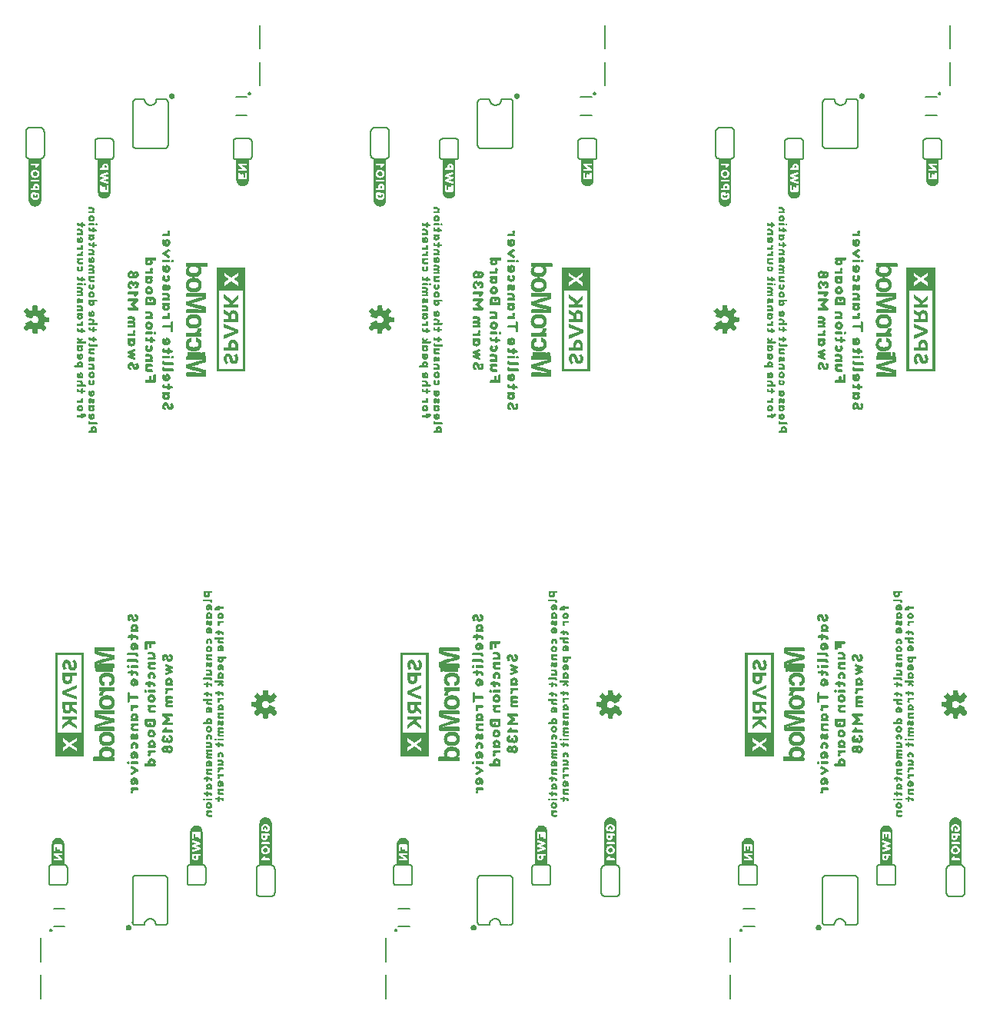
<source format=gbo>
G04 EAGLE Gerber RS-274X export*
G75*
%MOMM*%
%FSLAX34Y34*%
%LPD*%
%INSilkscreen Bottom*%
%IPPOS*%
%AMOC8*
5,1,8,0,0,1.08239X$1,22.5*%
G01*
%ADD10C,0.203200*%
%ADD11C,0.152400*%
%ADD12C,0.200000*%

G36*
X672228Y836434D02*
X672228Y836434D01*
X672222Y836442D01*
X672230Y836447D01*
X672230Y950747D01*
X672194Y950795D01*
X672186Y950789D01*
X672181Y950797D01*
X640542Y950797D01*
X640495Y950761D01*
X640501Y950753D01*
X640493Y950747D01*
X640493Y836447D01*
X640529Y836400D01*
X640537Y836406D01*
X640542Y836398D01*
X672181Y836398D01*
X672228Y836434D01*
G37*
G36*
X494428Y412737D02*
X494428Y412737D01*
X494422Y412744D01*
X494430Y412750D01*
X494430Y527050D01*
X494394Y527097D01*
X494386Y527092D01*
X494381Y527099D01*
X462742Y527099D01*
X462695Y527063D01*
X462701Y527056D01*
X462693Y527050D01*
X462693Y412750D01*
X462729Y412703D01*
X462737Y412708D01*
X462742Y412701D01*
X494381Y412701D01*
X494428Y412737D01*
G37*
G36*
X114384Y527097D02*
X114384Y527097D01*
X114377Y527092D01*
X114371Y527099D01*
X82733Y527099D01*
X82685Y527063D01*
X82691Y527056D01*
X82684Y527050D01*
X82684Y412750D01*
X82720Y412703D01*
X82727Y412708D01*
X82733Y412701D01*
X114371Y412701D01*
X114419Y412737D01*
X114413Y412744D01*
X114420Y412750D01*
X114420Y527050D01*
X114384Y527097D01*
G37*
G36*
X1052237Y836434D02*
X1052237Y836434D01*
X1052232Y836442D01*
X1052239Y836447D01*
X1052239Y950747D01*
X1052203Y950795D01*
X1052196Y950789D01*
X1052190Y950797D01*
X1020552Y950797D01*
X1020504Y950761D01*
X1020510Y950753D01*
X1020502Y950747D01*
X1020502Y836447D01*
X1020538Y836400D01*
X1020546Y836406D01*
X1020552Y836398D01*
X1052190Y836398D01*
X1052237Y836434D01*
G37*
G36*
X292244Y836434D02*
X292244Y836434D01*
X292238Y836442D01*
X292246Y836447D01*
X292246Y950747D01*
X292210Y950795D01*
X292202Y950789D01*
X292197Y950797D01*
X260558Y950797D01*
X260511Y950761D01*
X260517Y950753D01*
X260509Y950747D01*
X260509Y836447D01*
X260545Y836400D01*
X260553Y836406D01*
X260558Y836398D01*
X292197Y836398D01*
X292244Y836434D01*
G37*
G36*
X874412Y412737D02*
X874412Y412737D01*
X874406Y412744D01*
X874414Y412750D01*
X874414Y527050D01*
X874378Y527097D01*
X874370Y527092D01*
X874365Y527099D01*
X842726Y527099D01*
X842679Y527063D01*
X842685Y527056D01*
X842677Y527050D01*
X842677Y412750D01*
X842713Y412703D01*
X842721Y412708D01*
X842726Y412701D01*
X874365Y412701D01*
X874412Y412737D01*
G37*
%LPC*%
G36*
X85720Y438334D02*
X85720Y438334D01*
X85720Y524063D01*
X111384Y524063D01*
X111384Y438334D01*
X85720Y438334D01*
G37*
%LPD*%
%LPC*%
G36*
X845713Y438334D02*
X845713Y438334D01*
X845713Y524063D01*
X871378Y524063D01*
X871378Y438334D01*
X845713Y438334D01*
G37*
%LPD*%
%LPC*%
G36*
X465729Y438334D02*
X465729Y438334D01*
X465729Y524063D01*
X491394Y524063D01*
X491394Y438334D01*
X465729Y438334D01*
G37*
%LPD*%
%LPC*%
G36*
X1023538Y839434D02*
X1023538Y839434D01*
X1023538Y925164D01*
X1049203Y925164D01*
X1049203Y839434D01*
X1023538Y839434D01*
G37*
%LPD*%
%LPC*%
G36*
X263545Y839434D02*
X263545Y839434D01*
X263545Y925164D01*
X289210Y925164D01*
X289210Y839434D01*
X263545Y839434D01*
G37*
%LPD*%
%LPC*%
G36*
X643529Y839434D02*
X643529Y839434D01*
X643529Y925164D01*
X669194Y925164D01*
X669194Y839434D01*
X643529Y839434D01*
G37*
%LPD*%
G36*
X1081084Y292940D02*
X1081084Y292940D01*
X1081091Y292942D01*
X1081291Y293442D01*
X1081288Y293455D01*
X1081295Y293460D01*
X1081295Y338860D01*
X1081291Y338864D01*
X1081294Y338867D01*
X1081094Y340267D01*
X1081089Y340272D01*
X1081092Y340276D01*
X1080892Y340876D01*
X1080888Y340879D01*
X1080889Y340882D01*
X1080289Y342082D01*
X1080285Y342084D01*
X1080286Y342087D01*
X1079886Y342687D01*
X1079880Y342690D01*
X1079880Y342695D01*
X1079382Y343193D01*
X1078984Y343691D01*
X1078973Y343693D01*
X1078973Y343701D01*
X1078375Y344100D01*
X1077876Y344498D01*
X1077868Y344499D01*
X1077867Y344504D01*
X1077267Y344804D01*
X1077261Y344803D01*
X1077259Y344807D01*
X1076560Y345007D01*
X1075961Y345207D01*
X1075955Y345205D01*
X1075952Y345209D01*
X1075252Y345309D01*
X1075248Y345306D01*
X1075245Y345309D01*
X1073845Y345309D01*
X1073841Y345306D01*
X1073837Y345309D01*
X1073237Y345209D01*
X1072538Y345109D01*
X1072534Y345104D01*
X1072530Y345107D01*
X1071930Y344907D01*
X1071927Y344902D01*
X1071923Y344904D01*
X1071323Y344604D01*
X1071321Y344600D01*
X1071318Y344601D01*
X1070118Y343801D01*
X1070117Y343798D01*
X1070115Y343798D01*
X1069615Y343398D01*
X1069613Y343391D01*
X1069607Y343391D01*
X1069207Y342891D01*
X1069207Y342887D01*
X1069204Y342887D01*
X1068404Y341687D01*
X1068405Y341683D01*
X1068401Y341682D01*
X1068101Y341082D01*
X1068102Y341077D01*
X1068099Y341076D01*
X1067899Y340476D01*
X1067899Y340474D01*
X1067898Y340474D01*
X1067891Y340450D01*
X1067849Y340303D01*
X1067835Y340253D01*
X1067793Y340106D01*
X1067751Y339958D01*
X1067737Y339909D01*
X1067698Y339774D01*
X1067702Y339764D01*
X1067696Y339760D01*
X1067696Y339164D01*
X1067597Y338568D01*
X1067600Y338563D01*
X1067596Y338560D01*
X1067596Y293160D01*
X1067625Y293122D01*
X1067627Y293114D01*
X1068127Y292914D01*
X1068140Y292918D01*
X1068145Y292911D01*
X1081045Y292911D01*
X1081084Y292940D01*
G37*
G36*
X321090Y292940D02*
X321090Y292940D01*
X321098Y292942D01*
X321298Y293442D01*
X321294Y293455D01*
X321301Y293460D01*
X321301Y338860D01*
X321298Y338864D01*
X321301Y338867D01*
X321101Y340267D01*
X321096Y340272D01*
X321099Y340276D01*
X320899Y340876D01*
X320894Y340879D01*
X320896Y340882D01*
X320296Y342082D01*
X320292Y342084D01*
X320293Y342087D01*
X319893Y342687D01*
X319886Y342690D01*
X319887Y342695D01*
X319389Y343193D01*
X318990Y343691D01*
X318980Y343693D01*
X318979Y343701D01*
X318381Y344100D01*
X317883Y344498D01*
X317875Y344499D01*
X317874Y344504D01*
X317274Y344804D01*
X317267Y344803D01*
X317266Y344807D01*
X316567Y345007D01*
X315968Y345207D01*
X315961Y345205D01*
X315959Y345209D01*
X315259Y345309D01*
X315254Y345306D01*
X315252Y345309D01*
X313852Y345309D01*
X313847Y345306D01*
X313844Y345309D01*
X313244Y345209D01*
X312545Y345109D01*
X312540Y345104D01*
X312536Y345107D01*
X311936Y344907D01*
X311933Y344902D01*
X311930Y344904D01*
X311330Y344604D01*
X311328Y344600D01*
X311325Y344601D01*
X310125Y343801D01*
X310124Y343798D01*
X310121Y343798D01*
X309621Y343398D01*
X309619Y343391D01*
X309614Y343391D01*
X309214Y342891D01*
X309213Y342887D01*
X309211Y342887D01*
X308411Y341687D01*
X308411Y341683D01*
X308408Y341682D01*
X308108Y341082D01*
X308109Y341077D01*
X308105Y341076D01*
X307905Y340476D01*
X307906Y340474D01*
X307905Y340474D01*
X307898Y340450D01*
X307856Y340303D01*
X307842Y340253D01*
X307800Y340106D01*
X307757Y339958D01*
X307743Y339909D01*
X307705Y339774D01*
X307708Y339764D01*
X307703Y339760D01*
X307703Y339164D01*
X307603Y338568D01*
X307606Y338563D01*
X307603Y338560D01*
X307603Y293160D01*
X307632Y293122D01*
X307634Y293114D01*
X308134Y292914D01*
X308147Y292918D01*
X308152Y292911D01*
X321052Y292911D01*
X321090Y292940D01*
G37*
G36*
X701100Y292940D02*
X701100Y292940D01*
X701107Y292942D01*
X701307Y293442D01*
X701304Y293455D01*
X701311Y293460D01*
X701311Y338860D01*
X701307Y338864D01*
X701310Y338867D01*
X701110Y340267D01*
X701105Y340272D01*
X701108Y340276D01*
X700908Y340876D01*
X700904Y340879D01*
X700905Y340882D01*
X700305Y342082D01*
X700301Y342084D01*
X700302Y342087D01*
X699902Y342687D01*
X699896Y342690D01*
X699896Y342695D01*
X699398Y343193D01*
X699000Y343691D01*
X698989Y343693D01*
X698989Y343701D01*
X698391Y344100D01*
X697892Y344498D01*
X697884Y344499D01*
X697883Y344504D01*
X697283Y344804D01*
X697277Y344803D01*
X697275Y344807D01*
X696576Y345007D01*
X695977Y345207D01*
X695971Y345205D01*
X695968Y345209D01*
X695268Y345309D01*
X695264Y345306D01*
X695261Y345309D01*
X693861Y345309D01*
X693857Y345306D01*
X693853Y345309D01*
X693253Y345209D01*
X692554Y345109D01*
X692550Y345104D01*
X692546Y345107D01*
X691946Y344907D01*
X691943Y344902D01*
X691939Y344904D01*
X691339Y344604D01*
X691337Y344600D01*
X691334Y344601D01*
X690134Y343801D01*
X690133Y343798D01*
X690131Y343798D01*
X689631Y343398D01*
X689629Y343391D01*
X689623Y343391D01*
X689223Y342891D01*
X689223Y342887D01*
X689220Y342887D01*
X688420Y341687D01*
X688421Y341683D01*
X688417Y341682D01*
X688117Y341082D01*
X688118Y341077D01*
X688115Y341076D01*
X687915Y340476D01*
X687915Y340474D01*
X687914Y340474D01*
X687907Y340450D01*
X687865Y340303D01*
X687851Y340253D01*
X687809Y340106D01*
X687767Y339958D01*
X687753Y339909D01*
X687714Y339774D01*
X687718Y339764D01*
X687712Y339760D01*
X687712Y339164D01*
X687613Y338568D01*
X687616Y338563D01*
X687612Y338560D01*
X687612Y293160D01*
X687641Y293122D01*
X687643Y293114D01*
X688143Y292914D01*
X688156Y292918D01*
X688161Y292911D01*
X701061Y292911D01*
X701100Y292940D01*
G37*
G36*
X441066Y1018192D02*
X441066Y1018192D01*
X441070Y1018189D01*
X441670Y1018289D01*
X442368Y1018389D01*
X442373Y1018393D01*
X442377Y1018391D01*
X442977Y1018591D01*
X442980Y1018595D01*
X442983Y1018593D01*
X443583Y1018893D01*
X443586Y1018898D01*
X443589Y1018896D01*
X444789Y1019696D01*
X444790Y1019700D01*
X444792Y1019699D01*
X445292Y1020099D01*
X445294Y1020107D01*
X445300Y1020107D01*
X445700Y1020607D01*
X445700Y1020610D01*
X445702Y1020610D01*
X446502Y1021810D01*
X446502Y1021815D01*
X446505Y1021815D01*
X446805Y1022415D01*
X446805Y1022421D01*
X446808Y1022422D01*
X447008Y1023022D01*
X447008Y1023023D01*
X447009Y1023024D01*
X447016Y1023051D01*
X447059Y1023198D01*
X447073Y1023248D01*
X447115Y1023395D01*
X447157Y1023543D01*
X447171Y1023592D01*
X447209Y1023724D01*
X447205Y1023733D01*
X447211Y1023737D01*
X447211Y1024333D01*
X447310Y1024929D01*
X447307Y1024935D01*
X447311Y1024937D01*
X447311Y1070337D01*
X447282Y1070376D01*
X447280Y1070383D01*
X446780Y1070583D01*
X446767Y1070580D01*
X446761Y1070587D01*
X433861Y1070587D01*
X433823Y1070558D01*
X433816Y1070556D01*
X433616Y1070056D01*
X433619Y1070043D01*
X433612Y1070037D01*
X433612Y1024637D01*
X433615Y1024633D01*
X433613Y1024630D01*
X433813Y1023230D01*
X433817Y1023226D01*
X433815Y1023222D01*
X434015Y1022622D01*
X434019Y1022619D01*
X434017Y1022615D01*
X434617Y1021415D01*
X434622Y1021413D01*
X434620Y1021410D01*
X435020Y1020810D01*
X435027Y1020808D01*
X435027Y1020803D01*
X435524Y1020305D01*
X435923Y1019807D01*
X435934Y1019804D01*
X435934Y1019796D01*
X436532Y1019398D01*
X437031Y1018999D01*
X437038Y1018999D01*
X437039Y1018993D01*
X437639Y1018693D01*
X437646Y1018695D01*
X437648Y1018690D01*
X438347Y1018490D01*
X438946Y1018291D01*
X438952Y1018293D01*
X438954Y1018289D01*
X439654Y1018189D01*
X439659Y1018191D01*
X439661Y1018188D01*
X441061Y1018188D01*
X441066Y1018192D01*
G37*
G36*
X821076Y1018192D02*
X821076Y1018192D01*
X821079Y1018189D01*
X821679Y1018289D01*
X822378Y1018389D01*
X822382Y1018393D01*
X822386Y1018391D01*
X822986Y1018591D01*
X822989Y1018595D01*
X822993Y1018593D01*
X823593Y1018893D01*
X823595Y1018898D01*
X823598Y1018896D01*
X824798Y1019696D01*
X824799Y1019700D01*
X824802Y1019699D01*
X825302Y1020099D01*
X825304Y1020107D01*
X825309Y1020107D01*
X825709Y1020607D01*
X825709Y1020610D01*
X825712Y1020610D01*
X826512Y1021810D01*
X826512Y1021815D01*
X826515Y1021815D01*
X826815Y1022415D01*
X826814Y1022421D01*
X826818Y1022422D01*
X827018Y1023022D01*
X827017Y1023023D01*
X827018Y1023024D01*
X827026Y1023051D01*
X827068Y1023198D01*
X827082Y1023248D01*
X827124Y1023395D01*
X827167Y1023543D01*
X827181Y1023592D01*
X827218Y1023724D01*
X827215Y1023733D01*
X827220Y1023737D01*
X827220Y1024333D01*
X827319Y1024929D01*
X827317Y1024935D01*
X827320Y1024937D01*
X827320Y1070337D01*
X827291Y1070376D01*
X827289Y1070383D01*
X826789Y1070583D01*
X826776Y1070580D01*
X826771Y1070587D01*
X813871Y1070587D01*
X813833Y1070558D01*
X813825Y1070556D01*
X813625Y1070056D01*
X813629Y1070043D01*
X813622Y1070037D01*
X813622Y1024637D01*
X813625Y1024633D01*
X813622Y1024630D01*
X813822Y1023230D01*
X813827Y1023226D01*
X813824Y1023222D01*
X814024Y1022622D01*
X814028Y1022619D01*
X814027Y1022615D01*
X814627Y1021415D01*
X814631Y1021413D01*
X814630Y1021410D01*
X815030Y1020810D01*
X815037Y1020808D01*
X815036Y1020803D01*
X815534Y1020305D01*
X815932Y1019807D01*
X815943Y1019804D01*
X815944Y1019796D01*
X816541Y1019398D01*
X817040Y1018999D01*
X817048Y1018999D01*
X817049Y1018993D01*
X817649Y1018693D01*
X817656Y1018695D01*
X817657Y1018690D01*
X818356Y1018490D01*
X818955Y1018291D01*
X818962Y1018293D01*
X818964Y1018289D01*
X819664Y1018189D01*
X819668Y1018191D01*
X819671Y1018188D01*
X821071Y1018188D01*
X821076Y1018192D01*
G37*
G36*
X61082Y1018192D02*
X61082Y1018192D01*
X61086Y1018189D01*
X61686Y1018289D01*
X62384Y1018389D01*
X62389Y1018393D01*
X62393Y1018391D01*
X62993Y1018591D01*
X62996Y1018595D01*
X62999Y1018593D01*
X63599Y1018893D01*
X63602Y1018898D01*
X63605Y1018896D01*
X64805Y1019696D01*
X64806Y1019700D01*
X64808Y1019699D01*
X65308Y1020099D01*
X65310Y1020107D01*
X65316Y1020107D01*
X65716Y1020607D01*
X65716Y1020610D01*
X65718Y1020610D01*
X66518Y1021810D01*
X66518Y1021815D01*
X66521Y1021815D01*
X66821Y1022415D01*
X66821Y1022421D01*
X66824Y1022422D01*
X67024Y1023022D01*
X67024Y1023023D01*
X67025Y1023024D01*
X67032Y1023051D01*
X67075Y1023198D01*
X67089Y1023248D01*
X67131Y1023395D01*
X67173Y1023543D01*
X67187Y1023592D01*
X67225Y1023724D01*
X67221Y1023733D01*
X67227Y1023737D01*
X67227Y1024333D01*
X67326Y1024929D01*
X67323Y1024935D01*
X67327Y1024937D01*
X67327Y1070337D01*
X67298Y1070376D01*
X67296Y1070383D01*
X66796Y1070583D01*
X66783Y1070580D01*
X66777Y1070587D01*
X53877Y1070587D01*
X53839Y1070558D01*
X53832Y1070556D01*
X53632Y1070056D01*
X53635Y1070043D01*
X53628Y1070037D01*
X53628Y1024637D01*
X53631Y1024633D01*
X53629Y1024630D01*
X53829Y1023230D01*
X53833Y1023226D01*
X53831Y1023222D01*
X54031Y1022622D01*
X54035Y1022619D01*
X54033Y1022615D01*
X54633Y1021415D01*
X54638Y1021413D01*
X54636Y1021410D01*
X55036Y1020810D01*
X55043Y1020808D01*
X55043Y1020803D01*
X55540Y1020305D01*
X55939Y1019807D01*
X55950Y1019804D01*
X55950Y1019796D01*
X56548Y1019398D01*
X57047Y1018999D01*
X57054Y1018999D01*
X57055Y1018993D01*
X57655Y1018693D01*
X57662Y1018695D01*
X57664Y1018690D01*
X58363Y1018490D01*
X58962Y1018291D01*
X58968Y1018293D01*
X58970Y1018289D01*
X59670Y1018189D01*
X59675Y1018191D01*
X59677Y1018188D01*
X61077Y1018188D01*
X61082Y1018192D01*
G37*
G36*
X1004663Y292924D02*
X1004663Y292924D01*
X1004675Y292921D01*
X1005075Y293221D01*
X1005080Y293237D01*
X1005087Y293242D01*
X1005083Y293248D01*
X1005084Y293252D01*
X1005095Y293260D01*
X1005095Y329760D01*
X1005091Y329764D01*
X1005094Y329767D01*
X1004995Y330463D01*
X1004995Y331160D01*
X1004988Y331169D01*
X1004992Y331176D01*
X1004592Y332376D01*
X1004590Y332377D01*
X1004591Y332379D01*
X1004291Y333079D01*
X1004282Y333084D01*
X1004284Y333091D01*
X1003885Y333589D01*
X1003486Y334187D01*
X1003483Y334188D01*
X1003484Y334191D01*
X1003084Y334691D01*
X1003076Y334693D01*
X1003076Y334698D01*
X1002576Y335098D01*
X1002573Y335099D01*
X1002573Y335101D01*
X1001975Y335500D01*
X1001476Y335898D01*
X1001468Y335899D01*
X1001467Y335904D01*
X1000867Y336204D01*
X1000861Y336203D01*
X1000859Y336207D01*
X1000160Y336407D01*
X999561Y336607D01*
X999550Y336603D01*
X999545Y336609D01*
X998849Y336609D01*
X998152Y336709D01*
X998143Y336704D01*
X998138Y336709D01*
X997438Y336609D01*
X997438Y336608D01*
X997437Y336609D01*
X996837Y336509D01*
X996834Y336505D01*
X996832Y336507D01*
X996132Y336307D01*
X996131Y336306D01*
X996130Y336307D01*
X995530Y336107D01*
X995527Y336102D01*
X995523Y336104D01*
X994923Y335804D01*
X994921Y335800D01*
X994918Y335801D01*
X994318Y335401D01*
X994317Y335398D01*
X994315Y335398D01*
X993315Y334598D01*
X993313Y334591D01*
X993308Y334592D01*
X992808Y333992D01*
X992807Y333986D01*
X992803Y333985D01*
X992504Y333486D01*
X992104Y332887D01*
X992105Y332878D01*
X992099Y332876D01*
X991899Y332276D01*
X991899Y332275D01*
X991899Y332274D01*
X991898Y332274D01*
X991856Y332127D01*
X991842Y332078D01*
X991800Y331930D01*
X991758Y331782D01*
X991744Y331733D01*
X991701Y331585D01*
X991698Y331575D01*
X991499Y330976D01*
X991501Y330969D01*
X991497Y330967D01*
X991397Y330267D01*
X991399Y330262D01*
X991396Y330260D01*
X991396Y293360D01*
X991409Y293342D01*
X991406Y293330D01*
X991706Y292930D01*
X991737Y292922D01*
X991745Y292911D01*
X1004645Y292911D01*
X1004663Y292924D01*
G37*
G36*
X244670Y292924D02*
X244670Y292924D01*
X244682Y292921D01*
X245082Y293221D01*
X245086Y293237D01*
X245093Y293242D01*
X245089Y293248D01*
X245091Y293252D01*
X245101Y293260D01*
X245101Y329760D01*
X245098Y329764D01*
X245101Y329767D01*
X245001Y330463D01*
X245001Y331160D01*
X244994Y331169D01*
X244999Y331176D01*
X244599Y332376D01*
X244596Y332377D01*
X244597Y332379D01*
X244297Y333079D01*
X244289Y333084D01*
X244290Y333091D01*
X243892Y333589D01*
X243493Y334187D01*
X243490Y334188D01*
X243490Y334191D01*
X243090Y334691D01*
X243083Y334693D01*
X243083Y334698D01*
X242583Y335098D01*
X242579Y335099D01*
X242579Y335101D01*
X241981Y335500D01*
X241483Y335898D01*
X241475Y335899D01*
X241474Y335904D01*
X240874Y336204D01*
X240867Y336203D01*
X240866Y336207D01*
X240167Y336407D01*
X239568Y336607D01*
X239557Y336603D01*
X239552Y336609D01*
X238855Y336609D01*
X238159Y336709D01*
X238150Y336704D01*
X238145Y336709D01*
X237445Y336609D01*
X237444Y336608D01*
X237444Y336609D01*
X236844Y336509D01*
X236841Y336505D01*
X236838Y336507D01*
X236138Y336307D01*
X236137Y336306D01*
X236136Y336307D01*
X235536Y336107D01*
X235533Y336102D01*
X235530Y336104D01*
X234930Y335804D01*
X234928Y335800D01*
X234925Y335801D01*
X234325Y335401D01*
X234324Y335398D01*
X234321Y335398D01*
X233321Y334598D01*
X233319Y334591D01*
X233314Y334592D01*
X232814Y333992D01*
X232814Y333986D01*
X232810Y333985D01*
X232510Y333486D01*
X232111Y332887D01*
X232112Y332878D01*
X232105Y332876D01*
X231905Y332276D01*
X231905Y332275D01*
X231906Y332274D01*
X231905Y332274D01*
X231863Y332127D01*
X231849Y332078D01*
X231807Y331930D01*
X231764Y331782D01*
X231750Y331733D01*
X231708Y331585D01*
X231705Y331575D01*
X231505Y330976D01*
X231507Y330969D01*
X231503Y330967D01*
X231403Y330267D01*
X231406Y330262D01*
X231403Y330260D01*
X231403Y293360D01*
X231416Y293342D01*
X231413Y293330D01*
X231713Y292930D01*
X231744Y292922D01*
X231752Y292911D01*
X244652Y292911D01*
X244670Y292924D01*
G37*
G36*
X624679Y292924D02*
X624679Y292924D01*
X624691Y292921D01*
X625091Y293221D01*
X625096Y293237D01*
X625103Y293242D01*
X625099Y293248D01*
X625100Y293252D01*
X625111Y293260D01*
X625111Y329760D01*
X625107Y329764D01*
X625110Y329767D01*
X625011Y330463D01*
X625011Y331160D01*
X625004Y331169D01*
X625008Y331176D01*
X624608Y332376D01*
X624606Y332377D01*
X624607Y332379D01*
X624307Y333079D01*
X624298Y333084D01*
X624300Y333091D01*
X623901Y333589D01*
X623502Y334187D01*
X623499Y334188D01*
X623500Y334191D01*
X623100Y334691D01*
X623092Y334693D01*
X623092Y334698D01*
X622592Y335098D01*
X622589Y335099D01*
X622589Y335101D01*
X621991Y335500D01*
X621492Y335898D01*
X621484Y335899D01*
X621483Y335904D01*
X620883Y336204D01*
X620877Y336203D01*
X620875Y336207D01*
X620176Y336407D01*
X619577Y336607D01*
X619566Y336603D01*
X619561Y336609D01*
X618865Y336609D01*
X618168Y336709D01*
X618159Y336704D01*
X618154Y336709D01*
X617454Y336609D01*
X617454Y336608D01*
X617453Y336609D01*
X616853Y336509D01*
X616850Y336505D01*
X616848Y336507D01*
X616148Y336307D01*
X616147Y336306D01*
X616146Y336307D01*
X615546Y336107D01*
X615543Y336102D01*
X615539Y336104D01*
X614939Y335804D01*
X614937Y335800D01*
X614934Y335801D01*
X614334Y335401D01*
X614333Y335398D01*
X614331Y335398D01*
X613331Y334598D01*
X613329Y334591D01*
X613324Y334592D01*
X612824Y333992D01*
X612823Y333986D01*
X612819Y333985D01*
X612520Y333486D01*
X612120Y332887D01*
X612121Y332878D01*
X612115Y332876D01*
X611915Y332276D01*
X611915Y332275D01*
X611915Y332274D01*
X611914Y332274D01*
X611872Y332127D01*
X611858Y332078D01*
X611816Y331930D01*
X611774Y331782D01*
X611760Y331733D01*
X611717Y331585D01*
X611714Y331575D01*
X611515Y330976D01*
X611517Y330969D01*
X611513Y330967D01*
X611413Y330267D01*
X611415Y330262D01*
X611412Y330260D01*
X611412Y293360D01*
X611425Y293342D01*
X611422Y293330D01*
X611722Y292930D01*
X611753Y292922D01*
X611761Y292911D01*
X624661Y292911D01*
X624679Y292924D01*
G37*
G36*
X517468Y1026889D02*
X517468Y1026889D01*
X517469Y1026889D01*
X517470Y1026889D01*
X518070Y1026989D01*
X518072Y1026992D01*
X518075Y1026990D01*
X518775Y1027190D01*
X518776Y1027191D01*
X518777Y1027191D01*
X519377Y1027391D01*
X519380Y1027395D01*
X519383Y1027393D01*
X519983Y1027693D01*
X519986Y1027698D01*
X519989Y1027696D01*
X520589Y1028096D01*
X520590Y1028100D01*
X520592Y1028099D01*
X521592Y1028899D01*
X521594Y1028906D01*
X521599Y1028906D01*
X522099Y1029506D01*
X522100Y1029512D01*
X522104Y1029512D01*
X522403Y1030011D01*
X522802Y1030610D01*
X522802Y1030615D01*
X522804Y1030616D01*
X522802Y1030619D01*
X522802Y1030620D01*
X522808Y1030622D01*
X523008Y1031222D01*
X523008Y1031223D01*
X523009Y1031224D01*
X523032Y1031306D01*
X523046Y1031355D01*
X523088Y1031503D01*
X523131Y1031651D01*
X523145Y1031700D01*
X523187Y1031848D01*
X523208Y1031923D01*
X523408Y1032522D01*
X523406Y1032528D01*
X523410Y1032530D01*
X523510Y1033230D01*
X523508Y1033235D01*
X523511Y1033237D01*
X523511Y1070137D01*
X523497Y1070155D01*
X523501Y1070167D01*
X523201Y1070567D01*
X523170Y1070576D01*
X523161Y1070587D01*
X510261Y1070587D01*
X510244Y1070573D01*
X510232Y1070577D01*
X509832Y1070277D01*
X509823Y1070247D01*
X509814Y1070240D01*
X509815Y1070239D01*
X509812Y1070237D01*
X509812Y1033737D01*
X509815Y1033733D01*
X509813Y1033730D01*
X509912Y1033034D01*
X509912Y1032337D01*
X509919Y1032328D01*
X509915Y1032322D01*
X510315Y1031122D01*
X510317Y1031120D01*
X510316Y1031118D01*
X510616Y1030418D01*
X510625Y1030413D01*
X510623Y1030407D01*
X511022Y1029908D01*
X511420Y1029310D01*
X511424Y1029309D01*
X511423Y1029307D01*
X511823Y1028807D01*
X511831Y1028805D01*
X511831Y1028799D01*
X512331Y1028399D01*
X512334Y1028399D01*
X512334Y1028396D01*
X512932Y1027998D01*
X513431Y1027599D01*
X513438Y1027599D01*
X513439Y1027593D01*
X514039Y1027293D01*
X514046Y1027295D01*
X514048Y1027290D01*
X514747Y1027090D01*
X515346Y1026891D01*
X515357Y1026894D01*
X515361Y1026888D01*
X516058Y1026888D01*
X516754Y1026789D01*
X516763Y1026794D01*
X516768Y1026789D01*
X517468Y1026889D01*
G37*
G36*
X897478Y1026889D02*
X897478Y1026889D01*
X897479Y1026889D01*
X898079Y1026989D01*
X898082Y1026992D01*
X898084Y1026990D01*
X898784Y1027190D01*
X898785Y1027191D01*
X898786Y1027191D01*
X899386Y1027391D01*
X899389Y1027395D01*
X899393Y1027393D01*
X899993Y1027693D01*
X899995Y1027698D01*
X899998Y1027696D01*
X900598Y1028096D01*
X900599Y1028100D01*
X900602Y1028099D01*
X901602Y1028899D01*
X901603Y1028906D01*
X901609Y1028906D01*
X902109Y1029506D01*
X902109Y1029512D01*
X902113Y1029512D01*
X902412Y1030011D01*
X902812Y1030610D01*
X902811Y1030615D01*
X902813Y1030616D01*
X902811Y1030619D01*
X902811Y1030620D01*
X902818Y1030622D01*
X903018Y1031222D01*
X903017Y1031223D01*
X903018Y1031224D01*
X903042Y1031306D01*
X903056Y1031355D01*
X903098Y1031503D01*
X903140Y1031651D01*
X903154Y1031700D01*
X903196Y1031848D01*
X903218Y1031923D01*
X903418Y1032522D01*
X903415Y1032528D01*
X903420Y1032530D01*
X903520Y1033230D01*
X903517Y1033235D01*
X903520Y1033237D01*
X903520Y1070137D01*
X903507Y1070155D01*
X903510Y1070167D01*
X903210Y1070567D01*
X903179Y1070576D01*
X903171Y1070587D01*
X890271Y1070587D01*
X890253Y1070573D01*
X890241Y1070577D01*
X889841Y1070277D01*
X889833Y1070247D01*
X889823Y1070240D01*
X889824Y1070239D01*
X889822Y1070237D01*
X889822Y1033737D01*
X889825Y1033733D01*
X889822Y1033730D01*
X889922Y1033034D01*
X889922Y1032337D01*
X889929Y1032328D01*
X889924Y1032322D01*
X890324Y1031122D01*
X890327Y1031120D01*
X890326Y1031118D01*
X890626Y1030418D01*
X890634Y1030413D01*
X890632Y1030407D01*
X891031Y1029908D01*
X891430Y1029310D01*
X891433Y1029309D01*
X891432Y1029307D01*
X891832Y1028807D01*
X891840Y1028805D01*
X891840Y1028799D01*
X892340Y1028399D01*
X892343Y1028399D01*
X892344Y1028396D01*
X892941Y1027998D01*
X893440Y1027599D01*
X893448Y1027599D01*
X893449Y1027593D01*
X894049Y1027293D01*
X894056Y1027295D01*
X894057Y1027290D01*
X894756Y1027090D01*
X895355Y1026891D01*
X895366Y1026894D01*
X895371Y1026888D01*
X896067Y1026888D01*
X896764Y1026789D01*
X896773Y1026794D01*
X896778Y1026789D01*
X897478Y1026889D01*
G37*
G36*
X137484Y1026889D02*
X137484Y1026889D01*
X137485Y1026889D01*
X137486Y1026889D01*
X138086Y1026989D01*
X138088Y1026992D01*
X138091Y1026990D01*
X138791Y1027190D01*
X138792Y1027191D01*
X138793Y1027191D01*
X139393Y1027391D01*
X139396Y1027395D01*
X139399Y1027393D01*
X139999Y1027693D01*
X140002Y1027698D01*
X140005Y1027696D01*
X140605Y1028096D01*
X140606Y1028100D01*
X140608Y1028099D01*
X141608Y1028899D01*
X141610Y1028906D01*
X141615Y1028906D01*
X142115Y1029506D01*
X142116Y1029512D01*
X142120Y1029512D01*
X142419Y1030011D01*
X142818Y1030610D01*
X142818Y1030615D01*
X142820Y1030616D01*
X142818Y1030619D01*
X142818Y1030620D01*
X142824Y1030622D01*
X143024Y1031222D01*
X143024Y1031223D01*
X143025Y1031224D01*
X143048Y1031306D01*
X143062Y1031355D01*
X143104Y1031503D01*
X143147Y1031651D01*
X143161Y1031700D01*
X143203Y1031848D01*
X143224Y1031923D01*
X143424Y1032522D01*
X143422Y1032528D01*
X143426Y1032530D01*
X143526Y1033230D01*
X143524Y1033235D01*
X143527Y1033237D01*
X143527Y1070137D01*
X143513Y1070155D01*
X143517Y1070167D01*
X143217Y1070567D01*
X143186Y1070576D01*
X143177Y1070587D01*
X130277Y1070587D01*
X130260Y1070573D01*
X130248Y1070577D01*
X129848Y1070277D01*
X129839Y1070247D01*
X129830Y1070240D01*
X129831Y1070239D01*
X129828Y1070237D01*
X129828Y1033737D01*
X129831Y1033733D01*
X129829Y1033730D01*
X129928Y1033034D01*
X129928Y1032337D01*
X129935Y1032328D01*
X129931Y1032322D01*
X130331Y1031122D01*
X130333Y1031120D01*
X130332Y1031118D01*
X130632Y1030418D01*
X130641Y1030413D01*
X130639Y1030407D01*
X131038Y1029908D01*
X131436Y1029310D01*
X131440Y1029309D01*
X131439Y1029307D01*
X131839Y1028807D01*
X131847Y1028805D01*
X131847Y1028799D01*
X132347Y1028399D01*
X132350Y1028399D01*
X132350Y1028396D01*
X132948Y1027998D01*
X133447Y1027599D01*
X133454Y1027599D01*
X133455Y1027593D01*
X134055Y1027293D01*
X134062Y1027295D01*
X134064Y1027290D01*
X134763Y1027090D01*
X135362Y1026891D01*
X135373Y1026894D01*
X135377Y1026888D01*
X136074Y1026888D01*
X136770Y1026789D01*
X136779Y1026794D01*
X136784Y1026789D01*
X137484Y1026889D01*
G37*
G36*
X696397Y454280D02*
X696397Y454280D01*
X696504Y454294D01*
X696516Y454300D01*
X696530Y454302D01*
X696626Y454354D01*
X696723Y454401D01*
X696733Y454411D01*
X696745Y454417D01*
X696820Y454497D01*
X696897Y454573D01*
X696903Y454585D01*
X696912Y454596D01*
X696957Y454694D01*
X697005Y454791D01*
X697009Y454809D01*
X697013Y454818D01*
X697015Y454839D01*
X697035Y454936D01*
X697477Y459287D01*
X698637Y459658D01*
X698655Y459668D01*
X698751Y459706D01*
X699833Y460263D01*
X703223Y457499D01*
X703317Y457445D01*
X703409Y457388D01*
X703423Y457385D01*
X703435Y457378D01*
X703541Y457357D01*
X703647Y457332D01*
X703661Y457334D01*
X703674Y457331D01*
X703782Y457346D01*
X703890Y457356D01*
X703902Y457362D01*
X703916Y457364D01*
X704013Y457412D01*
X704112Y457457D01*
X704126Y457468D01*
X704134Y457472D01*
X704150Y457488D01*
X704226Y457550D01*
X706811Y460135D01*
X706875Y460224D01*
X706941Y460309D01*
X706945Y460322D01*
X706953Y460334D01*
X706985Y460437D01*
X707020Y460540D01*
X707020Y460554D01*
X707024Y460567D01*
X707021Y460675D01*
X707021Y460784D01*
X707017Y460797D01*
X707016Y460811D01*
X706978Y460913D01*
X706944Y461015D01*
X706934Y461030D01*
X706930Y461039D01*
X706917Y461056D01*
X706862Y461138D01*
X704098Y464528D01*
X704655Y465610D01*
X704673Y465663D01*
X704699Y465712D01*
X704710Y465778D01*
X704730Y465842D01*
X704730Y465898D01*
X704739Y465952D01*
X704728Y466019D01*
X704727Y466086D01*
X704708Y466138D01*
X704699Y466193D01*
X704667Y466253D01*
X704645Y466316D01*
X704611Y466359D01*
X704584Y466409D01*
X704535Y466455D01*
X704494Y466507D01*
X704447Y466538D01*
X704406Y466576D01*
X704301Y466632D01*
X704289Y466640D01*
X704284Y466641D01*
X704276Y466645D01*
X699079Y468798D01*
X698981Y468821D01*
X698883Y468850D01*
X698862Y468849D01*
X698842Y468854D01*
X698741Y468844D01*
X698639Y468839D01*
X698620Y468832D01*
X698599Y468830D01*
X698506Y468788D01*
X698412Y468751D01*
X698395Y468738D01*
X698376Y468729D01*
X698302Y468660D01*
X698224Y468595D01*
X698209Y468572D01*
X698198Y468562D01*
X698187Y468541D01*
X698140Y468474D01*
X697633Y467575D01*
X696990Y466888D01*
X696201Y466373D01*
X695313Y466061D01*
X694376Y465969D01*
X693444Y466102D01*
X692571Y466453D01*
X691805Y467002D01*
X691193Y467716D01*
X690767Y468556D01*
X690553Y469473D01*
X690564Y470414D01*
X690797Y471326D01*
X691241Y472156D01*
X691869Y472857D01*
X692646Y473389D01*
X693527Y473720D01*
X694462Y473833D01*
X695380Y473725D01*
X696247Y473405D01*
X697016Y472891D01*
X697644Y472212D01*
X698139Y471328D01*
X698203Y471248D01*
X698262Y471165D01*
X698278Y471153D01*
X698291Y471137D01*
X698377Y471082D01*
X698460Y471022D01*
X698480Y471016D01*
X698496Y471006D01*
X698596Y470981D01*
X698694Y470951D01*
X698714Y470952D01*
X698733Y470947D01*
X698835Y470956D01*
X698938Y470959D01*
X698963Y470967D01*
X698976Y470968D01*
X698999Y470978D01*
X699079Y471002D01*
X704276Y473155D01*
X704323Y473184D01*
X704375Y473205D01*
X704426Y473248D01*
X704483Y473284D01*
X704519Y473327D01*
X704561Y473363D01*
X704595Y473420D01*
X704638Y473472D01*
X704658Y473524D01*
X704686Y473572D01*
X704700Y473638D01*
X704724Y473701D01*
X704726Y473756D01*
X704738Y473810D01*
X704730Y473877D01*
X704732Y473944D01*
X704716Y473998D01*
X704710Y474053D01*
X704666Y474164D01*
X704662Y474178D01*
X704659Y474182D01*
X704655Y474190D01*
X704098Y475272D01*
X706862Y478662D01*
X706916Y478756D01*
X706973Y478848D01*
X706977Y478861D01*
X706983Y478873D01*
X707004Y478980D01*
X707029Y479085D01*
X707028Y479099D01*
X707030Y479113D01*
X707016Y479220D01*
X707005Y479328D01*
X707000Y479341D01*
X706998Y479355D01*
X706950Y479452D01*
X706905Y479551D01*
X706894Y479564D01*
X706889Y479573D01*
X706874Y479588D01*
X706811Y479665D01*
X704226Y482250D01*
X704138Y482313D01*
X704052Y482379D01*
X704039Y482384D01*
X704028Y482392D01*
X703924Y482423D01*
X703821Y482459D01*
X703808Y482459D01*
X703794Y482463D01*
X703686Y482459D01*
X703577Y482460D01*
X703564Y482455D01*
X703551Y482455D01*
X703449Y482417D01*
X703346Y482382D01*
X703331Y482373D01*
X703322Y482369D01*
X703305Y482355D01*
X703223Y482301D01*
X699833Y479537D01*
X698751Y480094D01*
X698732Y480100D01*
X698637Y480142D01*
X697477Y480513D01*
X697035Y484864D01*
X697006Y484968D01*
X696982Y485074D01*
X696975Y485086D01*
X696971Y485099D01*
X696910Y485189D01*
X696853Y485282D01*
X696843Y485290D01*
X696835Y485302D01*
X696748Y485368D01*
X696665Y485437D01*
X696652Y485441D01*
X696641Y485450D01*
X696538Y485484D01*
X696436Y485523D01*
X696419Y485524D01*
X696410Y485528D01*
X696388Y485528D01*
X696289Y485537D01*
X692633Y485537D01*
X692526Y485520D01*
X692419Y485506D01*
X692406Y485500D01*
X692393Y485498D01*
X692297Y485446D01*
X692199Y485399D01*
X692190Y485389D01*
X692177Y485383D01*
X692103Y485303D01*
X692026Y485227D01*
X692020Y485215D01*
X692011Y485205D01*
X691966Y485106D01*
X691917Y485009D01*
X691914Y484991D01*
X691910Y484982D01*
X691908Y484961D01*
X691888Y484864D01*
X691446Y480513D01*
X690286Y480142D01*
X690268Y480132D01*
X690172Y480094D01*
X689090Y479537D01*
X685700Y482301D01*
X685606Y482355D01*
X685514Y482412D01*
X685500Y482415D01*
X685488Y482422D01*
X685382Y482443D01*
X685276Y482468D01*
X685262Y482466D01*
X685249Y482469D01*
X685141Y482454D01*
X685033Y482444D01*
X685021Y482438D01*
X685007Y482436D01*
X684910Y482388D01*
X684811Y482343D01*
X684797Y482332D01*
X684788Y482328D01*
X684773Y482312D01*
X684697Y482250D01*
X682112Y479665D01*
X682048Y479576D01*
X681982Y479491D01*
X681978Y479478D01*
X681969Y479466D01*
X681938Y479363D01*
X681903Y479260D01*
X681903Y479246D01*
X681899Y479233D01*
X681902Y479125D01*
X681902Y479016D01*
X681906Y479003D01*
X681907Y478989D01*
X681945Y478887D01*
X681979Y478785D01*
X681989Y478770D01*
X681992Y478761D01*
X682006Y478744D01*
X682061Y478662D01*
X684825Y475272D01*
X684267Y474190D01*
X684261Y474170D01*
X684220Y474075D01*
X683848Y472916D01*
X679498Y472473D01*
X679393Y472445D01*
X679287Y472420D01*
X679275Y472413D01*
X679262Y472410D01*
X679172Y472349D01*
X679080Y472292D01*
X679071Y472281D01*
X679060Y472273D01*
X678994Y472187D01*
X678925Y472103D01*
X678920Y472090D01*
X678912Y472079D01*
X678877Y471976D01*
X678839Y471875D01*
X678837Y471857D01*
X678834Y471848D01*
X678834Y471826D01*
X678824Y471728D01*
X678824Y468072D01*
X678842Y467965D01*
X678856Y467857D01*
X678862Y467845D01*
X678864Y467831D01*
X678915Y467735D01*
X678963Y467638D01*
X678972Y467628D01*
X678979Y467616D01*
X679058Y467542D01*
X679134Y467465D01*
X679147Y467459D01*
X679157Y467449D01*
X679256Y467404D01*
X679353Y467356D01*
X679370Y467352D01*
X679379Y467348D01*
X679401Y467346D01*
X679498Y467327D01*
X683848Y466884D01*
X684220Y465725D01*
X684229Y465707D01*
X684267Y465610D01*
X684825Y464528D01*
X682061Y461138D01*
X682007Y461044D01*
X681949Y460952D01*
X681946Y460939D01*
X681939Y460927D01*
X681919Y460820D01*
X681894Y460715D01*
X681895Y460701D01*
X681893Y460687D01*
X681907Y460580D01*
X681918Y460472D01*
X681923Y460459D01*
X681925Y460446D01*
X681973Y460348D01*
X682018Y460249D01*
X682029Y460236D01*
X682034Y460227D01*
X682049Y460212D01*
X682112Y460135D01*
X684697Y457550D01*
X684785Y457487D01*
X684871Y457421D01*
X684884Y457416D01*
X684895Y457408D01*
X684998Y457377D01*
X685101Y457341D01*
X685115Y457341D01*
X685128Y457337D01*
X685237Y457341D01*
X685345Y457340D01*
X685359Y457345D01*
X685372Y457345D01*
X685474Y457383D01*
X685577Y457418D01*
X685592Y457427D01*
X685601Y457431D01*
X685618Y457445D01*
X685700Y457499D01*
X689090Y460263D01*
X690172Y459706D01*
X690191Y459700D01*
X690286Y459658D01*
X691446Y459287D01*
X691888Y454936D01*
X691916Y454832D01*
X691941Y454726D01*
X691948Y454714D01*
X691952Y454701D01*
X692012Y454611D01*
X692070Y454518D01*
X692080Y454510D01*
X692088Y454498D01*
X692174Y454432D01*
X692258Y454364D01*
X692271Y454359D01*
X692282Y454350D01*
X692385Y454316D01*
X692486Y454277D01*
X692504Y454276D01*
X692513Y454272D01*
X692535Y454273D01*
X692633Y454263D01*
X696289Y454263D01*
X696397Y454280D01*
G37*
G36*
X316387Y454280D02*
X316387Y454280D01*
X316495Y454294D01*
X316507Y454300D01*
X316521Y454302D01*
X316617Y454354D01*
X316714Y454401D01*
X316724Y454411D01*
X316736Y454417D01*
X316810Y454497D01*
X316887Y454573D01*
X316893Y454585D01*
X316903Y454596D01*
X316948Y454694D01*
X316996Y454791D01*
X317000Y454809D01*
X317004Y454818D01*
X317006Y454839D01*
X317025Y454936D01*
X317468Y459287D01*
X318627Y459658D01*
X318645Y459668D01*
X318742Y459706D01*
X319824Y460263D01*
X323214Y457499D01*
X323308Y457445D01*
X323400Y457388D01*
X323413Y457385D01*
X323425Y457378D01*
X323532Y457357D01*
X323637Y457332D01*
X323651Y457334D01*
X323665Y457331D01*
X323772Y457346D01*
X323880Y457356D01*
X323893Y457362D01*
X323907Y457364D01*
X324004Y457412D01*
X324103Y457457D01*
X324116Y457468D01*
X324125Y457472D01*
X324140Y457488D01*
X324217Y457550D01*
X326802Y460135D01*
X326865Y460224D01*
X326931Y460309D01*
X326936Y460322D01*
X326944Y460334D01*
X326975Y460437D01*
X327011Y460540D01*
X327011Y460554D01*
X327015Y460567D01*
X327011Y460675D01*
X327012Y460784D01*
X327007Y460797D01*
X327007Y460811D01*
X326969Y460913D01*
X326934Y461015D01*
X326925Y461030D01*
X326921Y461039D01*
X326907Y461056D01*
X326853Y461138D01*
X324089Y464528D01*
X324646Y465610D01*
X324663Y465663D01*
X324689Y465712D01*
X324700Y465778D01*
X324721Y465842D01*
X324720Y465898D01*
X324729Y465952D01*
X324718Y466019D01*
X324717Y466086D01*
X324699Y466138D01*
X324690Y466193D01*
X324658Y466253D01*
X324635Y466316D01*
X324601Y466359D01*
X324575Y466409D01*
X324526Y466455D01*
X324484Y466507D01*
X324437Y466538D01*
X324397Y466576D01*
X324292Y466632D01*
X324279Y466640D01*
X324274Y466641D01*
X324267Y466645D01*
X319070Y468798D01*
X318971Y468821D01*
X318873Y468850D01*
X318852Y468849D01*
X318832Y468854D01*
X318731Y468844D01*
X318630Y468839D01*
X318610Y468832D01*
X318589Y468830D01*
X318497Y468788D01*
X318402Y468751D01*
X318386Y468738D01*
X318367Y468729D01*
X318293Y468660D01*
X318215Y468595D01*
X318199Y468572D01*
X318189Y468562D01*
X318177Y468541D01*
X318130Y468474D01*
X317624Y467575D01*
X316980Y466888D01*
X316192Y466373D01*
X315304Y466061D01*
X314367Y465969D01*
X313435Y466102D01*
X312561Y466453D01*
X311796Y467002D01*
X311183Y467716D01*
X310758Y468556D01*
X310544Y469473D01*
X310554Y470414D01*
X310788Y471326D01*
X311231Y472156D01*
X311860Y472857D01*
X312637Y473389D01*
X313518Y473720D01*
X314453Y473833D01*
X315370Y473725D01*
X316238Y473405D01*
X317007Y472891D01*
X317634Y472212D01*
X318129Y471328D01*
X318193Y471248D01*
X318253Y471165D01*
X318269Y471153D01*
X318282Y471137D01*
X318368Y471082D01*
X318451Y471022D01*
X318470Y471016D01*
X318487Y471006D01*
X318586Y470981D01*
X318685Y470951D01*
X318704Y470952D01*
X318724Y470947D01*
X318826Y470956D01*
X318928Y470959D01*
X318953Y470967D01*
X318967Y470968D01*
X318989Y470978D01*
X319070Y471002D01*
X324267Y473155D01*
X324314Y473184D01*
X324366Y473205D01*
X324417Y473248D01*
X324474Y473284D01*
X324509Y473327D01*
X324552Y473363D01*
X324586Y473420D01*
X324629Y473472D01*
X324648Y473524D01*
X324677Y473572D01*
X324691Y473638D01*
X324715Y473701D01*
X324717Y473756D01*
X324728Y473810D01*
X324721Y473877D01*
X324723Y473944D01*
X324707Y473998D01*
X324700Y474053D01*
X324656Y474164D01*
X324652Y474178D01*
X324649Y474182D01*
X324646Y474190D01*
X324089Y475272D01*
X326853Y478662D01*
X326907Y478756D01*
X326964Y478848D01*
X326967Y478861D01*
X326974Y478873D01*
X326995Y478980D01*
X327020Y479085D01*
X327018Y479099D01*
X327021Y479113D01*
X327006Y479220D01*
X326996Y479328D01*
X326990Y479341D01*
X326988Y479355D01*
X326940Y479452D01*
X326895Y479551D01*
X326884Y479564D01*
X326880Y479573D01*
X326864Y479588D01*
X326802Y479665D01*
X324217Y482250D01*
X324128Y482313D01*
X324043Y482379D01*
X324030Y482384D01*
X324018Y482392D01*
X323915Y482423D01*
X323812Y482459D01*
X323798Y482459D01*
X323785Y482463D01*
X323677Y482459D01*
X323568Y482460D01*
X323555Y482455D01*
X323541Y482455D01*
X323439Y482417D01*
X323337Y482382D01*
X323322Y482373D01*
X323313Y482369D01*
X323296Y482355D01*
X323214Y482301D01*
X319824Y479537D01*
X318742Y480094D01*
X318722Y480100D01*
X318627Y480142D01*
X317468Y480513D01*
X317025Y484864D01*
X316997Y484968D01*
X316972Y485074D01*
X316965Y485086D01*
X316962Y485099D01*
X316901Y485189D01*
X316844Y485282D01*
X316833Y485290D01*
X316825Y485302D01*
X316739Y485368D01*
X316655Y485437D01*
X316642Y485441D01*
X316631Y485450D01*
X316528Y485484D01*
X316427Y485523D01*
X316409Y485524D01*
X316400Y485528D01*
X316378Y485528D01*
X316280Y485537D01*
X312624Y485537D01*
X312517Y485520D01*
X312409Y485506D01*
X312397Y485500D01*
X312383Y485498D01*
X312287Y485446D01*
X312190Y485399D01*
X312180Y485389D01*
X312168Y485383D01*
X312094Y485303D01*
X312017Y485227D01*
X312011Y485215D01*
X312001Y485205D01*
X311956Y485106D01*
X311908Y485009D01*
X311904Y484991D01*
X311900Y484982D01*
X311898Y484961D01*
X311879Y484864D01*
X311436Y480513D01*
X310277Y480142D01*
X310259Y480132D01*
X310162Y480094D01*
X309080Y479537D01*
X305690Y482301D01*
X305596Y482355D01*
X305504Y482412D01*
X305491Y482415D01*
X305479Y482422D01*
X305372Y482443D01*
X305267Y482468D01*
X305253Y482466D01*
X305239Y482469D01*
X305132Y482454D01*
X305024Y482444D01*
X305011Y482438D01*
X304998Y482436D01*
X304900Y482388D01*
X304801Y482343D01*
X304788Y482332D01*
X304779Y482328D01*
X304764Y482312D01*
X304687Y482250D01*
X302102Y479665D01*
X302039Y479576D01*
X301973Y479491D01*
X301968Y479478D01*
X301960Y479466D01*
X301929Y479363D01*
X301893Y479260D01*
X301893Y479246D01*
X301889Y479233D01*
X301893Y479125D01*
X301892Y479016D01*
X301897Y479003D01*
X301897Y478989D01*
X301935Y478887D01*
X301970Y478785D01*
X301979Y478770D01*
X301983Y478761D01*
X301997Y478744D01*
X302051Y478662D01*
X304815Y475272D01*
X304258Y474190D01*
X304252Y474170D01*
X304210Y474075D01*
X303839Y472916D01*
X299488Y472473D01*
X299384Y472445D01*
X299278Y472420D01*
X299266Y472413D01*
X299253Y472410D01*
X299163Y472349D01*
X299070Y472292D01*
X299062Y472281D01*
X299050Y472273D01*
X298984Y472187D01*
X298916Y472103D01*
X298911Y472090D01*
X298902Y472079D01*
X298868Y471976D01*
X298829Y471875D01*
X298828Y471857D01*
X298824Y471848D01*
X298825Y471826D01*
X298815Y471728D01*
X298815Y468072D01*
X298832Y467965D01*
X298846Y467857D01*
X298852Y467845D01*
X298854Y467831D01*
X298906Y467735D01*
X298953Y467638D01*
X298963Y467628D01*
X298969Y467616D01*
X299049Y467542D01*
X299125Y467465D01*
X299137Y467459D01*
X299148Y467449D01*
X299246Y467404D01*
X299343Y467356D01*
X299361Y467352D01*
X299370Y467348D01*
X299391Y467346D01*
X299488Y467327D01*
X303839Y466884D01*
X304210Y465725D01*
X304220Y465707D01*
X304258Y465610D01*
X304815Y464528D01*
X302051Y461138D01*
X301997Y461044D01*
X301940Y460952D01*
X301937Y460939D01*
X301930Y460927D01*
X301909Y460820D01*
X301884Y460715D01*
X301886Y460701D01*
X301883Y460687D01*
X301898Y460580D01*
X301908Y460472D01*
X301914Y460459D01*
X301916Y460446D01*
X301964Y460348D01*
X302009Y460249D01*
X302020Y460236D01*
X302024Y460227D01*
X302040Y460212D01*
X302102Y460135D01*
X304687Y457550D01*
X304776Y457487D01*
X304861Y457421D01*
X304874Y457416D01*
X304886Y457408D01*
X304989Y457377D01*
X305092Y457341D01*
X305106Y457341D01*
X305119Y457337D01*
X305227Y457341D01*
X305336Y457340D01*
X305349Y457345D01*
X305363Y457345D01*
X305465Y457383D01*
X305567Y457418D01*
X305582Y457427D01*
X305591Y457431D01*
X305608Y457445D01*
X305690Y457499D01*
X309080Y460263D01*
X310162Y459706D01*
X310182Y459700D01*
X310277Y459658D01*
X311436Y459287D01*
X311879Y454936D01*
X311907Y454832D01*
X311932Y454726D01*
X311939Y454714D01*
X311942Y454701D01*
X312003Y454611D01*
X312060Y454518D01*
X312071Y454510D01*
X312079Y454498D01*
X312165Y454432D01*
X312249Y454364D01*
X312262Y454359D01*
X312273Y454350D01*
X312376Y454316D01*
X312477Y454277D01*
X312495Y454276D01*
X312504Y454272D01*
X312526Y454273D01*
X312624Y454263D01*
X316280Y454263D01*
X316387Y454280D01*
G37*
G36*
X822406Y877978D02*
X822406Y877978D01*
X822514Y877992D01*
X822526Y877998D01*
X822540Y878000D01*
X822635Y878051D01*
X822733Y878099D01*
X822743Y878108D01*
X822755Y878115D01*
X822829Y878194D01*
X822906Y878270D01*
X822912Y878283D01*
X822922Y878293D01*
X822966Y878392D01*
X823015Y878489D01*
X823018Y878506D01*
X823022Y878515D01*
X823025Y878537D01*
X823044Y878634D01*
X823487Y882984D01*
X824646Y883356D01*
X824664Y883365D01*
X824761Y883403D01*
X825843Y883961D01*
X829232Y881197D01*
X829326Y881143D01*
X829419Y881085D01*
X829432Y881082D01*
X829444Y881075D01*
X829551Y881055D01*
X829656Y881030D01*
X829670Y881031D01*
X829684Y881029D01*
X829791Y881043D01*
X829899Y881054D01*
X829912Y881059D01*
X829925Y881061D01*
X830023Y881109D01*
X830121Y881154D01*
X830135Y881165D01*
X830144Y881170D01*
X830159Y881185D01*
X830236Y881248D01*
X832821Y883833D01*
X832884Y883921D01*
X832950Y884007D01*
X832955Y884020D01*
X832963Y884031D01*
X832994Y884134D01*
X833030Y884237D01*
X833030Y884251D01*
X833034Y884264D01*
X833030Y884373D01*
X833031Y884481D01*
X833026Y884495D01*
X833026Y884508D01*
X832988Y884610D01*
X832953Y884713D01*
X832943Y884728D01*
X832940Y884737D01*
X832926Y884754D01*
X832872Y884836D01*
X830108Y888226D01*
X830665Y889308D01*
X830671Y889327D01*
X830713Y889422D01*
X831084Y890582D01*
X835435Y891024D01*
X835539Y891052D01*
X835645Y891077D01*
X835657Y891084D01*
X835670Y891088D01*
X835760Y891148D01*
X835852Y891206D01*
X835861Y891216D01*
X835873Y891224D01*
X835939Y891310D01*
X836007Y891394D01*
X836012Y891407D01*
X836021Y891418D01*
X836055Y891521D01*
X836094Y891622D01*
X836095Y891640D01*
X836098Y891649D01*
X836098Y891671D01*
X836108Y891769D01*
X836108Y895425D01*
X836090Y895533D01*
X836077Y895640D01*
X836071Y895652D01*
X836068Y895666D01*
X836017Y895762D01*
X835970Y895859D01*
X835960Y895869D01*
X835953Y895881D01*
X835874Y895956D01*
X835798Y896033D01*
X835785Y896039D01*
X835775Y896048D01*
X835677Y896093D01*
X835579Y896141D01*
X835562Y896145D01*
X835553Y896149D01*
X835531Y896151D01*
X835435Y896171D01*
X831084Y896613D01*
X830713Y897773D01*
X830703Y897791D01*
X830665Y897887D01*
X830108Y898969D01*
X832872Y902359D01*
X832925Y902453D01*
X832983Y902545D01*
X832986Y902559D01*
X832993Y902571D01*
X833014Y902677D01*
X833038Y902783D01*
X833037Y902797D01*
X833040Y902810D01*
X833025Y902918D01*
X833015Y903026D01*
X833009Y903038D01*
X833007Y903052D01*
X832959Y903149D01*
X832914Y903248D01*
X832903Y903262D01*
X832899Y903270D01*
X832883Y903286D01*
X832821Y903362D01*
X830236Y905947D01*
X830147Y906011D01*
X830062Y906077D01*
X830048Y906081D01*
X830037Y906089D01*
X829934Y906121D01*
X829831Y906156D01*
X829817Y906156D01*
X829804Y906160D01*
X829696Y906157D01*
X829587Y906157D01*
X829574Y906153D01*
X829560Y906152D01*
X829458Y906114D01*
X829355Y906080D01*
X829341Y906070D01*
X829332Y906066D01*
X829315Y906053D01*
X829232Y905998D01*
X825843Y903234D01*
X824761Y903792D01*
X824741Y903798D01*
X824646Y903839D01*
X823487Y904210D01*
X823044Y908561D01*
X823016Y908666D01*
X822991Y908772D01*
X822984Y908783D01*
X822980Y908797D01*
X822920Y908887D01*
X822863Y908979D01*
X822852Y908988D01*
X822844Y908999D01*
X822758Y909065D01*
X822674Y909134D01*
X822661Y909139D01*
X822650Y909147D01*
X822547Y909182D01*
X822446Y909220D01*
X822428Y909222D01*
X822419Y909225D01*
X822397Y909225D01*
X822299Y909235D01*
X818643Y909235D01*
X818535Y909217D01*
X818428Y909203D01*
X818416Y909197D01*
X818402Y909195D01*
X818306Y909144D01*
X818209Y909096D01*
X818199Y909086D01*
X818187Y909080D01*
X818113Y909001D01*
X818036Y908924D01*
X818029Y908912D01*
X818020Y908902D01*
X817975Y908803D01*
X817927Y908706D01*
X817923Y908689D01*
X817919Y908680D01*
X817917Y908658D01*
X817897Y908561D01*
X817455Y904210D01*
X816296Y903839D01*
X816278Y903830D01*
X816181Y903792D01*
X815099Y903234D01*
X811709Y905998D01*
X811615Y906052D01*
X811523Y906109D01*
X811510Y906113D01*
X811498Y906119D01*
X811391Y906140D01*
X811285Y906165D01*
X811272Y906164D01*
X811258Y906166D01*
X811151Y906152D01*
X811043Y906141D01*
X811030Y906136D01*
X811016Y906134D01*
X810919Y906086D01*
X810820Y906041D01*
X810807Y906030D01*
X810798Y906025D01*
X810782Y906010D01*
X810706Y905947D01*
X808121Y903362D01*
X808058Y903274D01*
X807991Y903188D01*
X807987Y903175D01*
X807979Y903164D01*
X807947Y903060D01*
X807912Y902957D01*
X807912Y902944D01*
X807908Y902930D01*
X807912Y902822D01*
X807911Y902713D01*
X807915Y902700D01*
X807916Y902687D01*
X807954Y902585D01*
X807989Y902482D01*
X807998Y902467D01*
X808002Y902458D01*
X808016Y902441D01*
X808070Y902359D01*
X810834Y898969D01*
X810277Y897888D01*
X810260Y897835D01*
X810234Y897786D01*
X810223Y897719D01*
X810202Y897655D01*
X810203Y897600D01*
X810194Y897545D01*
X810204Y897479D01*
X810205Y897411D01*
X810224Y897359D01*
X810233Y897304D01*
X810265Y897245D01*
X810287Y897181D01*
X810322Y897138D01*
X810348Y897089D01*
X810397Y897043D01*
X810439Y896990D01*
X810485Y896960D01*
X810526Y896922D01*
X810631Y896866D01*
X810644Y896858D01*
X810649Y896856D01*
X810656Y896852D01*
X815853Y894699D01*
X815952Y894676D01*
X816049Y894648D01*
X816070Y894649D01*
X816091Y894644D01*
X816192Y894654D01*
X816293Y894658D01*
X816313Y894666D01*
X816334Y894668D01*
X816426Y894710D01*
X816521Y894746D01*
X816537Y894760D01*
X816556Y894768D01*
X816630Y894838D01*
X816708Y894903D01*
X816724Y894925D01*
X816734Y894935D01*
X816745Y894956D01*
X816793Y895024D01*
X817299Y895923D01*
X817943Y896610D01*
X818731Y897124D01*
X819619Y897436D01*
X820556Y897528D01*
X821488Y897395D01*
X822362Y897044D01*
X823127Y896496D01*
X823740Y895781D01*
X824165Y894942D01*
X824379Y894025D01*
X824369Y893084D01*
X824135Y892172D01*
X823691Y891341D01*
X823063Y890640D01*
X822286Y890109D01*
X821405Y889777D01*
X820470Y889664D01*
X819552Y889773D01*
X818685Y890092D01*
X817916Y890606D01*
X817289Y891285D01*
X816794Y892169D01*
X816730Y892250D01*
X816670Y892333D01*
X816654Y892345D01*
X816641Y892360D01*
X816555Y892415D01*
X816472Y892475D01*
X816453Y892481D01*
X816436Y892492D01*
X816336Y892516D01*
X816238Y892546D01*
X816218Y892546D01*
X816199Y892550D01*
X816097Y892542D01*
X815994Y892538D01*
X815970Y892531D01*
X815956Y892530D01*
X815933Y892520D01*
X815853Y892496D01*
X810656Y890343D01*
X810609Y890313D01*
X810557Y890293D01*
X810506Y890249D01*
X810449Y890214D01*
X810414Y890171D01*
X810371Y890135D01*
X810337Y890077D01*
X810294Y890025D01*
X810274Y889973D01*
X810246Y889926D01*
X810232Y889860D01*
X810208Y889797D01*
X810206Y889741D01*
X810194Y889687D01*
X810202Y889620D01*
X810200Y889553D01*
X810216Y889500D01*
X810222Y889445D01*
X810266Y889333D01*
X810271Y889319D01*
X810274Y889315D01*
X810277Y889307D01*
X810834Y888226D01*
X808070Y884836D01*
X808016Y884742D01*
X807959Y884650D01*
X807956Y884636D01*
X807949Y884624D01*
X807928Y884518D01*
X807903Y884412D01*
X807905Y884398D01*
X807902Y884385D01*
X807916Y884277D01*
X807927Y884169D01*
X807933Y884157D01*
X807934Y884143D01*
X807983Y884046D01*
X808027Y883947D01*
X808039Y883933D01*
X808043Y883924D01*
X808058Y883909D01*
X808121Y883833D01*
X810706Y881248D01*
X810794Y881184D01*
X810880Y881118D01*
X810893Y881114D01*
X810904Y881105D01*
X811008Y881074D01*
X811111Y881039D01*
X811125Y881039D01*
X811138Y881035D01*
X811246Y881038D01*
X811355Y881038D01*
X811368Y881042D01*
X811382Y881043D01*
X811483Y881081D01*
X811586Y881115D01*
X811601Y881125D01*
X811610Y881128D01*
X811627Y881142D01*
X811709Y881197D01*
X815099Y883961D01*
X816181Y883403D01*
X816200Y883397D01*
X816296Y883356D01*
X817455Y882984D01*
X817897Y878634D01*
X817926Y878529D01*
X817950Y878423D01*
X817958Y878411D01*
X817961Y878398D01*
X818022Y878308D01*
X818079Y878216D01*
X818090Y878207D01*
X818097Y878196D01*
X818184Y878130D01*
X818268Y878061D01*
X818281Y878056D01*
X818291Y878048D01*
X818394Y878013D01*
X818496Y877975D01*
X818513Y877973D01*
X818523Y877970D01*
X818544Y877970D01*
X818643Y877960D01*
X822299Y877960D01*
X822406Y877978D01*
G37*
G36*
X442397Y877978D02*
X442397Y877978D01*
X442504Y877992D01*
X442516Y877998D01*
X442530Y878000D01*
X442626Y878051D01*
X442723Y878099D01*
X442733Y878108D01*
X442745Y878115D01*
X442820Y878194D01*
X442897Y878270D01*
X442903Y878283D01*
X442912Y878293D01*
X442957Y878392D01*
X443005Y878489D01*
X443009Y878506D01*
X443013Y878515D01*
X443015Y878537D01*
X443035Y878634D01*
X443477Y882984D01*
X444637Y883356D01*
X444655Y883365D01*
X444751Y883403D01*
X445833Y883961D01*
X449223Y881197D01*
X449317Y881143D01*
X449409Y881085D01*
X449423Y881082D01*
X449435Y881075D01*
X449541Y881055D01*
X449647Y881030D01*
X449661Y881031D01*
X449674Y881029D01*
X449782Y881043D01*
X449890Y881054D01*
X449902Y881059D01*
X449916Y881061D01*
X450013Y881109D01*
X450112Y881154D01*
X450126Y881165D01*
X450134Y881170D01*
X450150Y881185D01*
X450226Y881248D01*
X452811Y883833D01*
X452875Y883921D01*
X452941Y884007D01*
X452945Y884020D01*
X452953Y884031D01*
X452985Y884134D01*
X453020Y884237D01*
X453020Y884251D01*
X453024Y884264D01*
X453021Y884373D01*
X453021Y884481D01*
X453017Y884495D01*
X453016Y884508D01*
X452978Y884610D01*
X452944Y884713D01*
X452934Y884728D01*
X452930Y884737D01*
X452917Y884754D01*
X452862Y884836D01*
X450098Y888226D01*
X450656Y889308D01*
X450662Y889327D01*
X450703Y889422D01*
X451074Y890582D01*
X455425Y891024D01*
X455530Y891052D01*
X455636Y891077D01*
X455647Y891084D01*
X455661Y891088D01*
X455751Y891148D01*
X455843Y891206D01*
X455852Y891216D01*
X455863Y891224D01*
X455929Y891310D01*
X455998Y891394D01*
X456003Y891407D01*
X456011Y891418D01*
X456046Y891521D01*
X456084Y891622D01*
X456086Y891640D01*
X456089Y891649D01*
X456089Y891671D01*
X456099Y891769D01*
X456099Y895425D01*
X456081Y895533D01*
X456067Y895640D01*
X456061Y895652D01*
X456059Y895666D01*
X456008Y895762D01*
X455960Y895859D01*
X455950Y895869D01*
X455944Y895881D01*
X455865Y895956D01*
X455788Y896033D01*
X455776Y896039D01*
X455766Y896048D01*
X455667Y896093D01*
X455570Y896141D01*
X455553Y896145D01*
X455544Y896149D01*
X455522Y896151D01*
X455425Y896171D01*
X451074Y896613D01*
X450703Y897773D01*
X450694Y897791D01*
X450656Y897887D01*
X450098Y898969D01*
X452862Y902359D01*
X452916Y902453D01*
X452973Y902545D01*
X452977Y902559D01*
X452983Y902571D01*
X453004Y902677D01*
X453029Y902783D01*
X453028Y902797D01*
X453030Y902810D01*
X453016Y902918D01*
X453005Y903026D01*
X453000Y903038D01*
X452998Y903052D01*
X452950Y903149D01*
X452905Y903248D01*
X452894Y903262D01*
X452889Y903270D01*
X452874Y903286D01*
X452811Y903362D01*
X450226Y905947D01*
X450138Y906011D01*
X450052Y906077D01*
X450039Y906081D01*
X450028Y906089D01*
X449924Y906121D01*
X449821Y906156D01*
X449808Y906156D01*
X449794Y906160D01*
X449686Y906157D01*
X449577Y906157D01*
X449564Y906153D01*
X449551Y906152D01*
X449449Y906114D01*
X449346Y906080D01*
X449331Y906070D01*
X449322Y906066D01*
X449305Y906053D01*
X449223Y905998D01*
X445833Y903234D01*
X444751Y903792D01*
X444732Y903798D01*
X444637Y903839D01*
X443477Y904210D01*
X443035Y908561D01*
X443006Y908666D01*
X442982Y908772D01*
X442975Y908783D01*
X442971Y908797D01*
X442910Y908887D01*
X442853Y908979D01*
X442843Y908988D01*
X442835Y908999D01*
X442748Y909065D01*
X442665Y909134D01*
X442652Y909139D01*
X442641Y909147D01*
X442538Y909182D01*
X442436Y909220D01*
X442419Y909222D01*
X442410Y909225D01*
X442388Y909225D01*
X442289Y909235D01*
X438633Y909235D01*
X438526Y909217D01*
X438419Y909203D01*
X438406Y909197D01*
X438393Y909195D01*
X438297Y909144D01*
X438199Y909096D01*
X438190Y909086D01*
X438177Y909080D01*
X438103Y909001D01*
X438026Y908924D01*
X438020Y908912D01*
X438011Y908902D01*
X437966Y908803D01*
X437917Y908706D01*
X437914Y908689D01*
X437910Y908680D01*
X437908Y908658D01*
X437888Y908561D01*
X437446Y904210D01*
X436286Y903839D01*
X436268Y903830D01*
X436172Y903792D01*
X435090Y903234D01*
X431700Y905998D01*
X431606Y906052D01*
X431514Y906109D01*
X431500Y906113D01*
X431488Y906119D01*
X431382Y906140D01*
X431276Y906165D01*
X431262Y906164D01*
X431249Y906166D01*
X431141Y906152D01*
X431033Y906141D01*
X431021Y906136D01*
X431007Y906134D01*
X430910Y906086D01*
X430811Y906041D01*
X430797Y906030D01*
X430788Y906025D01*
X430773Y906010D01*
X430697Y905947D01*
X428112Y903362D01*
X428048Y903274D01*
X427982Y903188D01*
X427978Y903175D01*
X427969Y903164D01*
X427938Y903060D01*
X427903Y902957D01*
X427903Y902944D01*
X427899Y902930D01*
X427902Y902822D01*
X427902Y902713D01*
X427906Y902700D01*
X427907Y902687D01*
X427945Y902585D01*
X427979Y902482D01*
X427989Y902467D01*
X427992Y902458D01*
X428006Y902441D01*
X428061Y902359D01*
X430825Y898969D01*
X430267Y897888D01*
X430250Y897835D01*
X430224Y897786D01*
X430213Y897719D01*
X430192Y897655D01*
X430193Y897600D01*
X430184Y897545D01*
X430195Y897479D01*
X430196Y897411D01*
X430215Y897359D01*
X430224Y897304D01*
X430255Y897245D01*
X430278Y897181D01*
X430312Y897138D01*
X430339Y897089D01*
X430388Y897043D01*
X430429Y896990D01*
X430476Y896960D01*
X430516Y896922D01*
X430622Y896866D01*
X430634Y896858D01*
X430639Y896856D01*
X430647Y896852D01*
X435844Y894699D01*
X435942Y894676D01*
X436040Y894648D01*
X436061Y894649D01*
X436081Y894644D01*
X436182Y894654D01*
X436284Y894658D01*
X436303Y894666D01*
X436324Y894668D01*
X436417Y894710D01*
X436511Y894746D01*
X436527Y894760D01*
X436546Y894768D01*
X436620Y894838D01*
X436698Y894903D01*
X436714Y894925D01*
X436725Y894935D01*
X436736Y894956D01*
X436783Y895024D01*
X437290Y895923D01*
X437933Y896610D01*
X438722Y897124D01*
X439610Y897436D01*
X440547Y897528D01*
X441479Y897395D01*
X442352Y897044D01*
X443117Y896496D01*
X443730Y895781D01*
X444156Y894942D01*
X444370Y894025D01*
X444359Y893084D01*
X444126Y892172D01*
X443682Y891341D01*
X443054Y890640D01*
X442277Y890109D01*
X441396Y889777D01*
X440460Y889664D01*
X439543Y889773D01*
X438676Y890092D01*
X437907Y890606D01*
X437279Y891285D01*
X436784Y892169D01*
X436720Y892250D01*
X436661Y892333D01*
X436644Y892345D01*
X436632Y892360D01*
X436546Y892415D01*
X436462Y892475D01*
X436443Y892481D01*
X436426Y892492D01*
X436327Y892516D01*
X436229Y892546D01*
X436209Y892546D01*
X436190Y892550D01*
X436087Y892542D01*
X435985Y892538D01*
X435960Y892531D01*
X435946Y892530D01*
X435924Y892520D01*
X435844Y892496D01*
X430647Y890343D01*
X430600Y890313D01*
X430548Y890293D01*
X430497Y890249D01*
X430439Y890214D01*
X430404Y890171D01*
X430362Y890135D01*
X430327Y890077D01*
X430285Y890025D01*
X430265Y889973D01*
X430237Y889926D01*
X430222Y889860D01*
X430199Y889797D01*
X430197Y889741D01*
X430185Y889687D01*
X430193Y889620D01*
X430191Y889553D01*
X430207Y889500D01*
X430213Y889445D01*
X430257Y889333D01*
X430261Y889319D01*
X430264Y889315D01*
X430267Y889307D01*
X430825Y888226D01*
X428061Y884836D01*
X428007Y884742D01*
X427949Y884650D01*
X427946Y884636D01*
X427939Y884624D01*
X427919Y884518D01*
X427894Y884412D01*
X427895Y884398D01*
X427893Y884385D01*
X427907Y884277D01*
X427918Y884169D01*
X427923Y884157D01*
X427925Y884143D01*
X427973Y884046D01*
X428018Y883947D01*
X428029Y883933D01*
X428034Y883924D01*
X428049Y883909D01*
X428112Y883833D01*
X430697Y881248D01*
X430785Y881184D01*
X430871Y881118D01*
X430884Y881114D01*
X430895Y881105D01*
X430998Y881074D01*
X431101Y881039D01*
X431115Y881039D01*
X431128Y881035D01*
X431237Y881038D01*
X431345Y881038D01*
X431359Y881042D01*
X431372Y881043D01*
X431474Y881081D01*
X431577Y881115D01*
X431592Y881125D01*
X431601Y881128D01*
X431618Y881142D01*
X431700Y881197D01*
X435090Y883961D01*
X436172Y883403D01*
X436191Y883397D01*
X436286Y883356D01*
X437446Y882984D01*
X437888Y878634D01*
X437916Y878529D01*
X437941Y878423D01*
X437948Y878411D01*
X437952Y878398D01*
X438012Y878308D01*
X438070Y878216D01*
X438080Y878207D01*
X438088Y878196D01*
X438174Y878130D01*
X438258Y878061D01*
X438271Y878056D01*
X438282Y878048D01*
X438385Y878013D01*
X438486Y877975D01*
X438504Y877973D01*
X438513Y877970D01*
X438535Y877970D01*
X438633Y877960D01*
X442289Y877960D01*
X442397Y877978D01*
G37*
G36*
X62413Y877978D02*
X62413Y877978D01*
X62520Y877992D01*
X62532Y877998D01*
X62546Y878000D01*
X62642Y878051D01*
X62739Y878099D01*
X62749Y878108D01*
X62761Y878115D01*
X62836Y878194D01*
X62913Y878270D01*
X62919Y878283D01*
X62928Y878293D01*
X62973Y878392D01*
X63021Y878489D01*
X63025Y878506D01*
X63029Y878515D01*
X63031Y878537D01*
X63051Y878634D01*
X63493Y882984D01*
X64653Y883356D01*
X64671Y883365D01*
X64767Y883403D01*
X65849Y883961D01*
X69239Y881197D01*
X69333Y881143D01*
X69425Y881085D01*
X69439Y881082D01*
X69451Y881075D01*
X69557Y881055D01*
X69663Y881030D01*
X69677Y881031D01*
X69690Y881029D01*
X69798Y881043D01*
X69906Y881054D01*
X69918Y881059D01*
X69932Y881061D01*
X70029Y881109D01*
X70128Y881154D01*
X70142Y881165D01*
X70150Y881170D01*
X70166Y881185D01*
X70242Y881248D01*
X72827Y883833D01*
X72891Y883921D01*
X72957Y884007D01*
X72961Y884020D01*
X72969Y884031D01*
X73001Y884134D01*
X73036Y884237D01*
X73036Y884251D01*
X73040Y884264D01*
X73037Y884373D01*
X73037Y884481D01*
X73033Y884495D01*
X73032Y884508D01*
X72994Y884610D01*
X72960Y884713D01*
X72950Y884728D01*
X72946Y884737D01*
X72933Y884754D01*
X72878Y884836D01*
X70114Y888226D01*
X70672Y889308D01*
X70678Y889327D01*
X70719Y889422D01*
X71090Y890582D01*
X75441Y891024D01*
X75546Y891052D01*
X75652Y891077D01*
X75663Y891084D01*
X75677Y891088D01*
X75767Y891148D01*
X75859Y891206D01*
X75868Y891216D01*
X75879Y891224D01*
X75945Y891310D01*
X76014Y891394D01*
X76019Y891407D01*
X76027Y891418D01*
X76062Y891521D01*
X76100Y891622D01*
X76102Y891640D01*
X76105Y891649D01*
X76105Y891671D01*
X76115Y891769D01*
X76115Y895425D01*
X76097Y895533D01*
X76083Y895640D01*
X76077Y895652D01*
X76075Y895666D01*
X76024Y895762D01*
X75976Y895859D01*
X75966Y895869D01*
X75960Y895881D01*
X75881Y895956D01*
X75804Y896033D01*
X75792Y896039D01*
X75782Y896048D01*
X75683Y896093D01*
X75586Y896141D01*
X75569Y896145D01*
X75560Y896149D01*
X75538Y896151D01*
X75441Y896171D01*
X71090Y896613D01*
X70719Y897773D01*
X70710Y897791D01*
X70672Y897887D01*
X70114Y898969D01*
X72878Y902359D01*
X72932Y902453D01*
X72989Y902545D01*
X72993Y902559D01*
X72999Y902571D01*
X73020Y902677D01*
X73045Y902783D01*
X73044Y902797D01*
X73046Y902810D01*
X73032Y902918D01*
X73021Y903026D01*
X73016Y903038D01*
X73014Y903052D01*
X72966Y903149D01*
X72921Y903248D01*
X72910Y903262D01*
X72905Y903270D01*
X72890Y903286D01*
X72827Y903362D01*
X70242Y905947D01*
X70154Y906011D01*
X70068Y906077D01*
X70055Y906081D01*
X70044Y906089D01*
X69940Y906121D01*
X69837Y906156D01*
X69824Y906156D01*
X69810Y906160D01*
X69702Y906157D01*
X69593Y906157D01*
X69580Y906153D01*
X69567Y906152D01*
X69465Y906114D01*
X69362Y906080D01*
X69347Y906070D01*
X69338Y906066D01*
X69321Y906053D01*
X69239Y905998D01*
X65849Y903234D01*
X64767Y903792D01*
X64748Y903798D01*
X64653Y903839D01*
X63493Y904210D01*
X63051Y908561D01*
X63022Y908666D01*
X62998Y908772D01*
X62991Y908783D01*
X62987Y908797D01*
X62926Y908887D01*
X62869Y908979D01*
X62859Y908988D01*
X62851Y908999D01*
X62764Y909065D01*
X62681Y909134D01*
X62668Y909139D01*
X62657Y909147D01*
X62554Y909182D01*
X62452Y909220D01*
X62435Y909222D01*
X62426Y909225D01*
X62404Y909225D01*
X62305Y909235D01*
X58649Y909235D01*
X58542Y909217D01*
X58435Y909203D01*
X58422Y909197D01*
X58409Y909195D01*
X58313Y909144D01*
X58215Y909096D01*
X58206Y909086D01*
X58193Y909080D01*
X58119Y909001D01*
X58042Y908924D01*
X58036Y908912D01*
X58027Y908902D01*
X57982Y908803D01*
X57933Y908706D01*
X57930Y908689D01*
X57926Y908680D01*
X57924Y908658D01*
X57904Y908561D01*
X57462Y904210D01*
X56302Y903839D01*
X56284Y903830D01*
X56188Y903792D01*
X55106Y903234D01*
X51716Y905998D01*
X51622Y906052D01*
X51530Y906109D01*
X51516Y906113D01*
X51504Y906119D01*
X51398Y906140D01*
X51292Y906165D01*
X51278Y906164D01*
X51265Y906166D01*
X51157Y906152D01*
X51049Y906141D01*
X51037Y906136D01*
X51023Y906134D01*
X50926Y906086D01*
X50827Y906041D01*
X50813Y906030D01*
X50804Y906025D01*
X50789Y906010D01*
X50713Y905947D01*
X48128Y903362D01*
X48064Y903274D01*
X47998Y903188D01*
X47994Y903175D01*
X47985Y903164D01*
X47954Y903060D01*
X47919Y902957D01*
X47919Y902944D01*
X47915Y902930D01*
X47918Y902822D01*
X47918Y902713D01*
X47922Y902700D01*
X47923Y902687D01*
X47961Y902585D01*
X47995Y902482D01*
X48005Y902467D01*
X48008Y902458D01*
X48022Y902441D01*
X48077Y902359D01*
X50841Y898969D01*
X50283Y897888D01*
X50266Y897835D01*
X50240Y897786D01*
X50229Y897719D01*
X50208Y897655D01*
X50209Y897600D01*
X50200Y897545D01*
X50211Y897479D01*
X50212Y897411D01*
X50231Y897359D01*
X50240Y897304D01*
X50271Y897245D01*
X50294Y897181D01*
X50328Y897138D01*
X50355Y897089D01*
X50404Y897043D01*
X50445Y896990D01*
X50492Y896960D01*
X50532Y896922D01*
X50638Y896866D01*
X50650Y896858D01*
X50655Y896856D01*
X50663Y896852D01*
X55860Y894699D01*
X55958Y894676D01*
X56056Y894648D01*
X56077Y894649D01*
X56097Y894644D01*
X56198Y894654D01*
X56300Y894658D01*
X56319Y894666D01*
X56340Y894668D01*
X56433Y894710D01*
X56527Y894746D01*
X56543Y894760D01*
X56562Y894768D01*
X56636Y894838D01*
X56714Y894903D01*
X56730Y894925D01*
X56741Y894935D01*
X56752Y894956D01*
X56799Y895024D01*
X57306Y895923D01*
X57949Y896610D01*
X58738Y897124D01*
X59626Y897436D01*
X60563Y897528D01*
X61495Y897395D01*
X62368Y897044D01*
X63133Y896496D01*
X63746Y895781D01*
X64172Y894942D01*
X64386Y894025D01*
X64375Y893084D01*
X64142Y892172D01*
X63698Y891341D01*
X63070Y890640D01*
X62293Y890109D01*
X61412Y889777D01*
X60476Y889664D01*
X59559Y889773D01*
X58692Y890092D01*
X57923Y890606D01*
X57295Y891285D01*
X56800Y892169D01*
X56736Y892250D01*
X56677Y892333D01*
X56660Y892345D01*
X56648Y892360D01*
X56562Y892415D01*
X56478Y892475D01*
X56459Y892481D01*
X56442Y892492D01*
X56343Y892516D01*
X56245Y892546D01*
X56225Y892546D01*
X56206Y892550D01*
X56103Y892542D01*
X56001Y892538D01*
X55976Y892531D01*
X55962Y892530D01*
X55940Y892520D01*
X55860Y892496D01*
X50663Y890343D01*
X50616Y890313D01*
X50564Y890293D01*
X50513Y890249D01*
X50455Y890214D01*
X50420Y890171D01*
X50378Y890135D01*
X50343Y890077D01*
X50301Y890025D01*
X50281Y889973D01*
X50253Y889926D01*
X50238Y889860D01*
X50215Y889797D01*
X50213Y889741D01*
X50201Y889687D01*
X50209Y889620D01*
X50207Y889553D01*
X50223Y889500D01*
X50229Y889445D01*
X50273Y889333D01*
X50277Y889319D01*
X50280Y889315D01*
X50283Y889307D01*
X50841Y888226D01*
X48077Y884836D01*
X48023Y884742D01*
X47965Y884650D01*
X47962Y884636D01*
X47955Y884624D01*
X47935Y884518D01*
X47910Y884412D01*
X47911Y884398D01*
X47909Y884385D01*
X47923Y884277D01*
X47934Y884169D01*
X47939Y884157D01*
X47941Y884143D01*
X47989Y884046D01*
X48034Y883947D01*
X48045Y883933D01*
X48050Y883924D01*
X48065Y883909D01*
X48128Y883833D01*
X50713Y881248D01*
X50801Y881184D01*
X50887Y881118D01*
X50900Y881114D01*
X50911Y881105D01*
X51014Y881074D01*
X51117Y881039D01*
X51131Y881039D01*
X51144Y881035D01*
X51253Y881038D01*
X51361Y881038D01*
X51375Y881042D01*
X51388Y881043D01*
X51490Y881081D01*
X51593Y881115D01*
X51608Y881125D01*
X51617Y881128D01*
X51634Y881142D01*
X51716Y881197D01*
X55106Y883961D01*
X56188Y883403D01*
X56207Y883397D01*
X56302Y883356D01*
X57462Y882984D01*
X57904Y878634D01*
X57932Y878529D01*
X57957Y878423D01*
X57964Y878411D01*
X57968Y878398D01*
X58028Y878308D01*
X58086Y878216D01*
X58096Y878207D01*
X58104Y878196D01*
X58190Y878130D01*
X58274Y878061D01*
X58287Y878056D01*
X58298Y878048D01*
X58401Y878013D01*
X58502Y877975D01*
X58520Y877973D01*
X58529Y877970D01*
X58551Y877970D01*
X58649Y877960D01*
X62305Y877960D01*
X62413Y877978D01*
G37*
G36*
X1076381Y454280D02*
X1076381Y454280D01*
X1076488Y454294D01*
X1076500Y454300D01*
X1076514Y454302D01*
X1076610Y454354D01*
X1076707Y454401D01*
X1076717Y454411D01*
X1076729Y454417D01*
X1076804Y454497D01*
X1076881Y454573D01*
X1076887Y454585D01*
X1076896Y454596D01*
X1076941Y454694D01*
X1076989Y454791D01*
X1076993Y454809D01*
X1076997Y454818D01*
X1076999Y454839D01*
X1077019Y454936D01*
X1077461Y459287D01*
X1078621Y459658D01*
X1078639Y459668D01*
X1078735Y459706D01*
X1079817Y460263D01*
X1083207Y457499D01*
X1083301Y457445D01*
X1083393Y457388D01*
X1083407Y457385D01*
X1083419Y457378D01*
X1083525Y457357D01*
X1083631Y457332D01*
X1083645Y457334D01*
X1083658Y457331D01*
X1083766Y457346D01*
X1083874Y457356D01*
X1083886Y457362D01*
X1083900Y457364D01*
X1083997Y457412D01*
X1084096Y457457D01*
X1084110Y457468D01*
X1084118Y457472D01*
X1084134Y457488D01*
X1084210Y457550D01*
X1086795Y460135D01*
X1086859Y460224D01*
X1086925Y460309D01*
X1086929Y460322D01*
X1086937Y460334D01*
X1086969Y460437D01*
X1087004Y460540D01*
X1087004Y460554D01*
X1087008Y460567D01*
X1087005Y460675D01*
X1087005Y460784D01*
X1087001Y460797D01*
X1087000Y460811D01*
X1086962Y460913D01*
X1086928Y461015D01*
X1086918Y461030D01*
X1086914Y461039D01*
X1086901Y461056D01*
X1086846Y461138D01*
X1084082Y464528D01*
X1084639Y465610D01*
X1084657Y465663D01*
X1084683Y465712D01*
X1084694Y465778D01*
X1084714Y465842D01*
X1084714Y465898D01*
X1084723Y465952D01*
X1084712Y466019D01*
X1084711Y466086D01*
X1084692Y466138D01*
X1084683Y466193D01*
X1084651Y466253D01*
X1084629Y466316D01*
X1084595Y466359D01*
X1084568Y466409D01*
X1084519Y466455D01*
X1084478Y466507D01*
X1084431Y466538D01*
X1084390Y466576D01*
X1084285Y466632D01*
X1084273Y466640D01*
X1084268Y466641D01*
X1084260Y466645D01*
X1079063Y468798D01*
X1078965Y468821D01*
X1078867Y468850D01*
X1078846Y468849D01*
X1078826Y468854D01*
X1078725Y468844D01*
X1078623Y468839D01*
X1078604Y468832D01*
X1078583Y468830D01*
X1078490Y468788D01*
X1078396Y468751D01*
X1078379Y468738D01*
X1078360Y468729D01*
X1078286Y468660D01*
X1078208Y468595D01*
X1078193Y468572D01*
X1078182Y468562D01*
X1078171Y468541D01*
X1078124Y468474D01*
X1077617Y467575D01*
X1076974Y466888D01*
X1076185Y466373D01*
X1075297Y466061D01*
X1074360Y465969D01*
X1073428Y466102D01*
X1072555Y466453D01*
X1071789Y467002D01*
X1071177Y467716D01*
X1070751Y468556D01*
X1070537Y469473D01*
X1070548Y470414D01*
X1070781Y471326D01*
X1071225Y472156D01*
X1071853Y472857D01*
X1072630Y473389D01*
X1073511Y473720D01*
X1074446Y473833D01*
X1075364Y473725D01*
X1076231Y473405D01*
X1077000Y472891D01*
X1077628Y472212D01*
X1078123Y471328D01*
X1078187Y471248D01*
X1078246Y471165D01*
X1078262Y471153D01*
X1078275Y471137D01*
X1078361Y471082D01*
X1078444Y471022D01*
X1078464Y471016D01*
X1078480Y471006D01*
X1078580Y470981D01*
X1078678Y470951D01*
X1078698Y470952D01*
X1078717Y470947D01*
X1078819Y470956D01*
X1078922Y470959D01*
X1078947Y470967D01*
X1078960Y470968D01*
X1078983Y470978D01*
X1079063Y471002D01*
X1084260Y473155D01*
X1084307Y473184D01*
X1084359Y473205D01*
X1084410Y473248D01*
X1084467Y473284D01*
X1084503Y473327D01*
X1084545Y473363D01*
X1084579Y473420D01*
X1084622Y473472D01*
X1084642Y473524D01*
X1084670Y473572D01*
X1084684Y473638D01*
X1084708Y473701D01*
X1084710Y473756D01*
X1084722Y473810D01*
X1084714Y473877D01*
X1084716Y473944D01*
X1084700Y473998D01*
X1084694Y474053D01*
X1084650Y474164D01*
X1084646Y474178D01*
X1084643Y474182D01*
X1084639Y474190D01*
X1084082Y475272D01*
X1086846Y478662D01*
X1086900Y478756D01*
X1086957Y478848D01*
X1086961Y478861D01*
X1086967Y478873D01*
X1086988Y478980D01*
X1087013Y479085D01*
X1087012Y479099D01*
X1087014Y479113D01*
X1087000Y479220D01*
X1086989Y479328D01*
X1086984Y479341D01*
X1086982Y479355D01*
X1086934Y479452D01*
X1086889Y479551D01*
X1086878Y479564D01*
X1086873Y479573D01*
X1086858Y479588D01*
X1086795Y479665D01*
X1084210Y482250D01*
X1084122Y482313D01*
X1084036Y482379D01*
X1084023Y482384D01*
X1084012Y482392D01*
X1083908Y482423D01*
X1083805Y482459D01*
X1083792Y482459D01*
X1083778Y482463D01*
X1083670Y482459D01*
X1083561Y482460D01*
X1083548Y482455D01*
X1083535Y482455D01*
X1083433Y482417D01*
X1083330Y482382D01*
X1083315Y482373D01*
X1083306Y482369D01*
X1083289Y482355D01*
X1083207Y482301D01*
X1079817Y479537D01*
X1078735Y480094D01*
X1078716Y480100D01*
X1078621Y480142D01*
X1077461Y480513D01*
X1077019Y484864D01*
X1076990Y484968D01*
X1076966Y485074D01*
X1076959Y485086D01*
X1076955Y485099D01*
X1076894Y485189D01*
X1076837Y485282D01*
X1076827Y485290D01*
X1076819Y485302D01*
X1076732Y485368D01*
X1076649Y485437D01*
X1076636Y485441D01*
X1076625Y485450D01*
X1076522Y485484D01*
X1076420Y485523D01*
X1076403Y485524D01*
X1076394Y485528D01*
X1076372Y485528D01*
X1076273Y485537D01*
X1072617Y485537D01*
X1072510Y485520D01*
X1072403Y485506D01*
X1072390Y485500D01*
X1072377Y485498D01*
X1072281Y485446D01*
X1072183Y485399D01*
X1072174Y485389D01*
X1072161Y485383D01*
X1072087Y485303D01*
X1072010Y485227D01*
X1072004Y485215D01*
X1071995Y485205D01*
X1071950Y485106D01*
X1071901Y485009D01*
X1071898Y484991D01*
X1071894Y484982D01*
X1071892Y484961D01*
X1071872Y484864D01*
X1071430Y480513D01*
X1070270Y480142D01*
X1070252Y480132D01*
X1070156Y480094D01*
X1069074Y479537D01*
X1065684Y482301D01*
X1065590Y482355D01*
X1065498Y482412D01*
X1065484Y482415D01*
X1065472Y482422D01*
X1065366Y482443D01*
X1065260Y482468D01*
X1065246Y482466D01*
X1065233Y482469D01*
X1065125Y482454D01*
X1065017Y482444D01*
X1065005Y482438D01*
X1064991Y482436D01*
X1064894Y482388D01*
X1064795Y482343D01*
X1064781Y482332D01*
X1064772Y482328D01*
X1064757Y482312D01*
X1064681Y482250D01*
X1062096Y479665D01*
X1062032Y479576D01*
X1061966Y479491D01*
X1061962Y479478D01*
X1061953Y479466D01*
X1061922Y479363D01*
X1061887Y479260D01*
X1061887Y479246D01*
X1061883Y479233D01*
X1061886Y479125D01*
X1061886Y479016D01*
X1061890Y479003D01*
X1061891Y478989D01*
X1061929Y478887D01*
X1061963Y478785D01*
X1061973Y478770D01*
X1061976Y478761D01*
X1061990Y478744D01*
X1062045Y478662D01*
X1064809Y475272D01*
X1064251Y474190D01*
X1064245Y474170D01*
X1064204Y474075D01*
X1063832Y472916D01*
X1059482Y472473D01*
X1059377Y472445D01*
X1059271Y472420D01*
X1059259Y472413D01*
X1059246Y472410D01*
X1059156Y472349D01*
X1059064Y472292D01*
X1059055Y472281D01*
X1059044Y472273D01*
X1058978Y472187D01*
X1058909Y472103D01*
X1058904Y472090D01*
X1058896Y472079D01*
X1058861Y471976D01*
X1058823Y471875D01*
X1058821Y471857D01*
X1058818Y471848D01*
X1058818Y471826D01*
X1058808Y471728D01*
X1058808Y468072D01*
X1058826Y467965D01*
X1058840Y467857D01*
X1058846Y467845D01*
X1058848Y467831D01*
X1058899Y467735D01*
X1058947Y467638D01*
X1058956Y467628D01*
X1058963Y467616D01*
X1059042Y467542D01*
X1059118Y467465D01*
X1059131Y467459D01*
X1059141Y467449D01*
X1059240Y467404D01*
X1059337Y467356D01*
X1059354Y467352D01*
X1059363Y467348D01*
X1059385Y467346D01*
X1059482Y467327D01*
X1063832Y466884D01*
X1064204Y465725D01*
X1064213Y465707D01*
X1064251Y465610D01*
X1064809Y464528D01*
X1062045Y461138D01*
X1061991Y461044D01*
X1061933Y460952D01*
X1061930Y460939D01*
X1061923Y460927D01*
X1061903Y460820D01*
X1061878Y460715D01*
X1061879Y460701D01*
X1061877Y460687D01*
X1061891Y460580D01*
X1061902Y460472D01*
X1061907Y460459D01*
X1061909Y460446D01*
X1061957Y460348D01*
X1062002Y460249D01*
X1062013Y460236D01*
X1062018Y460227D01*
X1062033Y460212D01*
X1062096Y460135D01*
X1064681Y457550D01*
X1064769Y457487D01*
X1064855Y457421D01*
X1064868Y457416D01*
X1064879Y457408D01*
X1064982Y457377D01*
X1065085Y457341D01*
X1065099Y457341D01*
X1065112Y457337D01*
X1065221Y457341D01*
X1065329Y457340D01*
X1065343Y457345D01*
X1065356Y457345D01*
X1065458Y457383D01*
X1065561Y457418D01*
X1065576Y457427D01*
X1065585Y457431D01*
X1065602Y457445D01*
X1065684Y457499D01*
X1069074Y460263D01*
X1070156Y459706D01*
X1070175Y459700D01*
X1070270Y459658D01*
X1071430Y459287D01*
X1071872Y454936D01*
X1071900Y454832D01*
X1071925Y454726D01*
X1071932Y454714D01*
X1071936Y454701D01*
X1071996Y454611D01*
X1072054Y454518D01*
X1072064Y454510D01*
X1072072Y454498D01*
X1072158Y454432D01*
X1072242Y454364D01*
X1072255Y454359D01*
X1072266Y454350D01*
X1072369Y454316D01*
X1072470Y454277D01*
X1072488Y454276D01*
X1072497Y454272D01*
X1072519Y454273D01*
X1072617Y454263D01*
X1076273Y454263D01*
X1076381Y454280D01*
G37*
G36*
X619372Y831073D02*
X619372Y831073D01*
X619373Y831071D01*
X619379Y831076D01*
X619383Y831070D01*
X628496Y831069D01*
X628509Y831079D01*
X628519Y831074D01*
X628979Y831306D01*
X628990Y831329D01*
X629003Y831332D01*
X629189Y831813D01*
X629185Y831826D01*
X629192Y831831D01*
X629192Y837112D01*
X629190Y837115D01*
X629192Y837117D01*
X629139Y837638D01*
X629124Y837654D01*
X629126Y837667D01*
X628769Y838039D01*
X628751Y838042D01*
X628747Y838052D01*
X627232Y838512D01*
X627231Y838512D01*
X624691Y839235D01*
X624691Y839234D01*
X624691Y839235D01*
X622142Y839926D01*
X619380Y840638D01*
X619375Y840645D01*
X618864Y840787D01*
X618863Y840787D01*
X618863Y840788D01*
X616287Y841412D01*
X614218Y841878D01*
X614217Y841878D01*
X613187Y842087D01*
X613105Y842136D01*
X614019Y842325D01*
X614020Y842326D01*
X614021Y842325D01*
X615564Y842706D01*
X615565Y842707D01*
X615565Y842706D01*
X617611Y843262D01*
X617612Y843263D01*
X619369Y843771D01*
X619376Y843766D01*
X622409Y844666D01*
X622410Y844666D01*
X626441Y845911D01*
X628453Y846545D01*
X628456Y846549D01*
X628459Y846547D01*
X628933Y846767D01*
X628943Y846787D01*
X628956Y846789D01*
X629187Y847249D01*
X629184Y847265D01*
X629192Y847271D01*
X629194Y852545D01*
X629188Y852553D01*
X629193Y852559D01*
X629049Y853054D01*
X629029Y853069D01*
X629028Y853082D01*
X628591Y853356D01*
X628579Y853355D01*
X628576Y853362D01*
X628102Y853472D01*
X627963Y853921D01*
X627962Y856551D01*
X627959Y856554D01*
X627961Y856556D01*
X627905Y857077D01*
X627892Y857090D01*
X627895Y857101D01*
X627590Y857522D01*
X627571Y857527D01*
X627568Y857538D01*
X627086Y857733D01*
X627073Y857730D01*
X627068Y857737D01*
X626013Y857742D01*
X626011Y857741D01*
X626010Y857742D01*
X625485Y857716D01*
X625473Y857706D01*
X625464Y857710D01*
X625008Y857459D01*
X625000Y857442D01*
X624989Y857440D01*
X624738Y856984D01*
X624739Y856979D01*
X624736Y856976D01*
X624740Y856970D01*
X624741Y856968D01*
X624732Y856962D01*
X624706Y856437D01*
X624708Y856435D01*
X624706Y856435D01*
X624706Y853811D01*
X624477Y853415D01*
X623996Y853377D01*
X623585Y853579D01*
X623527Y854065D01*
X623527Y856699D01*
X623522Y856706D01*
X623526Y856710D01*
X623407Y857217D01*
X623393Y857230D01*
X623394Y857241D01*
X623026Y857609D01*
X623007Y857612D01*
X623002Y857622D01*
X622495Y857740D01*
X622487Y857736D01*
X622484Y857741D01*
X619923Y857741D01*
X619920Y857746D01*
X619913Y857741D01*
X619909Y857741D01*
X619903Y857749D01*
X609340Y857753D01*
X609334Y857749D01*
X609330Y857752D01*
X608819Y857652D01*
X608806Y857638D01*
X608795Y857640D01*
X608413Y857287D01*
X608410Y857273D01*
X608402Y857267D01*
X608403Y857266D01*
X608398Y857264D01*
X608260Y856762D01*
X608263Y856753D01*
X608258Y856749D01*
X608258Y854114D01*
X608218Y853621D01*
X607820Y853388D01*
X607312Y853321D01*
X607296Y853305D01*
X607283Y853307D01*
X606922Y852939D01*
X606919Y852916D01*
X606908Y852910D01*
X606849Y852390D01*
X606851Y852386D01*
X606849Y852385D01*
X606849Y849747D01*
X606855Y849739D01*
X606851Y849732D01*
X607007Y849240D01*
X607027Y849225D01*
X607028Y849212D01*
X607472Y848949D01*
X607489Y848951D01*
X607496Y848943D01*
X608023Y848930D01*
X608023Y848931D01*
X608024Y848930D01*
X615936Y848932D01*
X619101Y848948D01*
X619103Y848950D01*
X622828Y848989D01*
X622829Y848989D01*
X625840Y849076D01*
X625655Y848933D01*
X623098Y848336D01*
X623097Y848336D01*
X619534Y847424D01*
X619531Y847427D01*
X618884Y847255D01*
X614795Y846133D01*
X614794Y846133D01*
X611228Y845110D01*
X607672Y844050D01*
X607670Y844047D01*
X607668Y844048D01*
X607177Y843857D01*
X607166Y843839D01*
X607154Y843838D01*
X606871Y843403D01*
X606872Y843386D01*
X606865Y843381D01*
X606866Y843379D01*
X606863Y843377D01*
X606849Y840728D01*
X606851Y840726D01*
X606849Y840725D01*
X606877Y840198D01*
X606890Y840182D01*
X606886Y840171D01*
X607195Y839755D01*
X607215Y839749D01*
X607219Y839738D01*
X607720Y839571D01*
X607722Y839572D01*
X607723Y839571D01*
X611826Y838501D01*
X611827Y838501D01*
X615939Y837468D01*
X615940Y837468D01*
X619432Y836622D01*
X619439Y836625D01*
X619442Y836622D01*
X619446Y836613D01*
X623046Y835773D01*
X623047Y835774D01*
X623047Y835773D01*
X625623Y835211D01*
X625887Y835104D01*
X625637Y835065D01*
X623533Y835170D01*
X623532Y835170D01*
X620893Y835252D01*
X620892Y835252D01*
X619836Y835277D01*
X619287Y835288D01*
X619285Y835290D01*
X619284Y835288D01*
X619282Y835288D01*
X619281Y835290D01*
X616127Y835326D01*
X616127Y835325D01*
X616126Y835326D01*
X607715Y835329D01*
X607707Y835323D01*
X607703Y835327D01*
X607202Y835201D01*
X607187Y835182D01*
X607173Y835182D01*
X606881Y834759D01*
X606882Y834740D01*
X606872Y834733D01*
X606849Y834209D01*
X606850Y834208D01*
X606849Y834207D01*
X606849Y832104D01*
X606851Y832101D01*
X606850Y832100D01*
X606896Y831579D01*
X606911Y831564D01*
X606908Y831551D01*
X607246Y831165D01*
X607269Y831160D01*
X607276Y831149D01*
X607788Y831066D01*
X607793Y831069D01*
X607795Y831065D01*
X619362Y831065D01*
X619372Y831073D01*
G37*
G36*
X999381Y831073D02*
X999381Y831073D01*
X999382Y831071D01*
X999388Y831076D01*
X999393Y831070D01*
X1008506Y831069D01*
X1008519Y831079D01*
X1008528Y831074D01*
X1008988Y831306D01*
X1009000Y831329D01*
X1009012Y831332D01*
X1009198Y831813D01*
X1009195Y831826D01*
X1009202Y831831D01*
X1009201Y837112D01*
X1009199Y837115D01*
X1009201Y837117D01*
X1009148Y837638D01*
X1009133Y837654D01*
X1009135Y837667D01*
X1008778Y838039D01*
X1008761Y838042D01*
X1008757Y838052D01*
X1007241Y838512D01*
X1007240Y838512D01*
X1004701Y839235D01*
X1004700Y839234D01*
X1004700Y839235D01*
X1002152Y839926D01*
X1002151Y839926D01*
X999389Y840638D01*
X999384Y840645D01*
X998874Y840787D01*
X998873Y840787D01*
X998872Y840788D01*
X996297Y841412D01*
X996296Y841412D01*
X994228Y841878D01*
X994227Y841878D01*
X993196Y842087D01*
X993114Y842136D01*
X994028Y842325D01*
X994029Y842326D01*
X994030Y842325D01*
X995574Y842706D01*
X995574Y842707D01*
X995575Y842706D01*
X997621Y843262D01*
X997621Y843263D01*
X999378Y843771D01*
X999385Y843766D01*
X1002419Y844666D01*
X1006450Y845911D01*
X1006451Y845911D01*
X1008463Y846545D01*
X1008465Y846549D01*
X1008469Y846547D01*
X1008942Y846767D01*
X1008953Y846787D01*
X1008965Y846789D01*
X1009196Y847249D01*
X1009193Y847265D01*
X1009202Y847271D01*
X1009204Y852545D01*
X1009198Y852553D01*
X1009202Y852559D01*
X1009058Y853054D01*
X1009038Y853069D01*
X1009037Y853082D01*
X1008600Y853356D01*
X1008589Y853355D01*
X1008585Y853362D01*
X1008111Y853472D01*
X1007972Y853921D01*
X1007971Y856551D01*
X1007969Y856554D01*
X1007971Y856556D01*
X1007914Y857077D01*
X1007902Y857090D01*
X1007905Y857101D01*
X1007599Y857522D01*
X1007581Y857527D01*
X1007578Y857538D01*
X1007095Y857733D01*
X1007082Y857730D01*
X1007077Y857737D01*
X1006022Y857742D01*
X1006021Y857741D01*
X1006020Y857742D01*
X1005494Y857716D01*
X1005482Y857706D01*
X1005473Y857710D01*
X1005018Y857459D01*
X1005010Y857442D01*
X1004998Y857440D01*
X1004748Y856984D01*
X1004748Y856979D01*
X1004745Y856976D01*
X1004750Y856970D01*
X1004750Y856968D01*
X1004742Y856962D01*
X1004716Y856437D01*
X1004717Y856435D01*
X1004716Y856435D01*
X1004716Y853811D01*
X1004487Y853415D01*
X1004005Y853377D01*
X1003594Y853579D01*
X1003537Y854065D01*
X1003537Y856699D01*
X1003532Y856706D01*
X1003536Y856710D01*
X1003417Y857217D01*
X1003402Y857230D01*
X1003404Y857241D01*
X1003035Y857609D01*
X1003017Y857612D01*
X1003012Y857622D01*
X1002504Y857740D01*
X1002497Y857736D01*
X1002493Y857741D01*
X999932Y857741D01*
X999929Y857746D01*
X999922Y857741D01*
X999919Y857741D01*
X999913Y857749D01*
X989349Y857753D01*
X989344Y857749D01*
X989340Y857752D01*
X988828Y857652D01*
X988815Y857638D01*
X988804Y857640D01*
X988422Y857287D01*
X988420Y857273D01*
X988411Y857267D01*
X988412Y857266D01*
X988408Y857264D01*
X988269Y856762D01*
X988273Y856753D01*
X988267Y856749D01*
X988267Y854114D01*
X988227Y853621D01*
X987829Y853388D01*
X987321Y853321D01*
X987305Y853305D01*
X987292Y853307D01*
X986932Y852939D01*
X986929Y852916D01*
X986918Y852910D01*
X986858Y852390D01*
X986860Y852386D01*
X986858Y852385D01*
X986858Y849747D01*
X986865Y849739D01*
X986860Y849732D01*
X987016Y849240D01*
X987036Y849225D01*
X987038Y849212D01*
X987481Y848949D01*
X987499Y848951D01*
X987505Y848943D01*
X988032Y848930D01*
X988033Y848931D01*
X988033Y848930D01*
X995945Y848932D01*
X999110Y848948D01*
X999113Y848950D01*
X1002837Y848989D01*
X1002838Y848989D01*
X1005850Y849076D01*
X1005665Y848933D01*
X1003107Y848336D01*
X1003106Y848336D01*
X999543Y847424D01*
X999540Y847427D01*
X998894Y847255D01*
X998893Y847255D01*
X994804Y846133D01*
X991238Y845110D01*
X991237Y845110D01*
X987682Y844050D01*
X987680Y844047D01*
X987678Y844048D01*
X987187Y843857D01*
X987175Y843839D01*
X987163Y843838D01*
X986880Y843403D01*
X986882Y843386D01*
X986874Y843381D01*
X986876Y843379D01*
X986872Y843377D01*
X986859Y840728D01*
X986860Y840726D01*
X986859Y840725D01*
X986886Y840198D01*
X986899Y840182D01*
X986896Y840171D01*
X987204Y839755D01*
X987225Y839749D01*
X987228Y839738D01*
X987729Y839571D01*
X987732Y839572D01*
X987733Y839571D01*
X991836Y838501D01*
X995949Y837468D01*
X999441Y836622D01*
X999449Y836625D01*
X999452Y836622D01*
X999456Y836613D01*
X1003056Y835773D01*
X1003056Y835774D01*
X1003056Y835773D01*
X1005632Y835211D01*
X1005896Y835104D01*
X1005647Y835065D01*
X1003542Y835170D01*
X1003541Y835170D01*
X1000902Y835252D01*
X999846Y835277D01*
X999296Y835288D01*
X999295Y835290D01*
X999293Y835288D01*
X999292Y835288D01*
X999290Y835290D01*
X996136Y835326D01*
X996136Y835325D01*
X996136Y835326D01*
X987724Y835329D01*
X987717Y835323D01*
X987712Y835327D01*
X987211Y835201D01*
X987196Y835182D01*
X987183Y835182D01*
X986890Y834759D01*
X986891Y834740D01*
X986882Y834733D01*
X986859Y834209D01*
X986860Y834208D01*
X986859Y834207D01*
X986859Y832104D01*
X986861Y832101D01*
X986859Y832100D01*
X986906Y831579D01*
X986920Y831564D01*
X986918Y831551D01*
X987256Y831165D01*
X987279Y831160D01*
X987285Y831149D01*
X987797Y831066D01*
X987802Y831069D01*
X987805Y831065D01*
X999371Y831065D01*
X999381Y831073D01*
G37*
G36*
X239388Y831073D02*
X239388Y831073D01*
X239389Y831071D01*
X239395Y831076D01*
X239399Y831070D01*
X248512Y831069D01*
X248525Y831079D01*
X248535Y831074D01*
X248995Y831306D01*
X249006Y831329D01*
X249019Y831332D01*
X249205Y831813D01*
X249201Y831826D01*
X249208Y831831D01*
X249208Y837112D01*
X249206Y837115D01*
X249208Y837117D01*
X249155Y837638D01*
X249140Y837654D01*
X249142Y837667D01*
X248785Y838039D01*
X248767Y838042D01*
X248763Y838052D01*
X247248Y838512D01*
X247247Y838512D01*
X244707Y839235D01*
X244707Y839234D01*
X244707Y839235D01*
X242158Y839926D01*
X239396Y840638D01*
X239391Y840645D01*
X238880Y840787D01*
X238879Y840787D01*
X238879Y840788D01*
X236303Y841412D01*
X234234Y841878D01*
X234233Y841878D01*
X233203Y842087D01*
X233121Y842136D01*
X234035Y842325D01*
X234036Y842326D01*
X234037Y842325D01*
X235580Y842706D01*
X235581Y842707D01*
X235581Y842706D01*
X237627Y843262D01*
X237628Y843263D01*
X239385Y843771D01*
X239392Y843766D01*
X242425Y844666D01*
X242426Y844666D01*
X246457Y845911D01*
X248469Y846545D01*
X248472Y846549D01*
X248475Y846547D01*
X248949Y846767D01*
X248959Y846787D01*
X248972Y846789D01*
X249203Y847249D01*
X249200Y847265D01*
X249208Y847271D01*
X249210Y852545D01*
X249204Y852553D01*
X249209Y852559D01*
X249065Y853054D01*
X249045Y853069D01*
X249044Y853082D01*
X248607Y853356D01*
X248595Y853355D01*
X248592Y853362D01*
X248118Y853472D01*
X247979Y853921D01*
X247978Y856551D01*
X247975Y856554D01*
X247977Y856556D01*
X247921Y857077D01*
X247908Y857090D01*
X247911Y857101D01*
X247606Y857522D01*
X247587Y857527D01*
X247584Y857538D01*
X247102Y857733D01*
X247089Y857730D01*
X247084Y857737D01*
X246029Y857742D01*
X246027Y857741D01*
X246026Y857742D01*
X245501Y857716D01*
X245489Y857706D01*
X245480Y857710D01*
X245024Y857459D01*
X245016Y857442D01*
X245005Y857440D01*
X244754Y856984D01*
X244755Y856979D01*
X244752Y856976D01*
X244756Y856970D01*
X244757Y856968D01*
X244748Y856962D01*
X244722Y856437D01*
X244724Y856435D01*
X244722Y856435D01*
X244722Y853811D01*
X244493Y853415D01*
X244012Y853377D01*
X243601Y853579D01*
X243543Y854065D01*
X243543Y856699D01*
X243538Y856706D01*
X243542Y856710D01*
X243423Y857217D01*
X243409Y857230D01*
X243410Y857241D01*
X243042Y857609D01*
X243023Y857612D01*
X243018Y857622D01*
X242511Y857740D01*
X242503Y857736D01*
X242500Y857741D01*
X239939Y857741D01*
X239936Y857746D01*
X239929Y857741D01*
X239925Y857741D01*
X239919Y857749D01*
X229356Y857753D01*
X229350Y857749D01*
X229346Y857752D01*
X228835Y857652D01*
X228822Y857638D01*
X228811Y857640D01*
X228429Y857287D01*
X228426Y857273D01*
X228418Y857267D01*
X228419Y857266D01*
X228414Y857264D01*
X228276Y856762D01*
X228279Y856753D01*
X228274Y856749D01*
X228274Y854114D01*
X228234Y853621D01*
X227836Y853388D01*
X227328Y853321D01*
X227312Y853305D01*
X227299Y853307D01*
X226938Y852939D01*
X226935Y852916D01*
X226924Y852910D01*
X226865Y852390D01*
X226867Y852386D01*
X226865Y852385D01*
X226865Y849747D01*
X226871Y849739D01*
X226867Y849732D01*
X227023Y849240D01*
X227043Y849225D01*
X227044Y849212D01*
X227488Y848949D01*
X227505Y848951D01*
X227512Y848943D01*
X228039Y848930D01*
X228039Y848931D01*
X228040Y848930D01*
X235952Y848932D01*
X239117Y848948D01*
X239119Y848950D01*
X242844Y848989D01*
X242845Y848989D01*
X245856Y849076D01*
X245671Y848933D01*
X243114Y848336D01*
X243113Y848336D01*
X239550Y847424D01*
X239547Y847427D01*
X238900Y847255D01*
X234811Y846133D01*
X234810Y846133D01*
X231244Y845110D01*
X227688Y844050D01*
X227686Y844047D01*
X227684Y844048D01*
X227193Y843857D01*
X227182Y843839D01*
X227170Y843838D01*
X226887Y843403D01*
X226888Y843386D01*
X226881Y843381D01*
X226882Y843379D01*
X226879Y843377D01*
X226865Y840728D01*
X226867Y840726D01*
X226865Y840725D01*
X226893Y840198D01*
X226906Y840182D01*
X226902Y840171D01*
X227211Y839755D01*
X227231Y839749D01*
X227235Y839738D01*
X227736Y839571D01*
X227738Y839572D01*
X227739Y839571D01*
X231842Y838501D01*
X231843Y838501D01*
X235955Y837468D01*
X235956Y837468D01*
X239448Y836622D01*
X239455Y836625D01*
X239458Y836622D01*
X239462Y836613D01*
X243062Y835773D01*
X243063Y835774D01*
X243063Y835773D01*
X245639Y835211D01*
X245903Y835104D01*
X245653Y835065D01*
X243549Y835170D01*
X243548Y835170D01*
X240909Y835252D01*
X240908Y835252D01*
X239852Y835277D01*
X239303Y835288D01*
X239301Y835290D01*
X239300Y835288D01*
X239298Y835288D01*
X239297Y835290D01*
X236143Y835326D01*
X236143Y835325D01*
X236142Y835326D01*
X227731Y835329D01*
X227723Y835323D01*
X227719Y835327D01*
X227218Y835201D01*
X227203Y835182D01*
X227189Y835182D01*
X226897Y834759D01*
X226898Y834740D01*
X226888Y834733D01*
X226865Y834209D01*
X226866Y834208D01*
X226865Y834207D01*
X226865Y832104D01*
X226867Y832101D01*
X226866Y832100D01*
X226912Y831579D01*
X226927Y831564D01*
X226924Y831551D01*
X227262Y831165D01*
X227285Y831160D01*
X227292Y831149D01*
X227804Y831066D01*
X227809Y831069D01*
X227811Y831065D01*
X239378Y831065D01*
X239388Y831073D01*
G37*
G36*
X905573Y505748D02*
X905573Y505748D01*
X905576Y505745D01*
X906088Y505845D01*
X906101Y505860D01*
X906112Y505858D01*
X906494Y506211D01*
X906496Y506223D01*
X906497Y506223D01*
X906497Y506224D01*
X906498Y506229D01*
X906508Y506234D01*
X906560Y506420D01*
X906574Y506470D01*
X906587Y506519D01*
X906601Y506568D01*
X906615Y506617D01*
X906647Y506735D01*
X906644Y506745D01*
X906649Y506749D01*
X906649Y509384D01*
X906689Y509877D01*
X907087Y510110D01*
X907595Y510176D01*
X907611Y510192D01*
X907624Y510191D01*
X907985Y510559D01*
X907988Y510581D01*
X907998Y510588D01*
X908058Y511107D01*
X908056Y511111D01*
X908058Y511113D01*
X908058Y513750D01*
X908052Y513759D01*
X908056Y513765D01*
X907900Y514258D01*
X907880Y514272D01*
X907878Y514285D01*
X907435Y514548D01*
X907417Y514546D01*
X907411Y514555D01*
X906884Y514567D01*
X906884Y514566D01*
X906883Y514567D01*
X898971Y514566D01*
X895806Y514549D01*
X895803Y514547D01*
X892079Y514509D01*
X892078Y514508D01*
X892078Y514509D01*
X889067Y514421D01*
X889252Y514564D01*
X891809Y515161D01*
X891809Y515162D01*
X891810Y515161D01*
X895373Y516073D01*
X895376Y516070D01*
X896022Y516242D01*
X896023Y516242D01*
X900112Y517364D01*
X903679Y518387D01*
X903679Y518388D01*
X907235Y519448D01*
X907237Y519450D01*
X907239Y519449D01*
X907730Y519641D01*
X907741Y519659D01*
X907753Y519660D01*
X908036Y520094D01*
X908034Y520114D01*
X908044Y520121D01*
X908058Y522770D01*
X908056Y522771D01*
X908058Y522773D01*
X908030Y523300D01*
X908017Y523315D01*
X908021Y523327D01*
X907712Y523742D01*
X907692Y523748D01*
X907688Y523760D01*
X907187Y523926D01*
X907184Y523925D01*
X907184Y523927D01*
X903081Y524996D01*
X903080Y524996D01*
X898968Y526029D01*
X898967Y526029D01*
X895475Y526876D01*
X895468Y526873D01*
X895465Y526875D01*
X895461Y526884D01*
X891860Y527724D01*
X889284Y528286D01*
X889020Y528393D01*
X889269Y528432D01*
X891374Y528327D01*
X891375Y528327D01*
X894014Y528245D01*
X894014Y528246D01*
X894015Y528245D01*
X895071Y528221D01*
X895620Y528209D01*
X895622Y528208D01*
X895623Y528209D01*
X895625Y528209D01*
X895626Y528208D01*
X898780Y528172D01*
X907192Y528169D01*
X907199Y528174D01*
X907204Y528170D01*
X907705Y528296D01*
X907720Y528315D01*
X907733Y528316D01*
X908026Y528739D01*
X908026Y528745D01*
X908028Y528746D01*
X908025Y528750D01*
X908025Y528758D01*
X908035Y528764D01*
X908057Y529288D01*
X908056Y529290D01*
X908057Y529290D01*
X908057Y531393D01*
X908055Y531396D01*
X908057Y531398D01*
X908011Y531918D01*
X907996Y531934D01*
X907999Y531946D01*
X907661Y532333D01*
X907637Y532337D01*
X907631Y532349D01*
X907119Y532432D01*
X907114Y532429D01*
X907111Y532432D01*
X895545Y532432D01*
X895535Y532425D01*
X895534Y532426D01*
X895528Y532421D01*
X895523Y532427D01*
X886410Y532429D01*
X886398Y532419D01*
X886388Y532423D01*
X885928Y532191D01*
X885917Y532169D01*
X885904Y532165D01*
X885718Y531684D01*
X885719Y531680D01*
X885716Y531678D01*
X885721Y531672D01*
X885715Y531667D01*
X885715Y526386D01*
X885717Y526382D01*
X885715Y526381D01*
X885768Y525860D01*
X885783Y525843D01*
X885781Y525831D01*
X886138Y525458D01*
X886156Y525456D01*
X886159Y525445D01*
X887675Y524985D01*
X887676Y524986D01*
X887676Y524985D01*
X890216Y524263D01*
X892765Y523571D01*
X892765Y523572D01*
X892765Y523571D01*
X895527Y522859D01*
X895532Y522853D01*
X896042Y522710D01*
X896044Y522711D01*
X896044Y522710D01*
X898620Y522085D01*
X898620Y522086D01*
X898620Y522085D01*
X900689Y521619D01*
X900689Y521620D01*
X900690Y521619D01*
X901720Y521410D01*
X901802Y521362D01*
X900888Y521173D01*
X900887Y521172D01*
X900886Y521172D01*
X899343Y520791D01*
X899342Y520791D01*
X899341Y520791D01*
X897296Y520235D01*
X897295Y520234D01*
X897295Y520235D01*
X895538Y519726D01*
X895531Y519731D01*
X892498Y518831D01*
X892497Y518831D01*
X888466Y517587D01*
X886454Y516953D01*
X886451Y516949D01*
X886448Y516951D01*
X885974Y516731D01*
X885964Y516711D01*
X885951Y516708D01*
X885720Y516248D01*
X885723Y516232D01*
X885715Y516226D01*
X885712Y510953D01*
X885718Y510944D01*
X885714Y510939D01*
X885858Y510443D01*
X885878Y510428D01*
X885879Y510415D01*
X886316Y510142D01*
X886328Y510143D01*
X886331Y510136D01*
X886805Y510025D01*
X886944Y509576D01*
X886945Y506947D01*
X886948Y506943D01*
X886945Y506941D01*
X887002Y506421D01*
X887015Y506407D01*
X887011Y506397D01*
X887317Y505976D01*
X887335Y505970D01*
X887339Y505959D01*
X887821Y505764D01*
X887834Y505768D01*
X887839Y505761D01*
X888894Y505756D01*
X888895Y505757D01*
X888896Y505756D01*
X889422Y505781D01*
X889434Y505791D01*
X889443Y505787D01*
X889899Y506038D01*
X889907Y506056D01*
X889918Y506058D01*
X890169Y506514D01*
X890167Y506525D01*
X890173Y506530D01*
X890171Y506533D01*
X890175Y506535D01*
X890200Y507060D01*
X890199Y507062D01*
X890200Y507063D01*
X890200Y509686D01*
X890430Y510082D01*
X890911Y510120D01*
X891322Y509918D01*
X891379Y509433D01*
X891379Y506799D01*
X891384Y506792D01*
X891381Y506787D01*
X891500Y506280D01*
X891514Y506268D01*
X891513Y506256D01*
X891881Y505888D01*
X891900Y505886D01*
X891904Y505875D01*
X892412Y505758D01*
X892420Y505761D01*
X892423Y505756D01*
X894984Y505756D01*
X894987Y505752D01*
X894994Y505756D01*
X894998Y505756D01*
X895003Y505749D01*
X905567Y505744D01*
X905573Y505748D01*
G37*
G36*
X145579Y505748D02*
X145579Y505748D01*
X145583Y505745D01*
X146095Y505845D01*
X146107Y505860D01*
X146119Y505858D01*
X146501Y506211D01*
X146503Y506223D01*
X146504Y506223D01*
X146503Y506224D01*
X146504Y506229D01*
X146515Y506234D01*
X146567Y506420D01*
X146580Y506470D01*
X146594Y506519D01*
X146608Y506568D01*
X146621Y506617D01*
X146654Y506735D01*
X146650Y506745D01*
X146656Y506749D01*
X146656Y509384D01*
X146696Y509877D01*
X147094Y510110D01*
X147602Y510176D01*
X147618Y510192D01*
X147630Y510191D01*
X147991Y510559D01*
X147994Y510581D01*
X148005Y510588D01*
X148065Y511107D01*
X148062Y511111D01*
X148065Y511113D01*
X148065Y513750D01*
X148058Y513759D01*
X148063Y513765D01*
X147907Y514258D01*
X147886Y514272D01*
X147885Y514285D01*
X147442Y514548D01*
X147424Y514546D01*
X147418Y514555D01*
X146891Y514567D01*
X146890Y514566D01*
X146890Y514567D01*
X138978Y514566D01*
X138977Y514566D01*
X135813Y514549D01*
X135810Y514547D01*
X132086Y514509D01*
X132085Y514508D01*
X132085Y514509D01*
X129073Y514421D01*
X129258Y514564D01*
X131816Y515161D01*
X131816Y515162D01*
X131817Y515161D01*
X135379Y516073D01*
X135383Y516070D01*
X136029Y516242D01*
X140118Y517364D01*
X140119Y517364D01*
X143685Y518387D01*
X143686Y518388D01*
X147241Y519448D01*
X147243Y519450D01*
X147245Y519449D01*
X147736Y519641D01*
X147747Y519659D01*
X147760Y519660D01*
X148042Y520094D01*
X148041Y520114D01*
X148050Y520121D01*
X148064Y522770D01*
X148063Y522771D01*
X148064Y522773D01*
X148037Y523300D01*
X148024Y523315D01*
X148027Y523327D01*
X147718Y523742D01*
X147698Y523748D01*
X147694Y523760D01*
X147193Y523926D01*
X147191Y523925D01*
X147190Y523927D01*
X143087Y524996D01*
X138974Y526029D01*
X135482Y526876D01*
X135474Y526873D01*
X135471Y526875D01*
X135467Y526884D01*
X131867Y527724D01*
X131866Y527724D01*
X129291Y528286D01*
X129026Y528393D01*
X129276Y528432D01*
X131381Y528327D01*
X131382Y528327D01*
X134021Y528245D01*
X134021Y528246D01*
X134021Y528245D01*
X135077Y528221D01*
X135627Y528209D01*
X135628Y528208D01*
X135630Y528209D01*
X135631Y528209D01*
X135632Y528208D01*
X138787Y528172D01*
X147199Y528169D01*
X147206Y528174D01*
X147211Y528170D01*
X147711Y528296D01*
X147727Y528315D01*
X147740Y528316D01*
X148033Y528739D01*
X148032Y528745D01*
X148035Y528746D01*
X148032Y528750D01*
X148032Y528758D01*
X148041Y528764D01*
X148064Y529288D01*
X148063Y529290D01*
X148064Y529290D01*
X148064Y531393D01*
X148062Y531396D01*
X148064Y531398D01*
X148017Y531918D01*
X148003Y531934D01*
X148005Y531946D01*
X147667Y532333D01*
X147644Y532337D01*
X147638Y532349D01*
X147126Y532432D01*
X147121Y532429D01*
X147118Y532432D01*
X135552Y532432D01*
X135542Y532425D01*
X135540Y532426D01*
X135535Y532421D01*
X135530Y532427D01*
X126417Y532429D01*
X126404Y532419D01*
X126395Y532423D01*
X125934Y532191D01*
X125923Y532169D01*
X125911Y532165D01*
X125725Y531684D01*
X125726Y531680D01*
X125723Y531678D01*
X125728Y531672D01*
X125721Y531667D01*
X125721Y526386D01*
X125724Y526382D01*
X125722Y526381D01*
X125774Y525860D01*
X125790Y525843D01*
X125788Y525831D01*
X126145Y525458D01*
X126162Y525456D01*
X126166Y525445D01*
X127682Y524985D01*
X127682Y524986D01*
X127682Y524985D01*
X130222Y524263D01*
X130223Y524263D01*
X132771Y523571D01*
X132772Y523572D01*
X132772Y523571D01*
X135534Y522859D01*
X135538Y522853D01*
X135539Y522853D01*
X136049Y522710D01*
X136050Y522711D01*
X136051Y522710D01*
X138626Y522085D01*
X138627Y522086D01*
X138627Y522085D01*
X140695Y521619D01*
X140696Y521620D01*
X140696Y521619D01*
X141727Y521410D01*
X141809Y521362D01*
X140895Y521173D01*
X140894Y521172D01*
X140893Y521172D01*
X139349Y520791D01*
X139348Y520791D01*
X137302Y520235D01*
X137302Y520234D01*
X137301Y520235D01*
X135545Y519726D01*
X135538Y519731D01*
X132504Y518831D01*
X128473Y517587D01*
X128472Y517587D01*
X126460Y516953D01*
X126457Y516949D01*
X126454Y516951D01*
X125981Y516731D01*
X125970Y516711D01*
X125958Y516708D01*
X125727Y516248D01*
X125730Y516232D01*
X125721Y516226D01*
X125719Y510953D01*
X125725Y510944D01*
X125721Y510939D01*
X125864Y510443D01*
X125884Y510428D01*
X125886Y510415D01*
X126323Y510142D01*
X126334Y510143D01*
X126338Y510136D01*
X126812Y510025D01*
X126951Y509576D01*
X126952Y506947D01*
X126954Y506943D01*
X126952Y506941D01*
X127009Y506421D01*
X127021Y506407D01*
X127018Y506397D01*
X127324Y505976D01*
X127342Y505970D01*
X127345Y505959D01*
X127828Y505764D01*
X127840Y505768D01*
X127846Y505761D01*
X128900Y505756D01*
X128902Y505757D01*
X128903Y505756D01*
X129428Y505781D01*
X129441Y505791D01*
X129450Y505787D01*
X129905Y506038D01*
X129913Y506056D01*
X129925Y506058D01*
X130175Y506514D01*
X130173Y506525D01*
X130180Y506530D01*
X130178Y506533D01*
X130181Y506535D01*
X130207Y507060D01*
X130206Y507062D01*
X130207Y507063D01*
X130207Y509686D01*
X130436Y510082D01*
X130918Y510120D01*
X131329Y509918D01*
X131386Y509433D01*
X131386Y506799D01*
X131391Y506792D01*
X131387Y506787D01*
X131506Y506280D01*
X131521Y506268D01*
X131519Y506256D01*
X131887Y505888D01*
X131906Y505886D01*
X131911Y505875D01*
X132419Y505758D01*
X132426Y505761D01*
X132430Y505756D01*
X134991Y505756D01*
X134994Y505752D01*
X135001Y505756D01*
X135004Y505756D01*
X135010Y505749D01*
X145574Y505744D01*
X145579Y505748D01*
G37*
G36*
X525589Y505748D02*
X525589Y505748D01*
X525592Y505745D01*
X526104Y505845D01*
X526117Y505860D01*
X526128Y505858D01*
X526510Y506211D01*
X526512Y506223D01*
X526513Y506223D01*
X526513Y506224D01*
X526514Y506229D01*
X526524Y506234D01*
X526576Y506420D01*
X526590Y506470D01*
X526603Y506519D01*
X526617Y506568D01*
X526631Y506617D01*
X526663Y506735D01*
X526660Y506745D01*
X526665Y506749D01*
X526665Y509384D01*
X526705Y509877D01*
X527103Y510110D01*
X527611Y510176D01*
X527627Y510192D01*
X527640Y510191D01*
X528001Y510559D01*
X528004Y510581D01*
X528014Y510588D01*
X528074Y511107D01*
X528072Y511111D01*
X528074Y511113D01*
X528074Y513750D01*
X528068Y513759D01*
X528072Y513765D01*
X527916Y514258D01*
X527896Y514272D01*
X527894Y514285D01*
X527451Y514548D01*
X527433Y514546D01*
X527427Y514555D01*
X526900Y514567D01*
X526900Y514566D01*
X526899Y514567D01*
X518987Y514566D01*
X515822Y514549D01*
X515819Y514547D01*
X512095Y514509D01*
X512094Y514508D01*
X512094Y514509D01*
X509083Y514421D01*
X509268Y514564D01*
X511825Y515161D01*
X511825Y515162D01*
X511826Y515161D01*
X515389Y516073D01*
X515392Y516070D01*
X516038Y516242D01*
X516039Y516242D01*
X520128Y517364D01*
X523695Y518387D01*
X523695Y518388D01*
X527251Y519448D01*
X527253Y519450D01*
X527255Y519449D01*
X527746Y519641D01*
X527757Y519659D01*
X527769Y519660D01*
X528052Y520094D01*
X528050Y520114D01*
X528060Y520121D01*
X528074Y522770D01*
X528072Y522771D01*
X528074Y522773D01*
X528046Y523300D01*
X528033Y523315D01*
X528037Y523327D01*
X527728Y523742D01*
X527708Y523748D01*
X527704Y523760D01*
X527203Y523926D01*
X527200Y523925D01*
X527200Y523927D01*
X523097Y524996D01*
X523096Y524996D01*
X518984Y526029D01*
X518983Y526029D01*
X515491Y526876D01*
X515484Y526873D01*
X515481Y526875D01*
X515477Y526884D01*
X511876Y527724D01*
X509300Y528286D01*
X509036Y528393D01*
X509285Y528432D01*
X511390Y528327D01*
X511391Y528327D01*
X514030Y528245D01*
X514030Y528246D01*
X514031Y528245D01*
X515087Y528221D01*
X515636Y528209D01*
X515638Y528208D01*
X515639Y528209D01*
X515641Y528209D01*
X515642Y528208D01*
X518796Y528172D01*
X527208Y528169D01*
X527215Y528174D01*
X527220Y528170D01*
X527721Y528296D01*
X527736Y528315D01*
X527749Y528316D01*
X528042Y528739D01*
X528042Y528745D01*
X528044Y528746D01*
X528041Y528750D01*
X528041Y528758D01*
X528051Y528764D01*
X528073Y529288D01*
X528072Y529290D01*
X528073Y529290D01*
X528073Y531393D01*
X528071Y531396D01*
X528073Y531398D01*
X528027Y531918D01*
X528012Y531934D01*
X528015Y531946D01*
X527677Y532333D01*
X527653Y532337D01*
X527647Y532349D01*
X527135Y532432D01*
X527130Y532429D01*
X527127Y532432D01*
X515561Y532432D01*
X515551Y532425D01*
X515550Y532426D01*
X515544Y532421D01*
X515539Y532427D01*
X506426Y532429D01*
X506414Y532419D01*
X506404Y532423D01*
X505944Y532191D01*
X505933Y532169D01*
X505920Y532165D01*
X505734Y531684D01*
X505735Y531680D01*
X505732Y531678D01*
X505737Y531672D01*
X505731Y531667D01*
X505731Y526386D01*
X505733Y526382D01*
X505731Y526381D01*
X505784Y525860D01*
X505799Y525843D01*
X505797Y525831D01*
X506154Y525458D01*
X506172Y525456D01*
X506175Y525445D01*
X507691Y524985D01*
X507692Y524986D01*
X507692Y524985D01*
X510232Y524263D01*
X512781Y523571D01*
X512781Y523572D01*
X512781Y523571D01*
X515543Y522859D01*
X515548Y522853D01*
X516058Y522710D01*
X516060Y522711D01*
X516060Y522710D01*
X518636Y522085D01*
X518636Y522086D01*
X518636Y522085D01*
X520705Y521619D01*
X520705Y521620D01*
X520706Y521619D01*
X521736Y521410D01*
X521818Y521362D01*
X520904Y521173D01*
X520903Y521172D01*
X520902Y521172D01*
X519359Y520791D01*
X519358Y520791D01*
X519357Y520791D01*
X517312Y520235D01*
X517311Y520234D01*
X517311Y520235D01*
X515554Y519726D01*
X515547Y519731D01*
X512514Y518831D01*
X512513Y518831D01*
X508482Y517587D01*
X506470Y516953D01*
X506467Y516949D01*
X506464Y516951D01*
X505990Y516731D01*
X505980Y516711D01*
X505967Y516708D01*
X505736Y516248D01*
X505739Y516232D01*
X505731Y516226D01*
X505728Y510953D01*
X505734Y510944D01*
X505730Y510939D01*
X505874Y510443D01*
X505894Y510428D01*
X505895Y510415D01*
X506332Y510142D01*
X506344Y510143D01*
X506347Y510136D01*
X506821Y510025D01*
X506960Y509576D01*
X506961Y506947D01*
X506964Y506943D01*
X506961Y506941D01*
X507018Y506421D01*
X507031Y506407D01*
X507027Y506397D01*
X507333Y505976D01*
X507351Y505970D01*
X507355Y505959D01*
X507837Y505764D01*
X507850Y505768D01*
X507855Y505761D01*
X508910Y505756D01*
X508911Y505757D01*
X508912Y505756D01*
X509438Y505781D01*
X509450Y505791D01*
X509459Y505787D01*
X509915Y506038D01*
X509923Y506056D01*
X509934Y506058D01*
X510185Y506514D01*
X510183Y506525D01*
X510189Y506530D01*
X510187Y506533D01*
X510191Y506535D01*
X510216Y507060D01*
X510215Y507062D01*
X510216Y507063D01*
X510216Y509686D01*
X510446Y510082D01*
X510927Y510120D01*
X511338Y509918D01*
X511395Y509433D01*
X511395Y506799D01*
X511400Y506792D01*
X511397Y506787D01*
X511516Y506280D01*
X511530Y506268D01*
X511529Y506256D01*
X511897Y505888D01*
X511916Y505886D01*
X511920Y505875D01*
X512428Y505758D01*
X512436Y505761D01*
X512439Y505756D01*
X515000Y505756D01*
X515003Y505752D01*
X515010Y505756D01*
X515014Y505756D01*
X515019Y505749D01*
X525583Y505744D01*
X525589Y505748D01*
G37*
G36*
X289482Y1040491D02*
X289482Y1040491D01*
X289484Y1040489D01*
X290184Y1040589D01*
X290185Y1040589D01*
X290186Y1040589D01*
X290786Y1040689D01*
X290788Y1040692D01*
X290791Y1040690D01*
X291491Y1040890D01*
X291495Y1040896D01*
X291499Y1040893D01*
X292699Y1041493D01*
X292702Y1041498D01*
X292705Y1041496D01*
X293305Y1041896D01*
X293307Y1041903D01*
X293312Y1041903D01*
X293812Y1042403D01*
X293813Y1042407D01*
X293816Y1042407D01*
X294616Y1043407D01*
X294616Y1043410D01*
X294618Y1043410D01*
X295018Y1044010D01*
X295018Y1044015D01*
X295021Y1044015D01*
X295321Y1044615D01*
X295321Y1044621D01*
X295324Y1044622D01*
X295524Y1045222D01*
X295524Y1045223D01*
X295525Y1045224D01*
X295561Y1045351D01*
X295603Y1045498D01*
X295617Y1045548D01*
X295659Y1045695D01*
X295702Y1045843D01*
X295716Y1045892D01*
X295725Y1045924D01*
X295723Y1045928D01*
X295726Y1045929D01*
X295826Y1046529D01*
X295826Y1046530D01*
X295926Y1047230D01*
X295924Y1047235D01*
X295927Y1047237D01*
X295927Y1070337D01*
X295898Y1070376D01*
X295896Y1070383D01*
X295396Y1070583D01*
X295384Y1070580D01*
X295383Y1070580D01*
X295377Y1070587D01*
X282577Y1070587D01*
X282552Y1070567D01*
X282538Y1070567D01*
X282238Y1070167D01*
X282238Y1070156D01*
X282230Y1070150D01*
X282235Y1070143D01*
X282228Y1070137D01*
X282228Y1047137D01*
X282231Y1047133D01*
X282229Y1047130D01*
X282429Y1045730D01*
X282433Y1045726D01*
X282431Y1045722D01*
X282630Y1045123D01*
X282830Y1044424D01*
X282839Y1044417D01*
X282836Y1044410D01*
X283236Y1043811D01*
X283535Y1043312D01*
X283543Y1043309D01*
X283543Y1043303D01*
X284040Y1042805D01*
X284439Y1042307D01*
X284446Y1042305D01*
X284446Y1042300D01*
X285046Y1041800D01*
X285052Y1041799D01*
X285052Y1041795D01*
X285551Y1041496D01*
X286150Y1041096D01*
X286160Y1041097D01*
X286162Y1041091D01*
X286762Y1040891D01*
X286763Y1040891D01*
X286764Y1040890D01*
X287464Y1040690D01*
X287469Y1040692D01*
X287470Y1040689D01*
X288169Y1040589D01*
X288769Y1040489D01*
X288775Y1040492D01*
X288777Y1040488D01*
X289477Y1040488D01*
X289482Y1040491D01*
G37*
G36*
X669466Y1040491D02*
X669466Y1040491D01*
X669468Y1040489D01*
X670168Y1040589D01*
X670169Y1040589D01*
X670170Y1040589D01*
X670770Y1040689D01*
X670772Y1040692D01*
X670775Y1040690D01*
X671475Y1040890D01*
X671479Y1040896D01*
X671483Y1040893D01*
X672683Y1041493D01*
X672686Y1041498D01*
X672689Y1041496D01*
X673289Y1041896D01*
X673291Y1041903D01*
X673296Y1041903D01*
X673796Y1042403D01*
X673797Y1042407D01*
X673800Y1042407D01*
X674600Y1043407D01*
X674600Y1043410D01*
X674602Y1043410D01*
X675002Y1044010D01*
X675002Y1044015D01*
X675005Y1044015D01*
X675305Y1044615D01*
X675305Y1044621D01*
X675308Y1044622D01*
X675508Y1045222D01*
X675508Y1045223D01*
X675509Y1045224D01*
X675545Y1045351D01*
X675587Y1045498D01*
X675601Y1045548D01*
X675643Y1045695D01*
X675686Y1045843D01*
X675700Y1045892D01*
X675709Y1045924D01*
X675707Y1045928D01*
X675710Y1045929D01*
X675810Y1046529D01*
X675810Y1046530D01*
X675910Y1047230D01*
X675908Y1047235D01*
X675911Y1047237D01*
X675911Y1070337D01*
X675882Y1070376D01*
X675880Y1070383D01*
X675380Y1070583D01*
X675368Y1070580D01*
X675367Y1070580D01*
X675361Y1070587D01*
X662561Y1070587D01*
X662536Y1070567D01*
X662522Y1070567D01*
X662222Y1070167D01*
X662222Y1070156D01*
X662214Y1070150D01*
X662219Y1070143D01*
X662212Y1070137D01*
X662212Y1047137D01*
X662215Y1047133D01*
X662213Y1047130D01*
X662413Y1045730D01*
X662417Y1045726D01*
X662415Y1045722D01*
X662614Y1045123D01*
X662814Y1044424D01*
X662823Y1044417D01*
X662820Y1044410D01*
X663220Y1043811D01*
X663519Y1043312D01*
X663527Y1043309D01*
X663527Y1043303D01*
X664024Y1042805D01*
X664423Y1042307D01*
X664430Y1042305D01*
X664430Y1042300D01*
X665030Y1041800D01*
X665036Y1041799D01*
X665036Y1041795D01*
X665535Y1041496D01*
X666134Y1041096D01*
X666144Y1041097D01*
X666146Y1041091D01*
X666746Y1040891D01*
X666747Y1040891D01*
X666748Y1040890D01*
X667448Y1040690D01*
X667453Y1040692D01*
X667454Y1040689D01*
X668153Y1040589D01*
X668753Y1040489D01*
X668759Y1040492D01*
X668761Y1040488D01*
X669461Y1040488D01*
X669466Y1040491D01*
G37*
G36*
X1049475Y1040491D02*
X1049475Y1040491D01*
X1049478Y1040489D01*
X1050178Y1040589D01*
X1050179Y1040589D01*
X1050779Y1040689D01*
X1050782Y1040692D01*
X1050784Y1040690D01*
X1051484Y1040890D01*
X1051488Y1040896D01*
X1051493Y1040893D01*
X1052693Y1041493D01*
X1052695Y1041498D01*
X1052698Y1041496D01*
X1053298Y1041896D01*
X1053301Y1041903D01*
X1053306Y1041903D01*
X1053806Y1042403D01*
X1053806Y1042407D01*
X1053809Y1042407D01*
X1054609Y1043407D01*
X1054609Y1043410D01*
X1054612Y1043410D01*
X1055012Y1044010D01*
X1055012Y1044015D01*
X1055015Y1044015D01*
X1055315Y1044615D01*
X1055314Y1044621D01*
X1055318Y1044622D01*
X1055518Y1045222D01*
X1055517Y1045223D01*
X1055518Y1045224D01*
X1055554Y1045351D01*
X1055597Y1045498D01*
X1055611Y1045548D01*
X1055653Y1045695D01*
X1055695Y1045843D01*
X1055709Y1045892D01*
X1055718Y1045924D01*
X1055717Y1045928D01*
X1055719Y1045929D01*
X1055819Y1046529D01*
X1055819Y1046530D01*
X1055820Y1046530D01*
X1055920Y1047230D01*
X1055917Y1047235D01*
X1055920Y1047237D01*
X1055920Y1070337D01*
X1055891Y1070376D01*
X1055889Y1070383D01*
X1055389Y1070583D01*
X1055377Y1070580D01*
X1055376Y1070580D01*
X1055371Y1070587D01*
X1042571Y1070587D01*
X1042545Y1070567D01*
X1042531Y1070567D01*
X1042231Y1070167D01*
X1042231Y1070156D01*
X1042223Y1070150D01*
X1042229Y1070143D01*
X1042222Y1070137D01*
X1042222Y1047137D01*
X1042225Y1047133D01*
X1042222Y1047130D01*
X1042422Y1045730D01*
X1042427Y1045726D01*
X1042424Y1045722D01*
X1042624Y1045123D01*
X1042823Y1044424D01*
X1042832Y1044417D01*
X1042830Y1044410D01*
X1043229Y1043811D01*
X1043529Y1043312D01*
X1043537Y1043309D01*
X1043536Y1043303D01*
X1044034Y1042805D01*
X1044432Y1042307D01*
X1044440Y1042305D01*
X1044439Y1042300D01*
X1045039Y1041800D01*
X1045045Y1041799D01*
X1045045Y1041795D01*
X1045545Y1041496D01*
X1046144Y1041096D01*
X1046153Y1041097D01*
X1046155Y1041091D01*
X1046755Y1040891D01*
X1046757Y1040891D01*
X1046757Y1040890D01*
X1047457Y1040690D01*
X1047462Y1040692D01*
X1047464Y1040689D01*
X1048163Y1040589D01*
X1048763Y1040489D01*
X1048768Y1040492D01*
X1048771Y1040488D01*
X1049471Y1040488D01*
X1049475Y1040491D01*
G37*
G36*
X852371Y292930D02*
X852371Y292930D01*
X852385Y292930D01*
X852685Y293330D01*
X852685Y293338D01*
X852688Y293341D01*
X852685Y293345D01*
X852685Y293352D01*
X852695Y293360D01*
X852695Y316360D01*
X852691Y316364D01*
X852694Y316367D01*
X852494Y317767D01*
X852489Y317772D01*
X852492Y317776D01*
X852292Y318375D01*
X852093Y319074D01*
X852084Y319080D01*
X852086Y319087D01*
X851687Y319686D01*
X851388Y320185D01*
X851379Y320189D01*
X851380Y320195D01*
X850882Y320693D01*
X850484Y321191D01*
X850477Y321193D01*
X850477Y321198D01*
X849877Y321698D01*
X849871Y321698D01*
X849871Y321702D01*
X849372Y322002D01*
X848773Y322401D01*
X848763Y322400D01*
X848761Y322407D01*
X848161Y322607D01*
X848159Y322606D01*
X848159Y322607D01*
X847459Y322807D01*
X847454Y322806D01*
X847452Y322809D01*
X846754Y322909D01*
X846154Y323009D01*
X846148Y323006D01*
X846145Y323009D01*
X845445Y323009D01*
X845441Y323006D01*
X845438Y323009D01*
X844738Y322909D01*
X844738Y322908D01*
X844737Y322909D01*
X844137Y322809D01*
X844134Y322806D01*
X844132Y322807D01*
X843432Y322607D01*
X843428Y322602D01*
X843423Y322604D01*
X842223Y322004D01*
X842221Y322000D01*
X842218Y322001D01*
X841618Y321601D01*
X841616Y321594D01*
X841611Y321595D01*
X841111Y321095D01*
X841110Y321091D01*
X841107Y321091D01*
X840307Y320091D01*
X840307Y320087D01*
X840304Y320087D01*
X839904Y319487D01*
X839905Y319483D01*
X839901Y319482D01*
X839601Y318882D01*
X839602Y318880D01*
X839601Y318879D01*
X839602Y318877D01*
X839599Y318876D01*
X839399Y318276D01*
X839399Y318274D01*
X839398Y318274D01*
X839360Y318140D01*
X839318Y317992D01*
X839304Y317943D01*
X839261Y317795D01*
X839219Y317648D01*
X839205Y317598D01*
X839198Y317574D01*
X839200Y317570D01*
X839197Y317568D01*
X839097Y316968D01*
X839097Y316967D01*
X838997Y316267D01*
X838999Y316262D01*
X838996Y316260D01*
X838996Y293160D01*
X839025Y293122D01*
X839027Y293114D01*
X839527Y292914D01*
X839540Y292918D01*
X839545Y292911D01*
X852345Y292911D01*
X852371Y292930D01*
G37*
G36*
X92378Y292930D02*
X92378Y292930D01*
X92391Y292930D01*
X92691Y293330D01*
X92691Y293338D01*
X92695Y293341D01*
X92691Y293345D01*
X92691Y293352D01*
X92701Y293360D01*
X92701Y316360D01*
X92698Y316364D01*
X92701Y316367D01*
X92501Y317767D01*
X92496Y317772D01*
X92499Y317776D01*
X92299Y318375D01*
X92099Y319074D01*
X92091Y319080D01*
X92093Y319087D01*
X91694Y319686D01*
X91394Y320185D01*
X91386Y320189D01*
X91387Y320195D01*
X90889Y320693D01*
X90490Y321191D01*
X90483Y321193D01*
X90484Y321198D01*
X89884Y321698D01*
X89878Y321698D01*
X89877Y321702D01*
X89378Y322002D01*
X88779Y322401D01*
X88770Y322400D01*
X88768Y322407D01*
X88168Y322607D01*
X88166Y322606D01*
X88166Y322607D01*
X87466Y322807D01*
X87461Y322806D01*
X87459Y322809D01*
X86760Y322909D01*
X86160Y323009D01*
X86155Y323006D01*
X86152Y323009D01*
X85452Y323009D01*
X85448Y323006D01*
X85445Y323009D01*
X84745Y322909D01*
X84744Y322908D01*
X84744Y322909D01*
X84144Y322809D01*
X84141Y322806D01*
X84138Y322807D01*
X83438Y322607D01*
X83434Y322602D01*
X83430Y322604D01*
X82230Y322004D01*
X82228Y322000D01*
X82225Y322001D01*
X81625Y321601D01*
X81622Y321594D01*
X81617Y321595D01*
X81117Y321095D01*
X81117Y321091D01*
X81114Y321091D01*
X80314Y320091D01*
X80313Y320087D01*
X80311Y320087D01*
X79911Y319487D01*
X79911Y319483D01*
X79908Y319482D01*
X79608Y318882D01*
X79608Y318880D01*
X79607Y318879D01*
X79609Y318877D01*
X79605Y318876D01*
X79405Y318276D01*
X79406Y318274D01*
X79405Y318274D01*
X79367Y318140D01*
X79324Y317992D01*
X79310Y317943D01*
X79268Y317795D01*
X79226Y317648D01*
X79212Y317598D01*
X79205Y317574D01*
X79206Y317570D01*
X79203Y317568D01*
X79103Y316968D01*
X79104Y316967D01*
X79103Y316967D01*
X79003Y316267D01*
X79006Y316262D01*
X79003Y316260D01*
X79003Y293160D01*
X79032Y293122D01*
X79034Y293114D01*
X79534Y292914D01*
X79547Y292918D01*
X79552Y292911D01*
X92352Y292911D01*
X92378Y292930D01*
G37*
G36*
X472387Y292930D02*
X472387Y292930D01*
X472401Y292930D01*
X472701Y293330D01*
X472701Y293338D01*
X472704Y293341D01*
X472701Y293345D01*
X472701Y293352D01*
X472711Y293360D01*
X472711Y316360D01*
X472707Y316364D01*
X472710Y316367D01*
X472510Y317767D01*
X472505Y317772D01*
X472508Y317776D01*
X472308Y318375D01*
X472109Y319074D01*
X472100Y319080D01*
X472102Y319087D01*
X471703Y319686D01*
X471404Y320185D01*
X471395Y320189D01*
X471396Y320195D01*
X470898Y320693D01*
X470500Y321191D01*
X470493Y321193D01*
X470493Y321198D01*
X469893Y321698D01*
X469887Y321698D01*
X469887Y321702D01*
X469388Y322002D01*
X468789Y322401D01*
X468779Y322400D01*
X468777Y322407D01*
X468177Y322607D01*
X468175Y322606D01*
X468175Y322607D01*
X467475Y322807D01*
X467470Y322806D01*
X467468Y322809D01*
X466770Y322909D01*
X466170Y323009D01*
X466164Y323006D01*
X466161Y323009D01*
X465461Y323009D01*
X465457Y323006D01*
X465454Y323009D01*
X464754Y322909D01*
X464754Y322908D01*
X464753Y322909D01*
X464153Y322809D01*
X464150Y322806D01*
X464148Y322807D01*
X463448Y322607D01*
X463444Y322602D01*
X463439Y322604D01*
X462239Y322004D01*
X462237Y322000D01*
X462234Y322001D01*
X461634Y321601D01*
X461632Y321594D01*
X461627Y321595D01*
X461127Y321095D01*
X461126Y321091D01*
X461123Y321091D01*
X460323Y320091D01*
X460323Y320087D01*
X460320Y320087D01*
X459920Y319487D01*
X459921Y319483D01*
X459917Y319482D01*
X459617Y318882D01*
X459618Y318880D01*
X459617Y318879D01*
X459618Y318877D01*
X459615Y318876D01*
X459415Y318276D01*
X459415Y318274D01*
X459414Y318274D01*
X459376Y318140D01*
X459334Y317992D01*
X459320Y317943D01*
X459277Y317795D01*
X459235Y317648D01*
X459221Y317598D01*
X459214Y317574D01*
X459216Y317570D01*
X459213Y317568D01*
X459113Y316968D01*
X459113Y316967D01*
X459013Y316267D01*
X459015Y316262D01*
X459012Y316260D01*
X459012Y293160D01*
X459041Y293122D01*
X459043Y293114D01*
X459543Y292914D01*
X459556Y292918D01*
X459561Y292911D01*
X472361Y292911D01*
X472387Y292930D01*
G37*
G36*
X907057Y440640D02*
X907057Y440640D01*
X907059Y440638D01*
X907578Y440695D01*
X907594Y440711D01*
X907607Y440709D01*
X907976Y441069D01*
X907979Y441091D01*
X907990Y441097D01*
X908058Y441615D01*
X908055Y441619D01*
X908058Y441621D01*
X908058Y444256D01*
X908052Y444264D01*
X908057Y444269D01*
X907920Y444768D01*
X907900Y444783D01*
X907900Y444796D01*
X907469Y445079D01*
X907450Y445077D01*
X907444Y445087D01*
X906918Y445104D01*
X906917Y445104D01*
X906916Y445104D01*
X896401Y445097D01*
X896389Y445106D01*
X896388Y445107D01*
X892667Y445060D01*
X892666Y445060D01*
X889077Y444960D01*
X889227Y445097D01*
X890769Y445449D01*
X890770Y445450D01*
X890770Y445449D01*
X892836Y445956D01*
X896364Y446877D01*
X896368Y446871D01*
X896383Y446881D01*
X896396Y446871D01*
X899071Y447601D01*
X899072Y447601D01*
X902620Y448607D01*
X902621Y448607D01*
X906159Y449650D01*
X907168Y449955D01*
X907169Y449956D01*
X907170Y449956D01*
X907667Y450128D01*
X907677Y450144D01*
X907689Y450143D01*
X908013Y450544D01*
X908014Y450565D01*
X908024Y450572D01*
X908058Y451095D01*
X908056Y451097D01*
X908058Y451098D01*
X908051Y453733D01*
X908040Y453746D01*
X908045Y453756D01*
X907794Y454207D01*
X907773Y454216D01*
X907769Y454228D01*
X907287Y454426D01*
X907282Y454425D01*
X907281Y454428D01*
X905243Y454966D01*
X905242Y454966D01*
X901669Y455882D01*
X896553Y457146D01*
X896543Y457141D01*
X896527Y457163D01*
X896525Y457162D01*
X896525Y457163D01*
X892393Y458141D01*
X892392Y458140D01*
X892392Y458141D01*
X889286Y458824D01*
X889023Y458932D01*
X889277Y458970D01*
X891923Y458844D01*
X891924Y458845D01*
X891924Y458844D01*
X896532Y458729D01*
X896538Y458733D01*
X899157Y458709D01*
X899158Y458709D01*
X907090Y458707D01*
X907095Y458710D01*
X907097Y458707D01*
X907614Y458782D01*
X907631Y458798D01*
X907644Y458797D01*
X907993Y459178D01*
X907995Y459199D01*
X908006Y459206D01*
X908058Y459728D01*
X908056Y459731D01*
X908058Y459733D01*
X908058Y461849D01*
X908057Y461850D01*
X908058Y461851D01*
X908034Y462378D01*
X908022Y462393D01*
X908026Y462404D01*
X907728Y462826D01*
X907705Y462834D01*
X907700Y462846D01*
X907195Y462969D01*
X907187Y462965D01*
X907183Y462970D01*
X896606Y462970D01*
X896586Y462955D01*
X896584Y462957D01*
X886665Y462973D01*
X886661Y462970D01*
X886657Y462973D01*
X886140Y462888D01*
X886124Y462871D01*
X886111Y462872D01*
X885771Y462481D01*
X885769Y462459D01*
X885759Y462453D01*
X885716Y461927D01*
X885718Y461924D01*
X885716Y461923D01*
X885717Y456615D01*
X885727Y456603D01*
X885722Y456594D01*
X885947Y456127D01*
X885968Y456116D01*
X885971Y456104D01*
X886447Y455884D01*
X886453Y455886D01*
X886454Y455882D01*
X889512Y454994D01*
X889513Y454994D01*
X892585Y454154D01*
X892586Y454154D01*
X896741Y453080D01*
X896754Y453086D01*
X896756Y453085D01*
X896761Y453073D01*
X899838Y452346D01*
X899839Y452347D01*
X899839Y452346D01*
X901799Y451937D01*
X901743Y451894D01*
X900724Y451676D01*
X900723Y451675D01*
X900722Y451676D01*
X899699Y451424D01*
X899698Y451423D01*
X899698Y451424D01*
X898170Y451019D01*
X898169Y451019D01*
X896427Y450522D01*
X896423Y450525D01*
X896418Y450519D01*
X896414Y450518D01*
X896406Y450523D01*
X891820Y449159D01*
X891820Y449158D01*
X891819Y449159D01*
X886236Y447418D01*
X886228Y447406D01*
X886219Y447408D01*
X885820Y447075D01*
X885817Y447061D01*
X885809Y447055D01*
X885812Y447050D01*
X885803Y447046D01*
X885715Y446530D01*
X885718Y446524D01*
X885715Y446521D01*
X885714Y441736D01*
X885715Y441734D01*
X885714Y441733D01*
X885746Y441205D01*
X885760Y441189D01*
X885757Y441177D01*
X886081Y440772D01*
X886105Y440766D01*
X886111Y440754D01*
X886625Y440657D01*
X886631Y440660D01*
X886634Y440657D01*
X896533Y440639D01*
X896536Y440641D01*
X907053Y440638D01*
X907057Y440640D01*
G37*
G36*
X527073Y440640D02*
X527073Y440640D01*
X527075Y440638D01*
X527594Y440695D01*
X527610Y440711D01*
X527623Y440709D01*
X527992Y441069D01*
X527995Y441091D01*
X528006Y441097D01*
X528074Y441615D01*
X528071Y441619D01*
X528074Y441621D01*
X528074Y444256D01*
X528068Y444264D01*
X528073Y444269D01*
X527936Y444768D01*
X527916Y444783D01*
X527916Y444796D01*
X527485Y445079D01*
X527466Y445077D01*
X527460Y445087D01*
X526934Y445104D01*
X526933Y445104D01*
X526932Y445104D01*
X516417Y445097D01*
X516405Y445106D01*
X516404Y445107D01*
X512683Y445060D01*
X512682Y445060D01*
X509093Y444960D01*
X509243Y445097D01*
X510785Y445449D01*
X510786Y445450D01*
X510786Y445449D01*
X512852Y445956D01*
X516380Y446877D01*
X516384Y446871D01*
X516399Y446881D01*
X516412Y446871D01*
X519087Y447601D01*
X519088Y447601D01*
X522636Y448607D01*
X522637Y448607D01*
X526175Y449650D01*
X527184Y449955D01*
X527185Y449956D01*
X527186Y449956D01*
X527683Y450128D01*
X527693Y450144D01*
X527705Y450143D01*
X528029Y450544D01*
X528030Y450565D01*
X528040Y450572D01*
X528074Y451095D01*
X528072Y451097D01*
X528074Y451098D01*
X528067Y453733D01*
X528056Y453746D01*
X528061Y453756D01*
X527810Y454207D01*
X527789Y454216D01*
X527785Y454228D01*
X527303Y454426D01*
X527298Y454425D01*
X527297Y454428D01*
X525259Y454966D01*
X525258Y454966D01*
X521685Y455882D01*
X516569Y457146D01*
X516559Y457141D01*
X516543Y457163D01*
X516541Y457162D01*
X516541Y457163D01*
X512409Y458141D01*
X512408Y458140D01*
X512408Y458141D01*
X509302Y458824D01*
X509039Y458932D01*
X509293Y458970D01*
X511939Y458844D01*
X511940Y458845D01*
X511940Y458844D01*
X516548Y458729D01*
X516554Y458733D01*
X519173Y458709D01*
X519174Y458709D01*
X527106Y458707D01*
X527111Y458710D01*
X527113Y458707D01*
X527630Y458782D01*
X527647Y458798D01*
X527660Y458797D01*
X528009Y459178D01*
X528011Y459199D01*
X528022Y459206D01*
X528074Y459728D01*
X528072Y459731D01*
X528074Y459733D01*
X528074Y461849D01*
X528073Y461850D01*
X528074Y461851D01*
X528050Y462378D01*
X528038Y462393D01*
X528042Y462404D01*
X527744Y462826D01*
X527721Y462834D01*
X527716Y462846D01*
X527211Y462969D01*
X527203Y462965D01*
X527199Y462970D01*
X516622Y462970D01*
X516602Y462955D01*
X516600Y462957D01*
X506681Y462973D01*
X506677Y462970D01*
X506673Y462973D01*
X506156Y462888D01*
X506140Y462871D01*
X506127Y462872D01*
X505787Y462481D01*
X505785Y462459D01*
X505775Y462453D01*
X505732Y461927D01*
X505734Y461924D01*
X505732Y461923D01*
X505733Y456615D01*
X505743Y456603D01*
X505738Y456594D01*
X505963Y456127D01*
X505984Y456116D01*
X505987Y456104D01*
X506463Y455884D01*
X506469Y455886D01*
X506470Y455882D01*
X509528Y454994D01*
X509529Y454994D01*
X512601Y454154D01*
X512602Y454154D01*
X516757Y453080D01*
X516770Y453086D01*
X516772Y453085D01*
X516777Y453073D01*
X519854Y452346D01*
X519855Y452347D01*
X519855Y452346D01*
X521815Y451937D01*
X521759Y451894D01*
X520740Y451676D01*
X520739Y451675D01*
X520738Y451676D01*
X519715Y451424D01*
X519714Y451423D01*
X519714Y451424D01*
X518186Y451019D01*
X518185Y451019D01*
X516443Y450522D01*
X516439Y450525D01*
X516434Y450519D01*
X516430Y450518D01*
X516422Y450523D01*
X511836Y449159D01*
X511836Y449158D01*
X511835Y449159D01*
X506252Y447418D01*
X506244Y447406D01*
X506235Y447408D01*
X505836Y447075D01*
X505833Y447061D01*
X505825Y447055D01*
X505828Y447050D01*
X505819Y447046D01*
X505731Y446530D01*
X505734Y446524D01*
X505731Y446521D01*
X505730Y441736D01*
X505731Y441734D01*
X505730Y441733D01*
X505762Y441205D01*
X505776Y441189D01*
X505773Y441177D01*
X506097Y440772D01*
X506121Y440766D01*
X506127Y440754D01*
X506641Y440657D01*
X506647Y440660D01*
X506650Y440657D01*
X516549Y440639D01*
X516552Y440641D01*
X527069Y440638D01*
X527073Y440640D01*
G37*
G36*
X147063Y440640D02*
X147063Y440640D01*
X147065Y440638D01*
X147585Y440695D01*
X147601Y440711D01*
X147614Y440709D01*
X147982Y441069D01*
X147986Y441091D01*
X147997Y441097D01*
X148064Y441615D01*
X148062Y441619D01*
X148065Y441621D01*
X148065Y444256D01*
X148059Y444264D01*
X148063Y444269D01*
X147927Y444768D01*
X147907Y444783D01*
X147906Y444796D01*
X147476Y445079D01*
X147457Y445077D01*
X147450Y445087D01*
X146924Y445104D01*
X146923Y445104D01*
X136408Y445097D01*
X136395Y445106D01*
X136395Y445107D01*
X136394Y445107D01*
X132673Y445060D01*
X132672Y445060D01*
X129084Y444960D01*
X129233Y445097D01*
X130776Y445449D01*
X130776Y445450D01*
X130777Y445449D01*
X132842Y445956D01*
X132843Y445956D01*
X136371Y446877D01*
X136375Y446871D01*
X136389Y446881D01*
X136403Y446871D01*
X139078Y447601D01*
X142627Y448607D01*
X146166Y449650D01*
X147175Y449955D01*
X147176Y449956D01*
X147673Y450128D01*
X147684Y450144D01*
X147696Y450143D01*
X148020Y450544D01*
X148020Y450565D01*
X148031Y450572D01*
X148064Y451095D01*
X148063Y451097D01*
X148064Y451098D01*
X148058Y453733D01*
X148047Y453746D01*
X148051Y453756D01*
X147800Y454207D01*
X147779Y454216D01*
X147776Y454228D01*
X147294Y454426D01*
X147289Y454425D01*
X147287Y454428D01*
X145249Y454966D01*
X141676Y455882D01*
X136560Y457146D01*
X136550Y457141D01*
X136533Y457163D01*
X136532Y457162D01*
X136531Y457163D01*
X132399Y458141D01*
X132399Y458140D01*
X132399Y458141D01*
X129292Y458824D01*
X129029Y458932D01*
X129284Y458970D01*
X131930Y458844D01*
X131931Y458845D01*
X131931Y458844D01*
X136539Y458729D01*
X136544Y458733D01*
X139164Y458709D01*
X147097Y458707D01*
X147101Y458710D01*
X147104Y458707D01*
X147621Y458782D01*
X147638Y458798D01*
X147650Y458797D01*
X148000Y459178D01*
X148002Y459199D01*
X148012Y459206D01*
X148064Y459728D01*
X148063Y459731D01*
X148065Y459733D01*
X148065Y461849D01*
X148064Y461850D01*
X148065Y461851D01*
X148041Y462378D01*
X148029Y462393D01*
X148032Y462404D01*
X147735Y462826D01*
X147711Y462834D01*
X147706Y462846D01*
X147201Y462969D01*
X147193Y462965D01*
X147190Y462970D01*
X136612Y462970D01*
X136592Y462955D01*
X136590Y462957D01*
X126672Y462973D01*
X126667Y462970D01*
X126664Y462973D01*
X126147Y462888D01*
X126131Y462871D01*
X126118Y462872D01*
X125777Y462481D01*
X125776Y462459D01*
X125765Y462453D01*
X125723Y461927D01*
X125724Y461924D01*
X125723Y461923D01*
X125724Y456615D01*
X125733Y456603D01*
X125729Y456594D01*
X125954Y456127D01*
X125975Y456116D01*
X125977Y456104D01*
X126454Y455884D01*
X126459Y455886D01*
X126461Y455882D01*
X129519Y454994D01*
X129520Y454994D01*
X132592Y454154D01*
X136748Y453080D01*
X136760Y453086D01*
X136763Y453085D01*
X136768Y453073D01*
X139845Y452346D01*
X139846Y452347D01*
X139846Y452346D01*
X141806Y451937D01*
X141750Y451894D01*
X140730Y451676D01*
X140730Y451675D01*
X140729Y451676D01*
X139705Y451424D01*
X139705Y451423D01*
X139705Y451424D01*
X138176Y451019D01*
X138175Y451019D01*
X136434Y450522D01*
X136430Y450525D01*
X136424Y450519D01*
X136420Y450518D01*
X136413Y450523D01*
X131827Y449159D01*
X131826Y449158D01*
X131826Y449159D01*
X126242Y447418D01*
X126234Y447406D01*
X126226Y447408D01*
X125827Y447075D01*
X125823Y447061D01*
X125816Y447055D01*
X125819Y447050D01*
X125810Y447046D01*
X125722Y446530D01*
X125725Y446524D01*
X125721Y446521D01*
X125720Y441736D01*
X125722Y441734D01*
X125720Y441733D01*
X125753Y441205D01*
X125766Y441189D01*
X125763Y441177D01*
X126088Y440772D01*
X126112Y440766D01*
X126117Y440754D01*
X126631Y440657D01*
X126638Y440660D01*
X126640Y440657D01*
X136540Y440639D01*
X136543Y440641D01*
X147060Y440638D01*
X147063Y440640D01*
G37*
G36*
X628246Y900528D02*
X628246Y900528D01*
X628249Y900525D01*
X628767Y900609D01*
X628783Y900626D01*
X628796Y900625D01*
X629136Y901016D01*
X629138Y901038D01*
X629148Y901045D01*
X629191Y901570D01*
X629189Y901573D01*
X629191Y901574D01*
X629189Y906882D01*
X629180Y906895D01*
X629185Y906904D01*
X628960Y907370D01*
X628939Y907381D01*
X628936Y907394D01*
X628460Y907613D01*
X628454Y907612D01*
X628453Y907616D01*
X625394Y908504D01*
X625394Y908503D01*
X625394Y908504D01*
X622322Y909344D01*
X622321Y909343D01*
X622321Y909344D01*
X618166Y910417D01*
X618153Y910412D01*
X618151Y910413D01*
X618146Y910424D01*
X615069Y911151D01*
X615068Y911151D01*
X615067Y911152D01*
X613108Y911560D01*
X613164Y911604D01*
X614183Y911822D01*
X614184Y911822D01*
X614185Y911822D01*
X615208Y912074D01*
X615209Y912074D01*
X616737Y912478D01*
X616738Y912479D01*
X616738Y912478D01*
X618480Y912976D01*
X618484Y912972D01*
X618489Y912978D01*
X618493Y912980D01*
X618500Y912974D01*
X623087Y914339D01*
X623088Y914339D01*
X628671Y916080D01*
X628679Y916091D01*
X628688Y916089D01*
X629087Y916422D01*
X629092Y916446D01*
X629104Y916452D01*
X629192Y916968D01*
X629189Y916973D01*
X629192Y916976D01*
X629193Y921761D01*
X629192Y921763D01*
X629193Y921764D01*
X629161Y922293D01*
X629147Y922309D01*
X629150Y922320D01*
X628825Y922726D01*
X628802Y922732D01*
X628796Y922743D01*
X628282Y922840D01*
X628276Y922837D01*
X628273Y922841D01*
X618374Y922859D01*
X618371Y922856D01*
X607853Y922860D01*
X607850Y922857D01*
X607848Y922859D01*
X607329Y922802D01*
X607312Y922787D01*
X607300Y922789D01*
X606931Y922429D01*
X606928Y922406D01*
X606917Y922400D01*
X606849Y921883D01*
X606851Y921879D01*
X606849Y921876D01*
X606849Y919241D01*
X606854Y919234D01*
X606850Y919228D01*
X606987Y918730D01*
X607006Y918715D01*
X607007Y918702D01*
X607438Y918419D01*
X607457Y918420D01*
X607463Y918411D01*
X607989Y918393D01*
X607990Y918394D01*
X607991Y918393D01*
X618506Y918400D01*
X618518Y918391D01*
X618519Y918390D01*
X622240Y918437D01*
X622241Y918438D01*
X622241Y918437D01*
X625829Y918537D01*
X625680Y918400D01*
X624138Y918048D01*
X624137Y918048D01*
X622071Y917542D01*
X622071Y917541D01*
X622070Y917542D01*
X618542Y916621D01*
X618539Y916626D01*
X618524Y916616D01*
X618510Y916627D01*
X615836Y915896D01*
X615835Y915896D01*
X612287Y914890D01*
X612286Y914890D01*
X608748Y913848D01*
X608747Y913848D01*
X607739Y913542D01*
X607738Y913541D01*
X607737Y913542D01*
X607240Y913370D01*
X607229Y913354D01*
X607218Y913354D01*
X606894Y912954D01*
X606893Y912932D01*
X606883Y912926D01*
X606849Y912402D01*
X606851Y912400D01*
X606849Y912399D01*
X606856Y909765D01*
X606866Y909751D01*
X606862Y909741D01*
X607113Y909291D01*
X607134Y909281D01*
X607137Y909269D01*
X607620Y909071D01*
X607625Y909073D01*
X607626Y909069D01*
X609664Y908532D01*
X609664Y908531D01*
X613237Y907616D01*
X613238Y907616D01*
X613238Y907615D01*
X618353Y906351D01*
X618364Y906356D01*
X618380Y906335D01*
X618381Y906335D01*
X618382Y906334D01*
X622514Y905357D01*
X622515Y905357D01*
X625621Y904674D01*
X625884Y904565D01*
X625630Y904528D01*
X622984Y904653D01*
X622983Y904652D01*
X622983Y904653D01*
X618375Y904769D01*
X618369Y904765D01*
X615750Y904789D01*
X615749Y904789D01*
X607816Y904790D01*
X607812Y904787D01*
X607809Y904790D01*
X607292Y904716D01*
X607276Y904699D01*
X607263Y904700D01*
X606914Y904320D01*
X606912Y904298D01*
X606901Y904291D01*
X606849Y903769D01*
X606851Y903766D01*
X606849Y903764D01*
X606849Y901649D01*
X606850Y901647D01*
X606849Y901647D01*
X606872Y901120D01*
X606885Y901105D01*
X606881Y901094D01*
X607179Y900671D01*
X607202Y900663D01*
X607207Y900651D01*
X607712Y900529D01*
X607720Y900532D01*
X607724Y900528D01*
X618301Y900528D01*
X618321Y900543D01*
X618323Y900540D01*
X628241Y900524D01*
X628246Y900528D01*
G37*
G36*
X1008256Y900528D02*
X1008256Y900528D01*
X1008259Y900525D01*
X1008776Y900609D01*
X1008792Y900626D01*
X1008805Y900625D01*
X1009146Y901016D01*
X1009147Y901038D01*
X1009158Y901045D01*
X1009200Y901570D01*
X1009198Y901573D01*
X1009200Y901574D01*
X1009199Y906882D01*
X1009189Y906895D01*
X1009194Y906904D01*
X1008969Y907370D01*
X1008948Y907381D01*
X1008945Y907394D01*
X1008469Y907613D01*
X1008464Y907612D01*
X1008462Y907616D01*
X1005404Y908504D01*
X1005403Y908503D01*
X1005403Y908504D01*
X1002331Y909344D01*
X1002331Y909343D01*
X1002330Y909344D01*
X998175Y910417D01*
X998163Y910412D01*
X998160Y910413D01*
X998155Y910424D01*
X995078Y911151D01*
X995077Y911151D01*
X995077Y911152D01*
X993117Y911560D01*
X993173Y911604D01*
X994193Y911822D01*
X994194Y911822D01*
X995217Y912074D01*
X995218Y912074D01*
X996746Y912478D01*
X996747Y912479D01*
X996747Y912478D01*
X998489Y912976D01*
X998493Y912972D01*
X998499Y912978D01*
X998502Y912980D01*
X998510Y912974D01*
X1003096Y914339D01*
X1003097Y914339D01*
X1008680Y916080D01*
X1008688Y916091D01*
X1008697Y916089D01*
X1009096Y916422D01*
X1009101Y916446D01*
X1009113Y916452D01*
X1009201Y916968D01*
X1009198Y916973D01*
X1009202Y916976D01*
X1009203Y921761D01*
X1009201Y921763D01*
X1009203Y921764D01*
X1009170Y922293D01*
X1009157Y922309D01*
X1009160Y922320D01*
X1008835Y922726D01*
X1008811Y922732D01*
X1008806Y922743D01*
X1008291Y922840D01*
X1008285Y922837D01*
X1008282Y922841D01*
X998383Y922859D01*
X998380Y922856D01*
X987863Y922860D01*
X987860Y922857D01*
X987857Y922859D01*
X987338Y922802D01*
X987322Y922787D01*
X987309Y922789D01*
X986941Y922429D01*
X986937Y922406D01*
X986926Y922400D01*
X986858Y921883D01*
X986861Y921879D01*
X986858Y921876D01*
X986858Y919241D01*
X986864Y919234D01*
X986860Y919228D01*
X986996Y918730D01*
X987016Y918715D01*
X987017Y918702D01*
X987447Y918419D01*
X987466Y918420D01*
X987473Y918411D01*
X987998Y918393D01*
X988000Y918394D01*
X988000Y918393D01*
X998515Y918400D01*
X998528Y918391D01*
X998528Y918390D01*
X998529Y918390D01*
X1002250Y918437D01*
X1002250Y918438D01*
X1002250Y918437D01*
X1005839Y918537D01*
X1005689Y918400D01*
X1004147Y918048D01*
X1004146Y918048D01*
X1002081Y917542D01*
X1002080Y917541D01*
X1002080Y917542D01*
X998552Y916621D01*
X998548Y916626D01*
X998534Y916616D01*
X998520Y916627D01*
X995845Y915896D01*
X992296Y914890D01*
X992295Y914890D01*
X988757Y913848D01*
X987748Y913542D01*
X987747Y913541D01*
X987746Y913542D01*
X987249Y913370D01*
X987239Y913354D01*
X987227Y913354D01*
X986903Y912954D01*
X986902Y912932D01*
X986892Y912926D01*
X986859Y912402D01*
X986860Y912400D01*
X986859Y912399D01*
X986865Y909765D01*
X986876Y909751D01*
X986871Y909741D01*
X987123Y909291D01*
X987144Y909281D01*
X987147Y909269D01*
X987629Y909071D01*
X987634Y909073D01*
X987635Y909069D01*
X989673Y908532D01*
X989674Y908532D01*
X989674Y908531D01*
X993247Y907616D01*
X993247Y907615D01*
X998363Y906351D01*
X998373Y906356D01*
X998390Y906335D01*
X998391Y906335D01*
X998392Y906334D01*
X1002523Y905357D01*
X1002524Y905357D01*
X1005630Y904674D01*
X1005894Y904565D01*
X1005639Y904528D01*
X1002993Y904653D01*
X1002992Y904652D01*
X1002992Y904653D01*
X998384Y904769D01*
X998379Y904765D01*
X995759Y904789D01*
X987826Y904790D01*
X987822Y904787D01*
X987819Y904790D01*
X987302Y904716D01*
X987285Y904699D01*
X987273Y904700D01*
X986923Y904320D01*
X986921Y904298D01*
X986910Y904291D01*
X986858Y903769D01*
X986860Y903766D01*
X986858Y903764D01*
X986858Y901649D01*
X986859Y901647D01*
X986858Y901647D01*
X986882Y901120D01*
X986894Y901105D01*
X986891Y901094D01*
X987188Y900671D01*
X987211Y900663D01*
X987217Y900651D01*
X987721Y900529D01*
X987729Y900532D01*
X987733Y900528D01*
X998310Y900528D01*
X998331Y900543D01*
X998333Y900540D01*
X1008251Y900524D01*
X1008256Y900528D01*
G37*
G36*
X248262Y900528D02*
X248262Y900528D01*
X248265Y900525D01*
X248783Y900609D01*
X248799Y900626D01*
X248812Y900625D01*
X249152Y901016D01*
X249154Y901038D01*
X249164Y901045D01*
X249207Y901570D01*
X249205Y901573D01*
X249207Y901574D01*
X249205Y906882D01*
X249196Y906895D01*
X249201Y906904D01*
X248976Y907370D01*
X248955Y907381D01*
X248952Y907394D01*
X248476Y907613D01*
X248470Y907612D01*
X248469Y907616D01*
X245410Y908504D01*
X245410Y908503D01*
X245410Y908504D01*
X242338Y909344D01*
X242337Y909343D01*
X242337Y909344D01*
X238182Y910417D01*
X238169Y910412D01*
X238167Y910413D01*
X238162Y910424D01*
X235085Y911151D01*
X235084Y911151D01*
X235083Y911152D01*
X233124Y911560D01*
X233180Y911604D01*
X234199Y911822D01*
X234200Y911822D01*
X234201Y911822D01*
X235224Y912074D01*
X235225Y912074D01*
X236753Y912478D01*
X236754Y912479D01*
X236754Y912478D01*
X238496Y912976D01*
X238500Y912972D01*
X238505Y912978D01*
X238509Y912980D01*
X238516Y912974D01*
X243103Y914339D01*
X243104Y914339D01*
X248687Y916080D01*
X248695Y916091D01*
X248704Y916089D01*
X249103Y916422D01*
X249108Y916446D01*
X249120Y916452D01*
X249208Y916968D01*
X249205Y916973D01*
X249208Y916976D01*
X249209Y921761D01*
X249208Y921763D01*
X249209Y921764D01*
X249177Y922293D01*
X249163Y922309D01*
X249166Y922320D01*
X248841Y922726D01*
X248818Y922732D01*
X248812Y922743D01*
X248298Y922840D01*
X248292Y922837D01*
X248289Y922841D01*
X238390Y922859D01*
X238387Y922856D01*
X227869Y922860D01*
X227866Y922857D01*
X227864Y922859D01*
X227345Y922802D01*
X227328Y922787D01*
X227316Y922789D01*
X226947Y922429D01*
X226944Y922406D01*
X226933Y922400D01*
X226865Y921883D01*
X226867Y921879D01*
X226865Y921876D01*
X226865Y919241D01*
X226870Y919234D01*
X226866Y919228D01*
X227003Y918730D01*
X227022Y918715D01*
X227023Y918702D01*
X227454Y918419D01*
X227473Y918420D01*
X227479Y918411D01*
X228005Y918393D01*
X228006Y918394D01*
X228007Y918393D01*
X238522Y918400D01*
X238534Y918391D01*
X238535Y918390D01*
X242256Y918437D01*
X242257Y918438D01*
X242257Y918437D01*
X245845Y918537D01*
X245696Y918400D01*
X244154Y918048D01*
X244153Y918048D01*
X242087Y917542D01*
X242087Y917541D01*
X242086Y917542D01*
X238558Y916621D01*
X238555Y916626D01*
X238540Y916616D01*
X238526Y916627D01*
X235852Y915896D01*
X235851Y915896D01*
X232303Y914890D01*
X232302Y914890D01*
X228764Y913848D01*
X228763Y913848D01*
X227755Y913542D01*
X227754Y913541D01*
X227753Y913542D01*
X227256Y913370D01*
X227245Y913354D01*
X227234Y913354D01*
X226910Y912954D01*
X226909Y912932D01*
X226899Y912926D01*
X226865Y912402D01*
X226867Y912400D01*
X226865Y912399D01*
X226872Y909765D01*
X226882Y909751D01*
X226878Y909741D01*
X227129Y909291D01*
X227150Y909281D01*
X227153Y909269D01*
X227636Y909071D01*
X227641Y909073D01*
X227642Y909069D01*
X229680Y908532D01*
X229680Y908531D01*
X233253Y907616D01*
X233254Y907616D01*
X233254Y907615D01*
X238369Y906351D01*
X238380Y906356D01*
X238396Y906335D01*
X238397Y906335D01*
X238398Y906334D01*
X242530Y905357D01*
X242531Y905357D01*
X245637Y904674D01*
X245900Y904565D01*
X245646Y904528D01*
X243000Y904653D01*
X242999Y904652D01*
X242999Y904653D01*
X238391Y904769D01*
X238385Y904765D01*
X235766Y904789D01*
X235765Y904789D01*
X227832Y904790D01*
X227828Y904787D01*
X227825Y904790D01*
X227308Y904716D01*
X227292Y904699D01*
X227279Y904700D01*
X226930Y904320D01*
X226928Y904298D01*
X226917Y904291D01*
X226865Y903769D01*
X226867Y903766D01*
X226865Y903764D01*
X226865Y901649D01*
X226866Y901647D01*
X226865Y901647D01*
X226888Y901120D01*
X226901Y901105D01*
X226897Y901094D01*
X227195Y900671D01*
X227218Y900663D01*
X227223Y900651D01*
X227728Y900529D01*
X227736Y900532D01*
X227740Y900528D01*
X238317Y900528D01*
X238337Y900543D01*
X238339Y900540D01*
X248257Y900524D01*
X248262Y900528D01*
G37*
G36*
X907469Y407511D02*
X907469Y407511D01*
X907485Y407524D01*
X907497Y407520D01*
X907919Y407819D01*
X907926Y407843D01*
X907938Y407848D01*
X908056Y408355D01*
X908053Y408363D01*
X908057Y408366D01*
X908057Y411016D01*
X908053Y411022D01*
X908056Y411026D01*
X907959Y411538D01*
X907941Y411554D01*
X907941Y411567D01*
X907538Y411892D01*
X907518Y411892D01*
X907512Y411902D01*
X906987Y411962D01*
X906985Y411961D01*
X906984Y411962D01*
X906458Y411994D01*
X906243Y412032D01*
X906583Y412247D01*
X906585Y412252D01*
X906588Y412251D01*
X906999Y412586D01*
X907000Y412591D01*
X907004Y412590D01*
X907364Y412978D01*
X907364Y412984D01*
X907368Y412984D01*
X907670Y413419D01*
X907669Y413424D01*
X907673Y413425D01*
X907913Y413897D01*
X907912Y413901D01*
X907916Y413902D01*
X908092Y414402D01*
X908091Y414405D01*
X908094Y414406D01*
X908223Y414920D01*
X908222Y414921D01*
X908223Y414922D01*
X908222Y414924D01*
X908224Y414924D01*
X908305Y415448D01*
X908304Y415450D01*
X908305Y415451D01*
X908353Y415979D01*
X908352Y415981D01*
X908354Y415981D01*
X908374Y416511D01*
X908373Y416513D01*
X908374Y416514D01*
X908359Y417044D01*
X908357Y417045D01*
X908358Y417046D01*
X908318Y417574D01*
X908315Y417576D01*
X908317Y417578D01*
X908231Y418101D01*
X908228Y418104D01*
X908230Y418106D01*
X908093Y418617D01*
X908091Y418619D01*
X908092Y418621D01*
X907915Y419120D01*
X907912Y419122D01*
X907913Y419124D01*
X907693Y419605D01*
X907690Y419607D01*
X907691Y419610D01*
X907422Y420066D01*
X907418Y420068D01*
X907419Y420071D01*
X907100Y420494D01*
X907096Y420495D01*
X907097Y420497D01*
X906742Y420890D01*
X906739Y420890D01*
X906739Y420893D01*
X906352Y421253D01*
X906349Y421253D01*
X906349Y421256D01*
X905933Y421585D01*
X905929Y421585D01*
X905929Y421588D01*
X905482Y421872D01*
X905479Y421872D01*
X905479Y421874D01*
X905013Y422126D01*
X905011Y422125D01*
X905011Y422127D01*
X904531Y422351D01*
X904529Y422351D01*
X904528Y422353D01*
X904035Y422547D01*
X904033Y422547D01*
X904032Y422548D01*
X903526Y422707D01*
X903525Y422706D01*
X903524Y422707D01*
X903013Y422846D01*
X903012Y422846D01*
X903011Y422847D01*
X902493Y422961D01*
X902491Y422960D01*
X902490Y422962D01*
X901443Y423122D01*
X901440Y423121D01*
X901439Y423122D01*
X900382Y423200D01*
X900380Y423199D01*
X900379Y423200D01*
X899454Y423217D01*
X899453Y423216D01*
X899451Y423217D01*
X899448Y423213D01*
X899445Y423210D01*
X899436Y423218D01*
X899433Y423215D01*
X899431Y423218D01*
X898902Y423200D01*
X898901Y423199D01*
X898900Y423200D01*
X898373Y423159D01*
X898372Y423158D01*
X898371Y423159D01*
X897845Y423104D01*
X897843Y423102D01*
X897842Y423103D01*
X897321Y423012D01*
X897320Y423012D01*
X897319Y423012D01*
X896801Y422907D01*
X896799Y422906D01*
X896798Y422907D01*
X896286Y422773D01*
X896285Y422770D01*
X896283Y422772D01*
X895283Y422427D01*
X895281Y422424D01*
X895279Y422425D01*
X894797Y422205D01*
X894796Y422203D01*
X894795Y422204D01*
X894328Y421956D01*
X894327Y421954D01*
X894326Y421955D01*
X893872Y421683D01*
X893871Y421680D01*
X893869Y421681D01*
X893438Y421373D01*
X893438Y421370D01*
X893435Y421371D01*
X893032Y421030D01*
X893031Y421027D01*
X893029Y421027D01*
X892648Y420661D01*
X892648Y420659D01*
X892646Y420659D01*
X892291Y420266D01*
X892290Y420262D01*
X892287Y420262D01*
X891978Y419833D01*
X891979Y419830D01*
X891976Y419830D01*
X891699Y419380D01*
X891700Y419377D01*
X891698Y419377D01*
X891453Y418908D01*
X891454Y418905D01*
X891451Y418904D01*
X891252Y418414D01*
X891253Y418411D01*
X891250Y418410D01*
X891096Y417904D01*
X891097Y417902D01*
X891095Y417901D01*
X890972Y417388D01*
X890973Y417385D01*
X890972Y417384D01*
X890887Y416862D01*
X890889Y416858D01*
X890887Y416856D01*
X890834Y415800D01*
X890836Y415797D01*
X890834Y415796D01*
X890856Y415267D01*
X890857Y415265D01*
X890856Y415264D01*
X890908Y414738D01*
X890910Y414736D01*
X890908Y414734D01*
X890999Y414213D01*
X891001Y414211D01*
X891000Y414209D01*
X891134Y413698D01*
X891137Y413695D01*
X891135Y413692D01*
X891326Y413199D01*
X891330Y413196D01*
X891329Y413193D01*
X891582Y412729D01*
X891588Y412726D01*
X891587Y412722D01*
X891919Y412311D01*
X891927Y412309D01*
X891926Y412303D01*
X892238Y412056D01*
X891927Y412039D01*
X885050Y412034D01*
X885037Y412024D01*
X885028Y412029D01*
X884566Y411798D01*
X884555Y411775D01*
X884542Y411771D01*
X884353Y411290D01*
X884353Y411287D01*
X884352Y411286D01*
X884355Y411281D01*
X884356Y411277D01*
X884349Y411272D01*
X884348Y408626D01*
X884349Y408624D01*
X884348Y408623D01*
X884379Y408097D01*
X884392Y408081D01*
X884388Y408070D01*
X884701Y407659D01*
X884725Y407652D01*
X884730Y407640D01*
X885239Y407531D01*
X885246Y407534D01*
X885249Y407530D01*
X899006Y407530D01*
X899007Y407530D01*
X899498Y407542D01*
X899508Y407529D01*
X899516Y407534D01*
X899521Y407527D01*
X903760Y407532D01*
X906940Y407499D01*
X906941Y407499D01*
X906942Y407499D01*
X907469Y407511D01*
G37*
G36*
X527485Y407511D02*
X527485Y407511D01*
X527501Y407524D01*
X527513Y407520D01*
X527935Y407819D01*
X527942Y407843D01*
X527954Y407848D01*
X528072Y408355D01*
X528069Y408363D01*
X528073Y408366D01*
X528073Y411016D01*
X528069Y411022D01*
X528072Y411026D01*
X527975Y411538D01*
X527957Y411554D01*
X527957Y411567D01*
X527554Y411892D01*
X527534Y411892D01*
X527528Y411902D01*
X527003Y411962D01*
X527001Y411961D01*
X527000Y411962D01*
X526474Y411994D01*
X526259Y412032D01*
X526599Y412247D01*
X526601Y412252D01*
X526604Y412251D01*
X527015Y412586D01*
X527016Y412591D01*
X527020Y412590D01*
X527380Y412978D01*
X527380Y412984D01*
X527384Y412984D01*
X527686Y413419D01*
X527685Y413424D01*
X527689Y413425D01*
X527929Y413897D01*
X527928Y413901D01*
X527932Y413902D01*
X528108Y414402D01*
X528107Y414405D01*
X528110Y414406D01*
X528239Y414920D01*
X528238Y414921D01*
X528239Y414922D01*
X528238Y414924D01*
X528240Y414924D01*
X528321Y415448D01*
X528320Y415450D01*
X528321Y415451D01*
X528369Y415979D01*
X528368Y415981D01*
X528370Y415981D01*
X528390Y416511D01*
X528389Y416513D01*
X528390Y416514D01*
X528375Y417044D01*
X528373Y417045D01*
X528374Y417046D01*
X528334Y417574D01*
X528331Y417576D01*
X528333Y417578D01*
X528247Y418101D01*
X528244Y418104D01*
X528246Y418106D01*
X528109Y418617D01*
X528107Y418619D01*
X528108Y418621D01*
X527931Y419120D01*
X527928Y419122D01*
X527929Y419124D01*
X527709Y419605D01*
X527706Y419607D01*
X527707Y419610D01*
X527438Y420066D01*
X527434Y420068D01*
X527435Y420071D01*
X527116Y420494D01*
X527112Y420495D01*
X527113Y420497D01*
X526758Y420890D01*
X526755Y420890D01*
X526755Y420893D01*
X526368Y421253D01*
X526365Y421253D01*
X526365Y421256D01*
X525949Y421585D01*
X525945Y421585D01*
X525945Y421588D01*
X525498Y421872D01*
X525495Y421872D01*
X525495Y421874D01*
X525029Y422126D01*
X525027Y422125D01*
X525027Y422127D01*
X524547Y422351D01*
X524545Y422351D01*
X524544Y422353D01*
X524051Y422547D01*
X524049Y422547D01*
X524048Y422548D01*
X523542Y422707D01*
X523541Y422706D01*
X523540Y422707D01*
X523029Y422846D01*
X523028Y422846D01*
X523027Y422847D01*
X522509Y422961D01*
X522507Y422960D01*
X522506Y422962D01*
X521459Y423122D01*
X521456Y423121D01*
X521455Y423122D01*
X520398Y423200D01*
X520396Y423199D01*
X520395Y423200D01*
X519470Y423217D01*
X519469Y423216D01*
X519467Y423217D01*
X519464Y423213D01*
X519461Y423210D01*
X519452Y423218D01*
X519449Y423215D01*
X519447Y423218D01*
X518918Y423200D01*
X518917Y423199D01*
X518916Y423200D01*
X518389Y423159D01*
X518388Y423158D01*
X518387Y423159D01*
X517861Y423104D01*
X517859Y423102D01*
X517858Y423103D01*
X517337Y423012D01*
X517336Y423012D01*
X517335Y423012D01*
X516817Y422907D01*
X516815Y422906D01*
X516814Y422907D01*
X516302Y422773D01*
X516301Y422770D01*
X516299Y422772D01*
X515299Y422427D01*
X515297Y422424D01*
X515295Y422425D01*
X514813Y422205D01*
X514812Y422203D01*
X514811Y422204D01*
X514344Y421956D01*
X514343Y421954D01*
X514342Y421955D01*
X513888Y421683D01*
X513887Y421680D01*
X513885Y421681D01*
X513454Y421373D01*
X513454Y421370D01*
X513451Y421371D01*
X513048Y421030D01*
X513047Y421027D01*
X513045Y421027D01*
X512664Y420661D01*
X512664Y420659D01*
X512662Y420659D01*
X512307Y420266D01*
X512306Y420262D01*
X512303Y420262D01*
X511994Y419833D01*
X511995Y419830D01*
X511992Y419830D01*
X511715Y419380D01*
X511716Y419377D01*
X511714Y419377D01*
X511469Y418908D01*
X511470Y418905D01*
X511467Y418904D01*
X511268Y418414D01*
X511269Y418411D01*
X511266Y418410D01*
X511112Y417904D01*
X511113Y417902D01*
X511111Y417901D01*
X510988Y417388D01*
X510989Y417385D01*
X510988Y417384D01*
X510903Y416862D01*
X510905Y416858D01*
X510903Y416856D01*
X510850Y415800D01*
X510852Y415797D01*
X510850Y415796D01*
X510872Y415267D01*
X510873Y415265D01*
X510872Y415264D01*
X510924Y414738D01*
X510926Y414736D01*
X510924Y414734D01*
X511015Y414213D01*
X511017Y414211D01*
X511016Y414209D01*
X511150Y413698D01*
X511153Y413695D01*
X511151Y413692D01*
X511342Y413199D01*
X511346Y413196D01*
X511345Y413193D01*
X511598Y412729D01*
X511604Y412726D01*
X511603Y412722D01*
X511935Y412311D01*
X511943Y412309D01*
X511942Y412303D01*
X512254Y412056D01*
X511943Y412039D01*
X505066Y412034D01*
X505053Y412024D01*
X505044Y412029D01*
X504582Y411798D01*
X504571Y411775D01*
X504558Y411771D01*
X504369Y411290D01*
X504369Y411287D01*
X504368Y411286D01*
X504371Y411281D01*
X504372Y411277D01*
X504365Y411272D01*
X504364Y408626D01*
X504365Y408624D01*
X504364Y408623D01*
X504395Y408097D01*
X504408Y408081D01*
X504404Y408070D01*
X504717Y407659D01*
X504741Y407652D01*
X504746Y407640D01*
X505255Y407531D01*
X505262Y407534D01*
X505265Y407530D01*
X519022Y407530D01*
X519023Y407530D01*
X519514Y407542D01*
X519524Y407529D01*
X519532Y407534D01*
X519537Y407527D01*
X523776Y407532D01*
X526956Y407499D01*
X526957Y407499D01*
X526958Y407499D01*
X527485Y407511D01*
G37*
G36*
X147476Y407511D02*
X147476Y407511D01*
X147492Y407524D01*
X147503Y407520D01*
X147925Y407819D01*
X147933Y407843D01*
X147945Y407848D01*
X148063Y408355D01*
X148059Y408363D01*
X148064Y408366D01*
X148064Y411016D01*
X148060Y411022D01*
X148063Y411026D01*
X147965Y411538D01*
X147948Y411554D01*
X147948Y411567D01*
X147544Y411892D01*
X147525Y411892D01*
X147519Y411902D01*
X146994Y411962D01*
X146992Y411961D01*
X146991Y411962D01*
X146465Y411994D01*
X146249Y412032D01*
X146590Y412247D01*
X146592Y412252D01*
X146595Y412251D01*
X147005Y412586D01*
X147007Y412591D01*
X147010Y412590D01*
X147370Y412978D01*
X147371Y412984D01*
X147375Y412984D01*
X147676Y413419D01*
X147676Y413424D01*
X147679Y413425D01*
X147920Y413897D01*
X147919Y413901D01*
X147922Y413902D01*
X148099Y414402D01*
X148098Y414405D01*
X148100Y414406D01*
X148230Y414920D01*
X148229Y414921D01*
X148230Y414922D01*
X148229Y414924D01*
X148230Y414924D01*
X148311Y415448D01*
X148310Y415450D01*
X148312Y415451D01*
X148360Y415979D01*
X148359Y415981D01*
X148360Y415981D01*
X148381Y416511D01*
X148379Y416513D01*
X148381Y416514D01*
X148365Y417044D01*
X148364Y417045D01*
X148365Y417046D01*
X148324Y417574D01*
X148322Y417576D01*
X148324Y417578D01*
X148237Y418101D01*
X148235Y418104D01*
X148236Y418106D01*
X148100Y418617D01*
X148097Y418619D01*
X148099Y418621D01*
X147921Y419120D01*
X147919Y419122D01*
X147920Y419124D01*
X147700Y419605D01*
X147696Y419607D01*
X147697Y419610D01*
X147429Y420066D01*
X147425Y420068D01*
X147426Y420071D01*
X147106Y420494D01*
X147103Y420495D01*
X147104Y420497D01*
X146748Y420890D01*
X146745Y420890D01*
X146745Y420893D01*
X146358Y421253D01*
X146355Y421253D01*
X146355Y421256D01*
X145940Y421585D01*
X145936Y421585D01*
X145936Y421588D01*
X145489Y421872D01*
X145486Y421872D01*
X145486Y421874D01*
X145020Y422126D01*
X145018Y422125D01*
X145017Y422127D01*
X144537Y422351D01*
X144535Y422351D01*
X144535Y422353D01*
X144042Y422547D01*
X144039Y422547D01*
X144038Y422548D01*
X143533Y422707D01*
X143531Y422706D01*
X143531Y422707D01*
X143020Y422846D01*
X143018Y422846D01*
X143018Y422847D01*
X142500Y422961D01*
X142498Y422960D01*
X142497Y422962D01*
X141449Y423122D01*
X141447Y423121D01*
X141446Y423122D01*
X140389Y423200D01*
X140387Y423199D01*
X140386Y423200D01*
X139461Y423217D01*
X139459Y423216D01*
X139458Y423217D01*
X139455Y423213D01*
X139451Y423210D01*
X139442Y423218D01*
X139440Y423215D01*
X139437Y423218D01*
X138909Y423200D01*
X138907Y423199D01*
X138906Y423200D01*
X138379Y423159D01*
X138378Y423158D01*
X138378Y423159D01*
X137852Y423104D01*
X137850Y423102D01*
X137848Y423103D01*
X137327Y423012D01*
X137326Y423012D01*
X136807Y422907D01*
X136806Y422906D01*
X136805Y422907D01*
X136293Y422773D01*
X136291Y422770D01*
X136289Y422772D01*
X135290Y422427D01*
X135288Y422424D01*
X135285Y422425D01*
X134804Y422205D01*
X134803Y422203D01*
X134801Y422204D01*
X134334Y421956D01*
X134334Y421954D01*
X134332Y421955D01*
X133879Y421683D01*
X133877Y421680D01*
X133875Y421681D01*
X133445Y421373D01*
X133444Y421370D01*
X133442Y421371D01*
X133038Y421030D01*
X133038Y421027D01*
X133036Y421027D01*
X132655Y420661D01*
X132654Y420659D01*
X132652Y420659D01*
X132297Y420266D01*
X132297Y420262D01*
X132294Y420262D01*
X131985Y419833D01*
X131985Y419830D01*
X131983Y419830D01*
X131706Y419380D01*
X131706Y419377D01*
X131704Y419377D01*
X131460Y418908D01*
X131460Y418905D01*
X131458Y418904D01*
X131258Y418414D01*
X131259Y418411D01*
X131257Y418410D01*
X131102Y417904D01*
X131103Y417902D01*
X131102Y417901D01*
X130979Y417388D01*
X130980Y417385D01*
X130978Y417384D01*
X130894Y416862D01*
X130896Y416858D01*
X130893Y416856D01*
X130841Y415800D01*
X130843Y415797D01*
X130841Y415796D01*
X130862Y415267D01*
X130864Y415265D01*
X130863Y415264D01*
X130914Y414738D01*
X130916Y414736D01*
X130915Y414734D01*
X131006Y414213D01*
X131008Y414211D01*
X131007Y414209D01*
X131140Y413698D01*
X131144Y413695D01*
X131142Y413692D01*
X131333Y413199D01*
X131337Y413196D01*
X131335Y413193D01*
X131589Y412729D01*
X131595Y412726D01*
X131594Y412722D01*
X131925Y412311D01*
X131933Y412309D01*
X131933Y412303D01*
X132245Y412056D01*
X131934Y412039D01*
X125057Y412034D01*
X125044Y412024D01*
X125035Y412029D01*
X124572Y411798D01*
X124561Y411775D01*
X124549Y411771D01*
X124359Y411290D01*
X124360Y411287D01*
X124358Y411286D01*
X124362Y411281D01*
X124363Y411277D01*
X124356Y411272D01*
X124355Y408626D01*
X124356Y408624D01*
X124355Y408623D01*
X124385Y408097D01*
X124398Y408081D01*
X124395Y408070D01*
X124708Y407659D01*
X124731Y407652D01*
X124737Y407640D01*
X125245Y407531D01*
X125252Y407534D01*
X125256Y407530D01*
X139013Y407530D01*
X139014Y407530D01*
X139504Y407542D01*
X139515Y407529D01*
X139522Y407534D01*
X139528Y407527D01*
X143767Y407532D01*
X146946Y407499D01*
X146948Y407499D01*
X147476Y407511D01*
G37*
G36*
X236021Y940297D02*
X236021Y940297D01*
X236022Y940298D01*
X236023Y940297D01*
X236550Y940338D01*
X236551Y940339D01*
X236552Y940338D01*
X237078Y940394D01*
X237080Y940396D01*
X237081Y940394D01*
X237602Y940485D01*
X237603Y940486D01*
X237604Y940485D01*
X238122Y940590D01*
X238123Y940592D01*
X238125Y940591D01*
X238637Y940725D01*
X238638Y940727D01*
X238640Y940726D01*
X239640Y941071D01*
X239642Y941074D01*
X239644Y941072D01*
X240125Y941292D01*
X240127Y941294D01*
X240128Y941293D01*
X240595Y941541D01*
X240596Y941543D01*
X240597Y941543D01*
X241051Y941814D01*
X241052Y941817D01*
X241054Y941816D01*
X241484Y942124D01*
X241485Y942127D01*
X241488Y942127D01*
X241891Y942468D01*
X241892Y942470D01*
X241894Y942470D01*
X242275Y942836D01*
X242275Y942839D01*
X242277Y942839D01*
X242632Y943231D01*
X242632Y943235D01*
X242635Y943235D01*
X242944Y943665D01*
X242944Y943668D01*
X242946Y943668D01*
X243223Y944117D01*
X243223Y944120D01*
X243225Y944121D01*
X243470Y944589D01*
X243469Y944593D01*
X243472Y944593D01*
X243671Y945083D01*
X243670Y945087D01*
X243673Y945088D01*
X243827Y945593D01*
X243826Y945595D01*
X243828Y945596D01*
X243951Y946110D01*
X243949Y946112D01*
X243951Y946113D01*
X244035Y946636D01*
X244033Y946640D01*
X244036Y946641D01*
X244089Y947697D01*
X244087Y947700D01*
X244089Y947702D01*
X244067Y948230D01*
X244066Y948232D01*
X244067Y948233D01*
X244015Y948760D01*
X244013Y948762D01*
X244015Y948763D01*
X243924Y949284D01*
X243921Y949286D01*
X243923Y949288D01*
X243789Y949800D01*
X243786Y949803D01*
X243787Y949805D01*
X243597Y950298D01*
X243593Y950301D01*
X243594Y950304D01*
X243341Y950768D01*
X243335Y950771D01*
X243336Y950776D01*
X243004Y951187D01*
X242996Y951188D01*
X242996Y951194D01*
X242685Y951441D01*
X242996Y951459D01*
X249873Y951464D01*
X249885Y951473D01*
X249895Y951469D01*
X250357Y951700D01*
X250368Y951722D01*
X250381Y951726D01*
X250570Y952208D01*
X250566Y952220D01*
X250573Y952226D01*
X250575Y954871D01*
X250573Y954873D01*
X250575Y954874D01*
X250544Y955400D01*
X250531Y955416D01*
X250534Y955427D01*
X250222Y955839D01*
X250198Y955845D01*
X250193Y955857D01*
X249684Y955967D01*
X249677Y955963D01*
X249674Y955968D01*
X235917Y955968D01*
X235916Y955967D01*
X235915Y955968D01*
X235425Y955955D01*
X235415Y955969D01*
X235407Y955963D01*
X235401Y955971D01*
X231163Y955965D01*
X227983Y955999D01*
X227982Y955998D01*
X227981Y955999D01*
X227453Y955986D01*
X227438Y955974D01*
X227426Y955977D01*
X227004Y955678D01*
X226999Y955661D01*
X226996Y955659D01*
X226998Y955658D01*
X226997Y955655D01*
X226985Y955649D01*
X226867Y955142D01*
X226870Y955135D01*
X226866Y955131D01*
X226866Y952481D01*
X226870Y952475D01*
X226866Y952472D01*
X226964Y951959D01*
X226982Y951943D01*
X226982Y951930D01*
X227385Y951606D01*
X227405Y951605D01*
X227411Y951595D01*
X227936Y951535D01*
X227938Y951537D01*
X227939Y951535D01*
X228465Y951503D01*
X228680Y951465D01*
X228339Y951250D01*
X228338Y951246D01*
X228335Y951247D01*
X227924Y950912D01*
X227923Y950907D01*
X227919Y950907D01*
X227559Y950519D01*
X227559Y950514D01*
X227555Y950514D01*
X227253Y950078D01*
X227254Y950073D01*
X227250Y950073D01*
X227010Y949601D01*
X227010Y949596D01*
X227007Y949595D01*
X226831Y949096D01*
X226832Y949092D01*
X226829Y949091D01*
X226700Y948577D01*
X226701Y948574D01*
X226699Y948573D01*
X226618Y948049D01*
X226619Y948047D01*
X226618Y948046D01*
X226569Y947519D01*
X226570Y947517D01*
X226569Y947516D01*
X226549Y946987D01*
X226550Y946984D01*
X226549Y946983D01*
X226564Y946454D01*
X226565Y946452D01*
X226564Y946451D01*
X226605Y945923D01*
X226608Y945921D01*
X226606Y945919D01*
X226692Y945396D01*
X226695Y945394D01*
X226693Y945392D01*
X226830Y944880D01*
X226832Y944878D01*
X226831Y944876D01*
X227008Y944378D01*
X227011Y944376D01*
X227010Y944374D01*
X227230Y943892D01*
X227233Y943891D01*
X227232Y943888D01*
X227501Y943431D01*
X227505Y943429D01*
X227504Y943426D01*
X227823Y943003D01*
X227826Y943003D01*
X227826Y943000D01*
X228181Y942608D01*
X228184Y942607D01*
X228184Y942605D01*
X228571Y942244D01*
X228574Y942244D01*
X228574Y942242D01*
X228990Y941913D01*
X228994Y941913D01*
X228994Y941910D01*
X229441Y941625D01*
X229443Y941625D01*
X229444Y941623D01*
X229910Y941372D01*
X229912Y941372D01*
X229912Y941370D01*
X230392Y941146D01*
X230394Y941147D01*
X230395Y941145D01*
X230888Y940950D01*
X230890Y940951D01*
X230891Y940949D01*
X231397Y940791D01*
X231398Y940791D01*
X231398Y940790D01*
X231909Y940651D01*
X231911Y940652D01*
X231912Y940650D01*
X232429Y940536D01*
X232432Y940537D01*
X232433Y940536D01*
X233480Y940375D01*
X233483Y940377D01*
X233484Y940375D01*
X234541Y940297D01*
X234543Y940298D01*
X234543Y940297D01*
X235469Y940280D01*
X235470Y940281D01*
X235472Y940280D01*
X235475Y940285D01*
X235478Y940287D01*
X235487Y940280D01*
X235490Y940283D01*
X235492Y940280D01*
X236021Y940297D01*
G37*
G36*
X616005Y940297D02*
X616005Y940297D01*
X616006Y940298D01*
X616007Y940297D01*
X616534Y940338D01*
X616535Y940339D01*
X616536Y940338D01*
X617062Y940394D01*
X617064Y940396D01*
X617065Y940394D01*
X617586Y940485D01*
X617587Y940486D01*
X617588Y940485D01*
X618106Y940590D01*
X618107Y940592D01*
X618109Y940591D01*
X618621Y940725D01*
X618622Y940727D01*
X618624Y940726D01*
X619624Y941071D01*
X619626Y941074D01*
X619628Y941072D01*
X620109Y941292D01*
X620111Y941294D01*
X620112Y941293D01*
X620579Y941541D01*
X620580Y941543D01*
X620581Y941543D01*
X621035Y941814D01*
X621036Y941817D01*
X621038Y941816D01*
X621468Y942124D01*
X621469Y942127D01*
X621472Y942127D01*
X621875Y942468D01*
X621876Y942470D01*
X621878Y942470D01*
X622259Y942836D01*
X622259Y942839D01*
X622261Y942839D01*
X622616Y943231D01*
X622616Y943235D01*
X622619Y943235D01*
X622928Y943665D01*
X622928Y943668D01*
X622930Y943668D01*
X623207Y944117D01*
X623207Y944120D01*
X623209Y944121D01*
X623454Y944589D01*
X623453Y944593D01*
X623456Y944593D01*
X623655Y945083D01*
X623654Y945087D01*
X623657Y945088D01*
X623811Y945593D01*
X623810Y945595D01*
X623812Y945596D01*
X623935Y946110D01*
X623933Y946112D01*
X623935Y946113D01*
X624019Y946636D01*
X624017Y946640D01*
X624020Y946641D01*
X624073Y947697D01*
X624071Y947700D01*
X624073Y947702D01*
X624051Y948230D01*
X624050Y948232D01*
X624051Y948233D01*
X623999Y948760D01*
X623997Y948762D01*
X623999Y948763D01*
X623908Y949284D01*
X623905Y949286D01*
X623907Y949288D01*
X623773Y949800D01*
X623770Y949803D01*
X623771Y949805D01*
X623581Y950298D01*
X623577Y950301D01*
X623578Y950304D01*
X623325Y950768D01*
X623319Y950771D01*
X623320Y950776D01*
X622988Y951187D01*
X622980Y951188D01*
X622980Y951194D01*
X622669Y951441D01*
X622980Y951459D01*
X629857Y951464D01*
X629869Y951473D01*
X629879Y951469D01*
X630341Y951700D01*
X630352Y951722D01*
X630365Y951726D01*
X630554Y952208D01*
X630550Y952220D01*
X630557Y952226D01*
X630559Y954871D01*
X630557Y954873D01*
X630559Y954874D01*
X630528Y955400D01*
X630515Y955416D01*
X630518Y955427D01*
X630206Y955839D01*
X630182Y955845D01*
X630177Y955857D01*
X629668Y955967D01*
X629661Y955963D01*
X629658Y955968D01*
X615901Y955968D01*
X615900Y955967D01*
X615899Y955968D01*
X615409Y955955D01*
X615399Y955969D01*
X615391Y955963D01*
X615385Y955971D01*
X611147Y955965D01*
X607967Y955999D01*
X607966Y955998D01*
X607965Y955999D01*
X607437Y955986D01*
X607422Y955974D01*
X607410Y955977D01*
X606988Y955678D01*
X606983Y955661D01*
X606980Y955659D01*
X606982Y955658D01*
X606981Y955655D01*
X606969Y955649D01*
X606851Y955142D01*
X606854Y955135D01*
X606850Y955131D01*
X606850Y952481D01*
X606854Y952475D01*
X606850Y952472D01*
X606948Y951959D01*
X606966Y951943D01*
X606966Y951930D01*
X607369Y951606D01*
X607389Y951605D01*
X607395Y951595D01*
X607920Y951535D01*
X607922Y951537D01*
X607923Y951535D01*
X608449Y951503D01*
X608664Y951465D01*
X608323Y951250D01*
X608322Y951246D01*
X608319Y951247D01*
X607908Y950912D01*
X607907Y950907D01*
X607903Y950907D01*
X607543Y950519D01*
X607543Y950514D01*
X607539Y950514D01*
X607237Y950078D01*
X607238Y950073D01*
X607234Y950073D01*
X606994Y949601D01*
X606994Y949596D01*
X606991Y949595D01*
X606815Y949096D01*
X606816Y949092D01*
X606813Y949091D01*
X606684Y948577D01*
X606685Y948574D01*
X606683Y948573D01*
X606602Y948049D01*
X606603Y948047D01*
X606602Y948046D01*
X606553Y947519D01*
X606554Y947517D01*
X606553Y947516D01*
X606533Y946987D01*
X606534Y946984D01*
X606533Y946983D01*
X606548Y946454D01*
X606549Y946452D01*
X606548Y946451D01*
X606589Y945923D01*
X606592Y945921D01*
X606590Y945919D01*
X606676Y945396D01*
X606679Y945394D01*
X606677Y945392D01*
X606814Y944880D01*
X606816Y944878D01*
X606815Y944876D01*
X606992Y944378D01*
X606995Y944376D01*
X606994Y944374D01*
X607214Y943892D01*
X607217Y943891D01*
X607216Y943888D01*
X607485Y943431D01*
X607489Y943429D01*
X607488Y943426D01*
X607807Y943003D01*
X607810Y943003D01*
X607810Y943000D01*
X608165Y942608D01*
X608168Y942607D01*
X608168Y942605D01*
X608555Y942244D01*
X608558Y942244D01*
X608558Y942242D01*
X608974Y941913D01*
X608978Y941913D01*
X608978Y941910D01*
X609425Y941625D01*
X609427Y941625D01*
X609428Y941623D01*
X609894Y941372D01*
X609896Y941372D01*
X609896Y941370D01*
X610376Y941146D01*
X610378Y941147D01*
X610379Y941145D01*
X610872Y940950D01*
X610874Y940951D01*
X610875Y940949D01*
X611381Y940791D01*
X611382Y940791D01*
X611382Y940790D01*
X611893Y940651D01*
X611895Y940652D01*
X611896Y940650D01*
X612413Y940536D01*
X612416Y940537D01*
X612417Y940536D01*
X613464Y940375D01*
X613467Y940377D01*
X613468Y940375D01*
X614525Y940297D01*
X614527Y940298D01*
X614527Y940297D01*
X615453Y940280D01*
X615454Y940281D01*
X615456Y940280D01*
X615459Y940285D01*
X615462Y940287D01*
X615471Y940280D01*
X615474Y940283D01*
X615476Y940280D01*
X616005Y940297D01*
G37*
G36*
X996014Y940297D02*
X996014Y940297D01*
X996016Y940298D01*
X996017Y940297D01*
X996544Y940338D01*
X996545Y940339D01*
X996545Y940338D01*
X997071Y940394D01*
X997073Y940396D01*
X997075Y940394D01*
X997596Y940485D01*
X997596Y940486D01*
X997597Y940485D01*
X998115Y940590D01*
X998117Y940592D01*
X998118Y940591D01*
X998630Y940725D01*
X998632Y940727D01*
X998634Y940726D01*
X999633Y941071D01*
X999635Y941074D01*
X999638Y941072D01*
X1000119Y941292D01*
X1000120Y941294D01*
X1000122Y941293D01*
X1000588Y941541D01*
X1000589Y941543D01*
X1000591Y941543D01*
X1001044Y941814D01*
X1001045Y941817D01*
X1001048Y941816D01*
X1001478Y942124D01*
X1001479Y942127D01*
X1001481Y942127D01*
X1001885Y942468D01*
X1001885Y942470D01*
X1001887Y942470D01*
X1002268Y942836D01*
X1002268Y942839D01*
X1002270Y942839D01*
X1002625Y943231D01*
X1002626Y943235D01*
X1002629Y943235D01*
X1002938Y943665D01*
X1002938Y943668D01*
X1002940Y943668D01*
X1003217Y944117D01*
X1003217Y944120D01*
X1003218Y944121D01*
X1003463Y944589D01*
X1003462Y944593D01*
X1003465Y944593D01*
X1003665Y945083D01*
X1003664Y945087D01*
X1003666Y945088D01*
X1003821Y945593D01*
X1003820Y945595D01*
X1003821Y945596D01*
X1003944Y946110D01*
X1003943Y946112D01*
X1003945Y946113D01*
X1004029Y946636D01*
X1004027Y946640D01*
X1004029Y946641D01*
X1004082Y947697D01*
X1004080Y947700D01*
X1004082Y947702D01*
X1004060Y948230D01*
X1004059Y948232D01*
X1004060Y948233D01*
X1004008Y948760D01*
X1004007Y948762D01*
X1004008Y948763D01*
X1003917Y949284D01*
X1003915Y949286D01*
X1003916Y949288D01*
X1003783Y949800D01*
X1003779Y949803D01*
X1003781Y949805D01*
X1003590Y950298D01*
X1003586Y950301D01*
X1003587Y950304D01*
X1003334Y950768D01*
X1003328Y950771D01*
X1003329Y950776D01*
X1002997Y951187D01*
X1002990Y951188D01*
X1002990Y951194D01*
X1002678Y951441D01*
X1002989Y951459D01*
X1009866Y951464D01*
X1009879Y951473D01*
X1009888Y951469D01*
X1010350Y951700D01*
X1010362Y951722D01*
X1010374Y951726D01*
X1010563Y952208D01*
X1010560Y952220D01*
X1010567Y952226D01*
X1010568Y954871D01*
X1010567Y954873D01*
X1010568Y954874D01*
X1010538Y955400D01*
X1010525Y955416D01*
X1010528Y955427D01*
X1010215Y955839D01*
X1010192Y955845D01*
X1010186Y955857D01*
X1009678Y955967D01*
X1009671Y955963D01*
X1009667Y955968D01*
X995910Y955968D01*
X995909Y955967D01*
X995909Y955968D01*
X995418Y955955D01*
X995408Y955969D01*
X995401Y955963D01*
X995395Y955971D01*
X991156Y955965D01*
X987976Y955999D01*
X987975Y955998D01*
X987975Y955999D01*
X987447Y955986D01*
X987431Y955974D01*
X987420Y955977D01*
X986998Y955678D01*
X986992Y955661D01*
X986990Y955659D01*
X986991Y955658D01*
X986990Y955655D01*
X986978Y955649D01*
X986860Y955142D01*
X986864Y955135D01*
X986859Y955131D01*
X986859Y952481D01*
X986863Y952475D01*
X986860Y952472D01*
X986957Y951959D01*
X986975Y951943D01*
X986975Y951930D01*
X987379Y951606D01*
X987398Y951605D01*
X987404Y951595D01*
X987929Y951535D01*
X987931Y951537D01*
X987932Y951535D01*
X988458Y951503D01*
X988673Y951465D01*
X988333Y951250D01*
X988331Y951246D01*
X988328Y951247D01*
X987918Y950912D01*
X987916Y950907D01*
X987913Y950907D01*
X987553Y950519D01*
X987552Y950514D01*
X987548Y950514D01*
X987247Y950078D01*
X987247Y950073D01*
X987243Y950073D01*
X987003Y949601D01*
X987004Y949596D01*
X987000Y949595D01*
X986824Y949096D01*
X986825Y949092D01*
X986823Y949091D01*
X986693Y948577D01*
X986695Y948574D01*
X986692Y948573D01*
X986611Y948049D01*
X986613Y948047D01*
X986611Y948046D01*
X986563Y947519D01*
X986564Y947517D01*
X986563Y947516D01*
X986542Y946987D01*
X986543Y946984D01*
X986542Y946983D01*
X986558Y946454D01*
X986559Y946452D01*
X986558Y946451D01*
X986599Y945923D01*
X986601Y945921D01*
X986599Y945919D01*
X986686Y945396D01*
X986688Y945394D01*
X986687Y945392D01*
X986823Y944880D01*
X986825Y944878D01*
X986824Y944876D01*
X987001Y944378D01*
X987004Y944376D01*
X987003Y944374D01*
X987223Y943892D01*
X987227Y943891D01*
X987226Y943888D01*
X987494Y943431D01*
X987498Y943429D01*
X987497Y943426D01*
X987817Y943003D01*
X987820Y943003D01*
X987819Y943000D01*
X988174Y942608D01*
X988178Y942607D01*
X988177Y942605D01*
X988565Y942244D01*
X988568Y942244D01*
X988568Y942242D01*
X988983Y941913D01*
X988987Y941913D01*
X988987Y941910D01*
X989434Y941625D01*
X989437Y941625D01*
X989437Y941623D01*
X989903Y941372D01*
X989905Y941372D01*
X989906Y941370D01*
X990385Y941146D01*
X990388Y941147D01*
X990388Y941145D01*
X990881Y940950D01*
X990884Y940951D01*
X990884Y940949D01*
X991390Y940791D01*
X991391Y940791D01*
X991392Y940790D01*
X991903Y940651D01*
X991905Y940652D01*
X991905Y940650D01*
X992423Y940536D01*
X992425Y940537D01*
X992426Y940536D01*
X993473Y940375D01*
X993476Y940377D01*
X993477Y940375D01*
X994534Y940297D01*
X994536Y940298D01*
X994537Y940297D01*
X995462Y940280D01*
X995464Y940281D01*
X995465Y940280D01*
X995468Y940285D01*
X995472Y940287D01*
X995480Y940280D01*
X995483Y940283D01*
X995486Y940280D01*
X996014Y940297D01*
G37*
G36*
X900328Y423885D02*
X900328Y423885D01*
X900330Y423887D01*
X900331Y423885D01*
X901382Y424001D01*
X901383Y424002D01*
X901384Y424001D01*
X901906Y424088D01*
X901908Y424090D01*
X901909Y424089D01*
X902936Y424339D01*
X902938Y424341D01*
X902940Y424340D01*
X903441Y424508D01*
X903442Y424510D01*
X903443Y424509D01*
X903934Y424704D01*
X903934Y424706D01*
X903936Y424705D01*
X904417Y424922D01*
X904419Y424925D01*
X904421Y424924D01*
X904882Y425183D01*
X904883Y425185D01*
X904885Y425185D01*
X905327Y425472D01*
X905328Y425474D01*
X905330Y425473D01*
X905756Y425785D01*
X905757Y425789D01*
X905760Y425788D01*
X906153Y426141D01*
X906154Y426144D01*
X906156Y426143D01*
X906521Y426524D01*
X906522Y426526D01*
X906523Y426526D01*
X906865Y426929D01*
X906865Y426933D01*
X906868Y426933D01*
X907166Y427369D01*
X907166Y427372D01*
X907168Y427372D01*
X907432Y427829D01*
X907432Y427831D01*
X907434Y427831D01*
X907673Y428302D01*
X907673Y428306D01*
X907676Y428307D01*
X907862Y428802D01*
X907861Y428804D01*
X907863Y428804D01*
X908024Y429306D01*
X908024Y429307D01*
X908023Y429308D01*
X908023Y429309D01*
X908025Y429309D01*
X908155Y429822D01*
X908153Y429825D01*
X908156Y429826D01*
X908321Y430869D01*
X908319Y430873D01*
X908322Y430875D01*
X908374Y431930D01*
X908372Y431933D01*
X908374Y431935D01*
X908326Y432990D01*
X908324Y432994D01*
X908326Y432996D01*
X908166Y434040D01*
X908163Y434043D01*
X908165Y434045D01*
X908030Y434556D01*
X908029Y434557D01*
X908029Y434558D01*
X907872Y435062D01*
X907870Y435064D01*
X907871Y435065D01*
X907677Y435557D01*
X907674Y435559D01*
X907675Y435561D01*
X907437Y436032D01*
X907436Y436033D01*
X907436Y436034D01*
X907173Y436492D01*
X907170Y436494D01*
X907171Y436497D01*
X906862Y436925D01*
X906859Y436926D01*
X906859Y436929D01*
X906516Y437330D01*
X906514Y437330D01*
X906514Y437332D01*
X906146Y437710D01*
X906143Y437711D01*
X906143Y437714D01*
X905740Y438056D01*
X905737Y438056D01*
X905737Y438058D01*
X905308Y438366D01*
X905306Y438366D01*
X905306Y438367D01*
X904859Y438650D01*
X904857Y438649D01*
X904856Y438651D01*
X904389Y438899D01*
X904387Y438899D01*
X904386Y438901D01*
X903903Y439113D01*
X903901Y439113D01*
X903900Y439114D01*
X903408Y439304D01*
X903405Y439303D01*
X903405Y439305D01*
X902901Y439464D01*
X902899Y439463D01*
X902898Y439465D01*
X902386Y439593D01*
X902384Y439592D01*
X902384Y439593D01*
X901867Y439704D01*
X901865Y439703D01*
X901865Y439704D01*
X901343Y439786D01*
X901341Y439785D01*
X901340Y439786D01*
X900288Y439891D01*
X900286Y439889D01*
X900285Y439891D01*
X899757Y439906D01*
X899755Y439904D01*
X899754Y439906D01*
X898904Y439878D01*
X898862Y439888D01*
X898851Y439883D01*
X898846Y439889D01*
X897793Y439780D01*
X897791Y439778D01*
X897790Y439780D01*
X897269Y439684D01*
X897268Y439682D01*
X897267Y439683D01*
X896752Y439559D01*
X896751Y439557D01*
X896751Y439558D01*
X896242Y439413D01*
X896240Y439411D01*
X896239Y439412D01*
X895741Y439232D01*
X895740Y439230D01*
X895738Y439231D01*
X895253Y439022D01*
X895252Y439020D01*
X895250Y439021D01*
X894776Y438788D01*
X894774Y438786D01*
X894772Y438786D01*
X894315Y438520D01*
X894314Y438517D01*
X894312Y438518D01*
X893877Y438217D01*
X893876Y438215D01*
X893875Y438216D01*
X893457Y437892D01*
X893456Y437889D01*
X893454Y437890D01*
X893061Y437535D01*
X893061Y437532D01*
X893058Y437532D01*
X892699Y437144D01*
X892699Y437141D01*
X892697Y437142D01*
X892361Y436734D01*
X892361Y436731D01*
X892359Y436731D01*
X892056Y436296D01*
X892057Y436293D01*
X892054Y436292D01*
X891792Y435833D01*
X891792Y435832D01*
X891791Y435831D01*
X891551Y435360D01*
X891552Y435356D01*
X891549Y435356D01*
X891356Y434863D01*
X891356Y434861D01*
X891355Y434860D01*
X891192Y434357D01*
X891193Y434356D01*
X891191Y434355D01*
X891055Y433844D01*
X891056Y433841D01*
X891054Y433839D01*
X890964Y433319D01*
X890964Y433318D01*
X890963Y433318D01*
X890884Y432794D01*
X890886Y432791D01*
X890883Y432789D01*
X890830Y431732D01*
X890832Y431729D01*
X890830Y431727D01*
X890890Y430671D01*
X890892Y430668D01*
X890890Y430666D01*
X890966Y430142D01*
X890967Y430141D01*
X890967Y430140D01*
X891064Y429621D01*
X891066Y429619D01*
X891065Y429618D01*
X891196Y429105D01*
X891199Y429103D01*
X891197Y429101D01*
X891371Y428602D01*
X891373Y428601D01*
X891372Y428600D01*
X891570Y428110D01*
X891573Y428108D01*
X891572Y428105D01*
X891815Y427635D01*
X891817Y427634D01*
X891817Y427632D01*
X892096Y427183D01*
X892099Y427182D01*
X892098Y427181D01*
X892406Y426751D01*
X892409Y426750D01*
X892408Y426747D01*
X892754Y426346D01*
X892757Y426345D01*
X892757Y426343D01*
X893136Y425975D01*
X893139Y425975D01*
X893138Y425973D01*
X893541Y425630D01*
X893543Y425630D01*
X893543Y425628D01*
X893969Y425313D01*
X893973Y425313D01*
X893973Y425311D01*
X894427Y425040D01*
X894430Y425040D01*
X894430Y425038D01*
X894898Y424793D01*
X894900Y424793D01*
X894900Y424792D01*
X895381Y424571D01*
X895384Y424571D01*
X895385Y424569D01*
X895883Y424391D01*
X895886Y424392D01*
X895887Y424390D01*
X896905Y424103D01*
X896909Y424105D01*
X896910Y424102D01*
X897955Y423934D01*
X897957Y423935D01*
X897957Y423933D01*
X898484Y423878D01*
X898486Y423880D01*
X898488Y423878D01*
X899253Y423859D01*
X899256Y423855D01*
X899262Y423859D01*
X899267Y423859D01*
X899271Y423854D01*
X900328Y423885D01*
G37*
G36*
X140334Y423885D02*
X140334Y423885D01*
X140336Y423887D01*
X140338Y423885D01*
X141388Y424001D01*
X141390Y424002D01*
X141391Y424001D01*
X141912Y424088D01*
X141914Y424090D01*
X141916Y424089D01*
X142942Y424339D01*
X142944Y424341D01*
X142946Y424340D01*
X143447Y424508D01*
X143448Y424510D01*
X143450Y424509D01*
X143940Y424704D01*
X143941Y424706D01*
X143942Y424705D01*
X144424Y424922D01*
X144425Y424925D01*
X144428Y424924D01*
X144889Y425183D01*
X144889Y425185D01*
X144891Y425185D01*
X145334Y425472D01*
X145335Y425474D01*
X145336Y425473D01*
X145763Y425785D01*
X145764Y425789D01*
X145766Y425788D01*
X146160Y426141D01*
X146160Y426144D01*
X146163Y426143D01*
X146528Y426524D01*
X146528Y426526D01*
X146530Y426526D01*
X146872Y426929D01*
X146872Y426933D01*
X146875Y426933D01*
X147173Y427369D01*
X147173Y427372D01*
X147175Y427372D01*
X147439Y427829D01*
X147439Y427831D01*
X147440Y427831D01*
X147680Y428302D01*
X147679Y428306D01*
X147682Y428307D01*
X147868Y428802D01*
X147868Y428804D01*
X147869Y428804D01*
X148030Y429306D01*
X148030Y429307D01*
X148030Y429308D01*
X148030Y429309D01*
X148031Y429309D01*
X148161Y429822D01*
X148160Y429825D01*
X148162Y429826D01*
X148328Y430869D01*
X148326Y430873D01*
X148328Y430875D01*
X148381Y431930D01*
X148379Y431933D01*
X148381Y431935D01*
X148333Y432990D01*
X148330Y432994D01*
X148333Y432996D01*
X148173Y434040D01*
X148170Y434043D01*
X148172Y434045D01*
X148037Y434556D01*
X148035Y434557D01*
X148036Y434558D01*
X147879Y435062D01*
X147877Y435064D01*
X147878Y435065D01*
X147683Y435557D01*
X147680Y435559D01*
X147681Y435561D01*
X147444Y436032D01*
X147442Y436033D01*
X147443Y436034D01*
X147180Y436492D01*
X147176Y436494D01*
X147177Y436497D01*
X146868Y436925D01*
X146865Y436926D01*
X146866Y436929D01*
X146523Y437330D01*
X146521Y437330D01*
X146521Y437332D01*
X146153Y437710D01*
X146149Y437711D01*
X146150Y437714D01*
X145747Y438056D01*
X145744Y438056D01*
X145744Y438058D01*
X145315Y438366D01*
X145312Y438366D01*
X145312Y438367D01*
X144866Y438650D01*
X144863Y438649D01*
X144863Y438651D01*
X144396Y438899D01*
X144393Y438899D01*
X144393Y438901D01*
X143909Y439113D01*
X143907Y439113D01*
X143907Y439114D01*
X143414Y439304D01*
X143412Y439303D01*
X143411Y439305D01*
X142907Y439464D01*
X142905Y439463D01*
X142905Y439465D01*
X142392Y439593D01*
X142391Y439592D01*
X142391Y439593D01*
X141874Y439704D01*
X141872Y439703D01*
X141871Y439704D01*
X141349Y439786D01*
X141347Y439785D01*
X141346Y439786D01*
X140295Y439891D01*
X140293Y439889D01*
X140292Y439891D01*
X139763Y439906D01*
X139761Y439904D01*
X139760Y439906D01*
X138911Y439878D01*
X138868Y439888D01*
X138858Y439883D01*
X138852Y439889D01*
X137800Y439780D01*
X137798Y439778D01*
X137796Y439780D01*
X137276Y439684D01*
X137274Y439682D01*
X137273Y439683D01*
X136759Y439559D01*
X136758Y439557D01*
X136757Y439558D01*
X136249Y439413D01*
X136247Y439411D01*
X136245Y439412D01*
X135747Y439232D01*
X135746Y439230D01*
X135745Y439231D01*
X135259Y439022D01*
X135258Y439020D01*
X135257Y439021D01*
X134782Y438788D01*
X134781Y438786D01*
X134779Y438786D01*
X134322Y438520D01*
X134321Y438517D01*
X134319Y438518D01*
X133884Y438217D01*
X133883Y438215D01*
X133881Y438216D01*
X133463Y437892D01*
X133463Y437889D01*
X133461Y437890D01*
X133068Y437535D01*
X133067Y437532D01*
X133065Y437532D01*
X132706Y437144D01*
X132705Y437141D01*
X132704Y437142D01*
X132368Y436734D01*
X132368Y436731D01*
X132365Y436731D01*
X132063Y436296D01*
X132063Y436293D01*
X132061Y436292D01*
X131798Y435833D01*
X131799Y435832D01*
X131797Y435831D01*
X131558Y435360D01*
X131558Y435356D01*
X131556Y435356D01*
X131362Y434863D01*
X131363Y434861D01*
X131361Y434860D01*
X131199Y434357D01*
X131199Y434356D01*
X131198Y434355D01*
X131061Y433844D01*
X131063Y433841D01*
X131061Y433839D01*
X130970Y433319D01*
X130970Y433318D01*
X130890Y432794D01*
X130892Y432791D01*
X130890Y432789D01*
X130837Y431732D01*
X130839Y431729D01*
X130837Y431727D01*
X130896Y430671D01*
X130898Y430668D01*
X130897Y430666D01*
X130973Y430142D01*
X130974Y430141D01*
X130973Y430140D01*
X131071Y429621D01*
X131073Y429619D01*
X131072Y429618D01*
X131203Y429105D01*
X131205Y429103D01*
X131204Y429101D01*
X131378Y428602D01*
X131379Y428601D01*
X131379Y428600D01*
X131577Y428110D01*
X131580Y428108D01*
X131579Y428105D01*
X131821Y427635D01*
X131824Y427634D01*
X131823Y427632D01*
X132103Y427183D01*
X132105Y427182D01*
X132105Y427181D01*
X132412Y426751D01*
X132415Y426750D01*
X132415Y426747D01*
X132760Y426346D01*
X132763Y426345D01*
X132763Y426343D01*
X133143Y425975D01*
X133145Y425975D01*
X133145Y425973D01*
X133547Y425630D01*
X133550Y425630D01*
X133550Y425628D01*
X133976Y425313D01*
X133979Y425313D01*
X133980Y425311D01*
X134434Y425040D01*
X134436Y425040D01*
X134436Y425038D01*
X134904Y424793D01*
X134906Y424793D01*
X134907Y424792D01*
X135388Y424571D01*
X135391Y424571D01*
X135392Y424569D01*
X135890Y424391D01*
X135893Y424392D01*
X135893Y424390D01*
X136911Y424103D01*
X136915Y424105D01*
X136917Y424102D01*
X137961Y423934D01*
X137963Y423935D01*
X137964Y423933D01*
X138490Y423878D01*
X138493Y423880D01*
X138494Y423878D01*
X139260Y423859D01*
X139263Y423855D01*
X139268Y423859D01*
X139273Y423859D01*
X139278Y423854D01*
X140334Y423885D01*
G37*
G36*
X520344Y423885D02*
X520344Y423885D01*
X520346Y423887D01*
X520347Y423885D01*
X521398Y424001D01*
X521399Y424002D01*
X521400Y424001D01*
X521922Y424088D01*
X521924Y424090D01*
X521925Y424089D01*
X522952Y424339D01*
X522954Y424341D01*
X522956Y424340D01*
X523457Y424508D01*
X523458Y424510D01*
X523459Y424509D01*
X523950Y424704D01*
X523950Y424706D01*
X523952Y424705D01*
X524433Y424922D01*
X524435Y424925D01*
X524437Y424924D01*
X524898Y425183D01*
X524899Y425185D01*
X524901Y425185D01*
X525343Y425472D01*
X525344Y425474D01*
X525346Y425473D01*
X525772Y425785D01*
X525773Y425789D01*
X525776Y425788D01*
X526169Y426141D01*
X526170Y426144D01*
X526172Y426143D01*
X526537Y426524D01*
X526538Y426526D01*
X526539Y426526D01*
X526881Y426929D01*
X526881Y426933D01*
X526884Y426933D01*
X527182Y427369D01*
X527182Y427372D01*
X527184Y427372D01*
X527448Y427829D01*
X527448Y427831D01*
X527450Y427831D01*
X527689Y428302D01*
X527689Y428306D01*
X527692Y428307D01*
X527878Y428802D01*
X527877Y428804D01*
X527879Y428804D01*
X528040Y429306D01*
X528040Y429307D01*
X528039Y429308D01*
X528039Y429309D01*
X528041Y429309D01*
X528171Y429822D01*
X528169Y429825D01*
X528172Y429826D01*
X528337Y430869D01*
X528335Y430873D01*
X528338Y430875D01*
X528390Y431930D01*
X528388Y431933D01*
X528390Y431935D01*
X528342Y432990D01*
X528340Y432994D01*
X528342Y432996D01*
X528182Y434040D01*
X528179Y434043D01*
X528181Y434045D01*
X528046Y434556D01*
X528045Y434557D01*
X528045Y434558D01*
X527888Y435062D01*
X527886Y435064D01*
X527887Y435065D01*
X527693Y435557D01*
X527690Y435559D01*
X527691Y435561D01*
X527453Y436032D01*
X527452Y436033D01*
X527452Y436034D01*
X527189Y436492D01*
X527186Y436494D01*
X527187Y436497D01*
X526878Y436925D01*
X526875Y436926D01*
X526875Y436929D01*
X526532Y437330D01*
X526530Y437330D01*
X526530Y437332D01*
X526162Y437710D01*
X526159Y437711D01*
X526159Y437714D01*
X525756Y438056D01*
X525753Y438056D01*
X525753Y438058D01*
X525324Y438366D01*
X525322Y438366D01*
X525322Y438367D01*
X524875Y438650D01*
X524873Y438649D01*
X524872Y438651D01*
X524405Y438899D01*
X524403Y438899D01*
X524402Y438901D01*
X523919Y439113D01*
X523917Y439113D01*
X523916Y439114D01*
X523424Y439304D01*
X523421Y439303D01*
X523421Y439305D01*
X522917Y439464D01*
X522915Y439463D01*
X522914Y439465D01*
X522402Y439593D01*
X522400Y439592D01*
X522400Y439593D01*
X521883Y439704D01*
X521881Y439703D01*
X521881Y439704D01*
X521359Y439786D01*
X521357Y439785D01*
X521356Y439786D01*
X520304Y439891D01*
X520302Y439889D01*
X520301Y439891D01*
X519773Y439906D01*
X519771Y439904D01*
X519770Y439906D01*
X518920Y439878D01*
X518878Y439888D01*
X518867Y439883D01*
X518862Y439889D01*
X517809Y439780D01*
X517807Y439778D01*
X517806Y439780D01*
X517285Y439684D01*
X517284Y439682D01*
X517283Y439683D01*
X516768Y439559D01*
X516767Y439557D01*
X516767Y439558D01*
X516258Y439413D01*
X516256Y439411D01*
X516255Y439412D01*
X515757Y439232D01*
X515756Y439230D01*
X515754Y439231D01*
X515269Y439022D01*
X515268Y439020D01*
X515266Y439021D01*
X514792Y438788D01*
X514790Y438786D01*
X514788Y438786D01*
X514331Y438520D01*
X514330Y438517D01*
X514328Y438518D01*
X513893Y438217D01*
X513892Y438215D01*
X513891Y438216D01*
X513473Y437892D01*
X513472Y437889D01*
X513470Y437890D01*
X513077Y437535D01*
X513077Y437532D01*
X513074Y437532D01*
X512715Y437144D01*
X512715Y437141D01*
X512713Y437142D01*
X512377Y436734D01*
X512377Y436731D01*
X512375Y436731D01*
X512072Y436296D01*
X512073Y436293D01*
X512070Y436292D01*
X511808Y435833D01*
X511808Y435832D01*
X511807Y435831D01*
X511567Y435360D01*
X511568Y435356D01*
X511565Y435356D01*
X511372Y434863D01*
X511372Y434861D01*
X511371Y434860D01*
X511208Y434357D01*
X511209Y434356D01*
X511207Y434355D01*
X511071Y433844D01*
X511072Y433841D01*
X511070Y433839D01*
X510980Y433319D01*
X510980Y433318D01*
X510979Y433318D01*
X510900Y432794D01*
X510902Y432791D01*
X510899Y432789D01*
X510846Y431732D01*
X510848Y431729D01*
X510846Y431727D01*
X510906Y430671D01*
X510908Y430668D01*
X510906Y430666D01*
X510982Y430142D01*
X510983Y430141D01*
X510983Y430140D01*
X511080Y429621D01*
X511082Y429619D01*
X511081Y429618D01*
X511212Y429105D01*
X511215Y429103D01*
X511213Y429101D01*
X511387Y428602D01*
X511389Y428601D01*
X511388Y428600D01*
X511586Y428110D01*
X511589Y428108D01*
X511588Y428105D01*
X511831Y427635D01*
X511833Y427634D01*
X511833Y427632D01*
X512112Y427183D01*
X512115Y427182D01*
X512114Y427181D01*
X512422Y426751D01*
X512425Y426750D01*
X512424Y426747D01*
X512770Y426346D01*
X512773Y426345D01*
X512773Y426343D01*
X513152Y425975D01*
X513155Y425975D01*
X513154Y425973D01*
X513557Y425630D01*
X513559Y425630D01*
X513559Y425628D01*
X513985Y425313D01*
X513989Y425313D01*
X513989Y425311D01*
X514443Y425040D01*
X514446Y425040D01*
X514446Y425038D01*
X514914Y424793D01*
X514916Y424793D01*
X514916Y424792D01*
X515397Y424571D01*
X515400Y424571D01*
X515401Y424569D01*
X515899Y424391D01*
X515902Y424392D01*
X515903Y424390D01*
X516921Y424103D01*
X516925Y424105D01*
X516926Y424102D01*
X517971Y423934D01*
X517973Y423935D01*
X517973Y423933D01*
X518500Y423878D01*
X518502Y423880D01*
X518504Y423878D01*
X519269Y423859D01*
X519272Y423855D01*
X519278Y423859D01*
X519283Y423859D01*
X519287Y423854D01*
X520344Y423885D01*
G37*
G36*
X996012Y923619D02*
X996012Y923619D01*
X996055Y923610D01*
X996065Y923614D01*
X996071Y923609D01*
X997123Y923717D01*
X997125Y923719D01*
X997127Y923718D01*
X997647Y923814D01*
X997648Y923815D01*
X997650Y923814D01*
X998164Y923939D01*
X998165Y923940D01*
X998166Y923939D01*
X998674Y924085D01*
X998676Y924087D01*
X998677Y924086D01*
X999175Y924265D01*
X999177Y924267D01*
X999178Y924266D01*
X999664Y924476D01*
X999665Y924478D01*
X999666Y924477D01*
X1000141Y924709D01*
X1000142Y924712D01*
X1000144Y924711D01*
X1000601Y924978D01*
X1000602Y924980D01*
X1000604Y924980D01*
X1001039Y925280D01*
X1001040Y925282D01*
X1001041Y925282D01*
X1001459Y925605D01*
X1001460Y925608D01*
X1001462Y925608D01*
X1001855Y925962D01*
X1001856Y925966D01*
X1001858Y925966D01*
X1002217Y926354D01*
X1002217Y926356D01*
X1002219Y926356D01*
X1002555Y926764D01*
X1002555Y926767D01*
X1002558Y926767D01*
X1002860Y927201D01*
X1002860Y927205D01*
X1002862Y927205D01*
X1003124Y927664D01*
X1003124Y927666D01*
X1003126Y927666D01*
X1003365Y928137D01*
X1003365Y928141D01*
X1003367Y928142D01*
X1003561Y928634D01*
X1003560Y928637D01*
X1003562Y928637D01*
X1003724Y929140D01*
X1003723Y929142D01*
X1003725Y929142D01*
X1003861Y929654D01*
X1003860Y929657D01*
X1003862Y929658D01*
X1003953Y930179D01*
X1003952Y930180D01*
X1003953Y930180D01*
X1004033Y930703D01*
X1004031Y930707D01*
X1004033Y930708D01*
X1004086Y931765D01*
X1004084Y931768D01*
X1004086Y931770D01*
X1004027Y932827D01*
X1004024Y932829D01*
X1004026Y932831D01*
X1003950Y933355D01*
X1003949Y933356D01*
X1003950Y933357D01*
X1003852Y933876D01*
X1003850Y933878D01*
X1003851Y933879D01*
X1003720Y934392D01*
X1003718Y934394D01*
X1003719Y934396D01*
X1003545Y934895D01*
X1003544Y934896D01*
X1003544Y934898D01*
X1003346Y935388D01*
X1003343Y935390D01*
X1003344Y935392D01*
X1003102Y935862D01*
X1003099Y935864D01*
X1003100Y935866D01*
X1002820Y936314D01*
X1002818Y936315D01*
X1002818Y936317D01*
X1002511Y936747D01*
X1002507Y936748D01*
X1002508Y936750D01*
X1002163Y937151D01*
X1002159Y937152D01*
X1002160Y937155D01*
X1001780Y937523D01*
X1001778Y937523D01*
X1001778Y937525D01*
X1001376Y937868D01*
X1001373Y937868D01*
X1001373Y937870D01*
X1000947Y938184D01*
X1000943Y938184D01*
X1000943Y938187D01*
X1000489Y938458D01*
X1000487Y938458D01*
X1000486Y938459D01*
X1000018Y938705D01*
X1000016Y938704D01*
X1000016Y938706D01*
X999535Y938927D01*
X999532Y938926D01*
X999531Y938928D01*
X999033Y939106D01*
X999030Y939106D01*
X999030Y939107D01*
X998012Y939394D01*
X998007Y939393D01*
X998006Y939396D01*
X996961Y939564D01*
X996960Y939563D01*
X996959Y939564D01*
X996432Y939619D01*
X996430Y939618D01*
X996429Y939620D01*
X995663Y939638D01*
X995660Y939642D01*
X995655Y939638D01*
X995650Y939638D01*
X995645Y939644D01*
X994589Y939612D01*
X994586Y939610D01*
X994585Y939612D01*
X993535Y939496D01*
X993533Y939495D01*
X993532Y939496D01*
X993011Y939409D01*
X993009Y939407D01*
X993007Y939409D01*
X991981Y939159D01*
X991979Y939156D01*
X991977Y939158D01*
X991476Y938989D01*
X991474Y938988D01*
X991473Y938989D01*
X990983Y938793D01*
X990982Y938792D01*
X990981Y938792D01*
X990499Y938575D01*
X990497Y938572D01*
X990495Y938573D01*
X990034Y938314D01*
X990033Y938312D01*
X990032Y938313D01*
X989589Y938026D01*
X989588Y938024D01*
X989587Y938024D01*
X989160Y937713D01*
X989159Y937709D01*
X989156Y937709D01*
X988763Y937357D01*
X988762Y937354D01*
X988760Y937354D01*
X988395Y936973D01*
X988395Y936971D01*
X988393Y936971D01*
X988051Y936569D01*
X988051Y936565D01*
X988048Y936565D01*
X987750Y936128D01*
X987750Y936125D01*
X987748Y936125D01*
X987484Y935668D01*
X987484Y935666D01*
X987483Y935666D01*
X987243Y935195D01*
X987244Y935191D01*
X987241Y935190D01*
X987054Y934696D01*
X987055Y934694D01*
X987054Y934693D01*
X986892Y934191D01*
X986893Y934189D01*
X986892Y934188D01*
X986762Y933676D01*
X986763Y933673D01*
X986761Y933671D01*
X986595Y932628D01*
X986597Y932625D01*
X986595Y932623D01*
X986542Y931567D01*
X986544Y931564D01*
X986542Y931563D01*
X986590Y930507D01*
X986592Y930504D01*
X986590Y930502D01*
X986750Y929457D01*
X986753Y929455D01*
X986751Y929452D01*
X986886Y928941D01*
X986888Y928940D01*
X986887Y928939D01*
X987044Y928436D01*
X987046Y928434D01*
X987045Y928432D01*
X987240Y927941D01*
X987242Y927939D01*
X987241Y927937D01*
X987479Y927465D01*
X987481Y927464D01*
X987480Y927463D01*
X987743Y927005D01*
X987746Y927004D01*
X987746Y927001D01*
X988054Y926572D01*
X988057Y926571D01*
X988057Y926569D01*
X988400Y926168D01*
X988402Y926167D01*
X988402Y926166D01*
X988770Y925787D01*
X988773Y925786D01*
X988773Y925784D01*
X989176Y925442D01*
X989179Y925441D01*
X989179Y925439D01*
X989608Y925132D01*
X989611Y925132D01*
X989611Y925130D01*
X990057Y924848D01*
X990060Y924848D01*
X990060Y924846D01*
X990527Y924598D01*
X990530Y924599D01*
X990530Y924597D01*
X991014Y924384D01*
X991015Y924385D01*
X991016Y924384D01*
X991508Y924193D01*
X991511Y924194D01*
X991511Y924192D01*
X992015Y924034D01*
X992018Y924034D01*
X992018Y924033D01*
X992531Y923905D01*
X992532Y923905D01*
X992532Y923904D01*
X993049Y923794D01*
X993051Y923795D01*
X993052Y923793D01*
X993574Y923712D01*
X993576Y923713D01*
X993576Y923711D01*
X994628Y923607D01*
X994630Y923608D01*
X994631Y923607D01*
X995160Y923592D01*
X995161Y923593D01*
X995163Y923592D01*
X996012Y923619D01*
G37*
G36*
X616003Y923619D02*
X616003Y923619D01*
X616045Y923610D01*
X616056Y923614D01*
X616061Y923609D01*
X617113Y923717D01*
X617116Y923719D01*
X617117Y923718D01*
X617638Y923814D01*
X617639Y923815D01*
X617640Y923814D01*
X618154Y923939D01*
X618155Y923940D01*
X618156Y923939D01*
X618665Y924085D01*
X618666Y924087D01*
X618668Y924086D01*
X619166Y924265D01*
X619167Y924267D01*
X619169Y924266D01*
X619654Y924476D01*
X619655Y924478D01*
X619656Y924477D01*
X620131Y924709D01*
X620132Y924712D01*
X620134Y924711D01*
X620592Y924978D01*
X620593Y924980D01*
X620595Y924980D01*
X621030Y925280D01*
X621031Y925282D01*
X621032Y925282D01*
X621450Y925605D01*
X621451Y925608D01*
X621453Y925608D01*
X621846Y925962D01*
X621846Y925966D01*
X621849Y925966D01*
X622208Y926354D01*
X622208Y926356D01*
X622210Y926356D01*
X622546Y926764D01*
X622546Y926767D01*
X622548Y926767D01*
X622850Y927201D01*
X622850Y927205D01*
X622853Y927205D01*
X623115Y927664D01*
X623115Y927666D01*
X623116Y927666D01*
X623356Y928137D01*
X623355Y928141D01*
X623358Y928142D01*
X623551Y928634D01*
X623550Y928637D01*
X623552Y928637D01*
X623715Y929140D01*
X623714Y929142D01*
X623715Y929142D01*
X623852Y929654D01*
X623851Y929657D01*
X623853Y929658D01*
X623943Y930179D01*
X623943Y930180D01*
X624023Y930703D01*
X624021Y930707D01*
X624024Y930708D01*
X624077Y931765D01*
X624074Y931768D01*
X624077Y931770D01*
X624017Y932827D01*
X624015Y932829D01*
X624017Y932831D01*
X623941Y933355D01*
X623940Y933356D01*
X623940Y933357D01*
X623842Y933876D01*
X623841Y933878D01*
X623842Y933879D01*
X623711Y934392D01*
X623708Y934394D01*
X623710Y934396D01*
X623536Y934895D01*
X623534Y934896D01*
X623535Y934898D01*
X623337Y935388D01*
X623334Y935390D01*
X623335Y935392D01*
X623092Y935862D01*
X623089Y935864D01*
X623090Y935866D01*
X622811Y936314D01*
X622808Y936315D01*
X622809Y936317D01*
X622501Y936747D01*
X622498Y936748D01*
X622498Y936750D01*
X622153Y937151D01*
X622150Y937152D01*
X622150Y937155D01*
X621771Y937523D01*
X621768Y937523D01*
X621768Y937525D01*
X621366Y937868D01*
X621364Y937868D01*
X621364Y937870D01*
X620938Y938184D01*
X620934Y938184D01*
X620934Y938187D01*
X620479Y938458D01*
X620477Y938458D01*
X620477Y938459D01*
X620009Y938705D01*
X620007Y938704D01*
X620007Y938706D01*
X619526Y938927D01*
X619523Y938926D01*
X619522Y938928D01*
X619023Y939106D01*
X619021Y939106D01*
X619020Y939107D01*
X618002Y939394D01*
X617998Y939393D01*
X617997Y939396D01*
X616952Y939564D01*
X616950Y939563D01*
X616949Y939564D01*
X616423Y939619D01*
X616420Y939618D01*
X616419Y939620D01*
X615654Y939638D01*
X615650Y939642D01*
X615645Y939638D01*
X615640Y939638D01*
X615636Y939644D01*
X614579Y939612D01*
X614577Y939610D01*
X614575Y939612D01*
X613525Y939496D01*
X613524Y939495D01*
X613522Y939496D01*
X613001Y939409D01*
X612999Y939407D01*
X612998Y939409D01*
X611971Y939159D01*
X611969Y939156D01*
X611967Y939158D01*
X611466Y938989D01*
X611465Y938988D01*
X611464Y938989D01*
X610973Y938793D01*
X610972Y938792D01*
X610971Y938792D01*
X610490Y938575D01*
X610488Y938572D01*
X610486Y938573D01*
X610025Y938314D01*
X610024Y938312D01*
X610022Y938313D01*
X609579Y938026D01*
X609579Y938024D01*
X609577Y938024D01*
X609151Y937713D01*
X609150Y937709D01*
X609147Y937709D01*
X608754Y937357D01*
X608753Y937354D01*
X608751Y937354D01*
X608385Y936973D01*
X608385Y936971D01*
X608383Y936971D01*
X608042Y936569D01*
X608042Y936565D01*
X608039Y936565D01*
X607741Y936128D01*
X607741Y936125D01*
X607739Y936125D01*
X607474Y935668D01*
X607475Y935666D01*
X607473Y935666D01*
X607233Y935195D01*
X607234Y935191D01*
X607231Y935190D01*
X607045Y934696D01*
X607046Y934694D01*
X607044Y934693D01*
X606883Y934191D01*
X606884Y934189D01*
X606882Y934188D01*
X606752Y933676D01*
X606754Y933673D01*
X606751Y933671D01*
X606586Y932628D01*
X606588Y932625D01*
X606585Y932623D01*
X606533Y931567D01*
X606535Y931564D01*
X606533Y931563D01*
X606580Y930507D01*
X606583Y930504D01*
X606581Y930502D01*
X606741Y929457D01*
X606744Y929455D01*
X606742Y929452D01*
X606877Y928941D01*
X606878Y928940D01*
X606877Y928939D01*
X607034Y928436D01*
X607037Y928434D01*
X607036Y928432D01*
X607230Y927941D01*
X607233Y927939D01*
X607232Y927937D01*
X607469Y927465D01*
X607471Y927464D01*
X607471Y927463D01*
X607733Y927005D01*
X607737Y927004D01*
X607736Y927001D01*
X608045Y926572D01*
X608048Y926571D01*
X608048Y926569D01*
X608390Y926168D01*
X608393Y926167D01*
X608393Y926166D01*
X608761Y925787D01*
X608764Y925786D01*
X608764Y925784D01*
X609167Y925442D01*
X609170Y925441D01*
X609170Y925439D01*
X609599Y925132D01*
X609601Y925132D01*
X609601Y925130D01*
X610047Y924848D01*
X610050Y924848D01*
X610051Y924846D01*
X610518Y924598D01*
X610520Y924599D01*
X610521Y924597D01*
X611004Y924384D01*
X611006Y924385D01*
X611006Y924384D01*
X611499Y924193D01*
X611501Y924194D01*
X611502Y924192D01*
X612006Y924034D01*
X612008Y924034D01*
X612009Y924033D01*
X612521Y923905D01*
X612523Y923905D01*
X612523Y923904D01*
X613039Y923794D01*
X613041Y923795D01*
X613042Y923793D01*
X613564Y923712D01*
X613566Y923713D01*
X613567Y923711D01*
X614618Y923607D01*
X614621Y923608D01*
X614622Y923607D01*
X615150Y923592D01*
X615152Y923593D01*
X615153Y923592D01*
X616003Y923619D01*
G37*
G36*
X236019Y923619D02*
X236019Y923619D01*
X236061Y923610D01*
X236072Y923614D01*
X236077Y923609D01*
X237129Y923717D01*
X237132Y923719D01*
X237133Y923718D01*
X237654Y923814D01*
X237655Y923815D01*
X237656Y923814D01*
X238170Y923939D01*
X238171Y923940D01*
X238172Y923939D01*
X238681Y924085D01*
X238682Y924087D01*
X238684Y924086D01*
X239182Y924265D01*
X239183Y924267D01*
X239185Y924266D01*
X239670Y924476D01*
X239671Y924478D01*
X239672Y924477D01*
X240147Y924709D01*
X240148Y924712D01*
X240150Y924711D01*
X240608Y924978D01*
X240609Y924980D01*
X240611Y924980D01*
X241046Y925280D01*
X241047Y925282D01*
X241048Y925282D01*
X241466Y925605D01*
X241467Y925608D01*
X241469Y925608D01*
X241862Y925962D01*
X241862Y925966D01*
X241865Y925966D01*
X242224Y926354D01*
X242224Y926356D01*
X242226Y926356D01*
X242562Y926764D01*
X242562Y926767D01*
X242564Y926767D01*
X242866Y927201D01*
X242866Y927205D01*
X242869Y927205D01*
X243131Y927664D01*
X243131Y927666D01*
X243132Y927666D01*
X243372Y928137D01*
X243371Y928141D01*
X243374Y928142D01*
X243567Y928634D01*
X243566Y928637D01*
X243568Y928637D01*
X243731Y929140D01*
X243730Y929142D01*
X243731Y929142D01*
X243868Y929654D01*
X243867Y929657D01*
X243869Y929658D01*
X243959Y930179D01*
X243959Y930180D01*
X244039Y930703D01*
X244037Y930707D01*
X244040Y930708D01*
X244093Y931765D01*
X244090Y931768D01*
X244093Y931770D01*
X244033Y932827D01*
X244031Y932829D01*
X244033Y932831D01*
X243957Y933355D01*
X243956Y933356D01*
X243956Y933357D01*
X243858Y933876D01*
X243857Y933878D01*
X243858Y933879D01*
X243727Y934392D01*
X243724Y934394D01*
X243726Y934396D01*
X243552Y934895D01*
X243550Y934896D01*
X243551Y934898D01*
X243353Y935388D01*
X243350Y935390D01*
X243351Y935392D01*
X243108Y935862D01*
X243105Y935864D01*
X243106Y935866D01*
X242827Y936314D01*
X242824Y936315D01*
X242825Y936317D01*
X242517Y936747D01*
X242514Y936748D01*
X242514Y936750D01*
X242169Y937151D01*
X242166Y937152D01*
X242166Y937155D01*
X241787Y937523D01*
X241784Y937523D01*
X241784Y937525D01*
X241382Y937868D01*
X241380Y937868D01*
X241380Y937870D01*
X240954Y938184D01*
X240950Y938184D01*
X240950Y938187D01*
X240495Y938458D01*
X240493Y938458D01*
X240493Y938459D01*
X240025Y938705D01*
X240023Y938704D01*
X240023Y938706D01*
X239542Y938927D01*
X239539Y938926D01*
X239538Y938928D01*
X239039Y939106D01*
X239037Y939106D01*
X239036Y939107D01*
X238018Y939394D01*
X238014Y939393D01*
X238013Y939396D01*
X236968Y939564D01*
X236966Y939563D01*
X236965Y939564D01*
X236439Y939619D01*
X236436Y939618D01*
X236435Y939620D01*
X235670Y939638D01*
X235666Y939642D01*
X235661Y939638D01*
X235656Y939638D01*
X235652Y939644D01*
X234595Y939612D01*
X234593Y939610D01*
X234591Y939612D01*
X233541Y939496D01*
X233540Y939495D01*
X233538Y939496D01*
X233017Y939409D01*
X233015Y939407D01*
X233014Y939409D01*
X231987Y939159D01*
X231985Y939156D01*
X231983Y939158D01*
X231482Y938989D01*
X231481Y938988D01*
X231480Y938989D01*
X230989Y938793D01*
X230988Y938792D01*
X230987Y938792D01*
X230506Y938575D01*
X230504Y938572D01*
X230502Y938573D01*
X230041Y938314D01*
X230040Y938312D01*
X230038Y938313D01*
X229595Y938026D01*
X229595Y938024D01*
X229593Y938024D01*
X229167Y937713D01*
X229166Y937709D01*
X229163Y937709D01*
X228770Y937357D01*
X228769Y937354D01*
X228767Y937354D01*
X228401Y936973D01*
X228401Y936971D01*
X228399Y936971D01*
X228058Y936569D01*
X228058Y936565D01*
X228055Y936565D01*
X227757Y936128D01*
X227757Y936125D01*
X227755Y936125D01*
X227490Y935668D01*
X227491Y935666D01*
X227489Y935666D01*
X227249Y935195D01*
X227250Y935191D01*
X227247Y935190D01*
X227061Y934696D01*
X227062Y934694D01*
X227060Y934693D01*
X226899Y934191D01*
X226900Y934189D01*
X226898Y934188D01*
X226768Y933676D01*
X226770Y933673D01*
X226767Y933671D01*
X226602Y932628D01*
X226604Y932625D01*
X226601Y932623D01*
X226549Y931567D01*
X226551Y931564D01*
X226549Y931563D01*
X226596Y930507D01*
X226599Y930504D01*
X226597Y930502D01*
X226757Y929457D01*
X226760Y929455D01*
X226758Y929452D01*
X226893Y928941D01*
X226894Y928940D01*
X226893Y928939D01*
X227050Y928436D01*
X227053Y928434D01*
X227052Y928432D01*
X227246Y927941D01*
X227249Y927939D01*
X227248Y927937D01*
X227485Y927465D01*
X227487Y927464D01*
X227487Y927463D01*
X227749Y927005D01*
X227753Y927004D01*
X227752Y927001D01*
X228061Y926572D01*
X228064Y926571D01*
X228064Y926569D01*
X228406Y926168D01*
X228409Y926167D01*
X228409Y926166D01*
X228777Y925787D01*
X228780Y925786D01*
X228780Y925784D01*
X229183Y925442D01*
X229186Y925441D01*
X229186Y925439D01*
X229615Y925132D01*
X229617Y925132D01*
X229617Y925130D01*
X230063Y924848D01*
X230066Y924848D01*
X230067Y924846D01*
X230534Y924598D01*
X230536Y924599D01*
X230537Y924597D01*
X231020Y924384D01*
X231022Y924385D01*
X231022Y924384D01*
X231515Y924193D01*
X231517Y924194D01*
X231518Y924192D01*
X232022Y924034D01*
X232024Y924034D01*
X232025Y924033D01*
X232537Y923905D01*
X232539Y923905D01*
X232539Y923904D01*
X233055Y923794D01*
X233057Y923795D01*
X233058Y923793D01*
X233580Y923712D01*
X233582Y923713D01*
X233583Y923711D01*
X234634Y923607D01*
X234637Y923608D01*
X234638Y923607D01*
X235166Y923592D01*
X235168Y923593D01*
X235169Y923592D01*
X236019Y923619D01*
G37*
G36*
X520154Y463894D02*
X520154Y463894D01*
X520156Y463896D01*
X520158Y463895D01*
X521215Y463988D01*
X521218Y463991D01*
X521219Y463989D01*
X522264Y464180D01*
X522265Y464182D01*
X522266Y464181D01*
X522782Y464307D01*
X522784Y464310D01*
X522786Y464308D01*
X523790Y464652D01*
X523792Y464655D01*
X523794Y464654D01*
X524280Y464867D01*
X524282Y464870D01*
X524283Y464869D01*
X524752Y465118D01*
X524752Y465120D01*
X524754Y465119D01*
X525208Y465393D01*
X525209Y465396D01*
X525212Y465395D01*
X525644Y465704D01*
X525645Y465707D01*
X525647Y465706D01*
X526050Y466051D01*
X526050Y466054D01*
X526052Y466054D01*
X526433Y466423D01*
X526433Y466426D01*
X526435Y466425D01*
X526786Y466824D01*
X526786Y466828D01*
X526789Y466828D01*
X527096Y467261D01*
X527096Y467263D01*
X527098Y467263D01*
X527379Y467713D01*
X527378Y467716D01*
X527381Y467716D01*
X527626Y468187D01*
X527625Y468191D01*
X527628Y468191D01*
X527827Y468683D01*
X527826Y468685D01*
X527827Y468685D01*
X528005Y469185D01*
X528004Y469188D01*
X528006Y469189D01*
X528137Y469704D01*
X528136Y469706D01*
X528137Y469706D01*
X528242Y470226D01*
X528241Y470228D01*
X528242Y470229D01*
X528318Y470754D01*
X528316Y470757D01*
X528318Y470758D01*
X528384Y471817D01*
X528382Y471820D01*
X528384Y471822D01*
X528348Y472883D01*
X528346Y472886D01*
X528348Y472888D01*
X528206Y473940D01*
X528202Y473943D01*
X528204Y473946D01*
X527931Y474971D01*
X527928Y474974D01*
X527930Y474976D01*
X527734Y475470D01*
X527732Y475471D01*
X527733Y475473D01*
X527507Y475952D01*
X527505Y475953D01*
X527505Y475955D01*
X527251Y476421D01*
X527247Y476423D01*
X527248Y476426D01*
X526939Y476858D01*
X526937Y476859D01*
X526938Y476860D01*
X526603Y477271D01*
X526601Y477272D01*
X526601Y477274D01*
X526240Y477663D01*
X526235Y477663D01*
X526235Y477667D01*
X525831Y478011D01*
X525828Y478011D01*
X525828Y478012D01*
X525404Y478330D01*
X525402Y478330D01*
X525402Y478332D01*
X524958Y478624D01*
X524955Y478623D01*
X524954Y478626D01*
X524485Y478875D01*
X524483Y478874D01*
X524483Y478876D01*
X524000Y479097D01*
X523999Y479097D01*
X523998Y479098D01*
X523506Y479296D01*
X523503Y479295D01*
X523502Y479297D01*
X522996Y479457D01*
X522994Y479456D01*
X522993Y479458D01*
X521962Y479709D01*
X521959Y479708D01*
X521958Y479710D01*
X521433Y479792D01*
X521432Y479791D01*
X521431Y479793D01*
X520375Y479904D01*
X520372Y479902D01*
X520370Y479905D01*
X518800Y479907D01*
X518789Y479899D01*
X518776Y479901D01*
X518776Y479898D01*
X517747Y479782D01*
X517745Y479780D01*
X517744Y479781D01*
X517226Y479686D01*
X517224Y479683D01*
X517222Y479685D01*
X516207Y479407D01*
X516206Y479405D01*
X516204Y479406D01*
X515708Y479228D01*
X515707Y479226D01*
X515705Y479227D01*
X515224Y479014D01*
X515223Y479012D01*
X515222Y479013D01*
X514752Y478778D01*
X514751Y478776D01*
X514749Y478776D01*
X514294Y478511D01*
X514293Y478508D01*
X514291Y478509D01*
X513860Y478206D01*
X513860Y478204D01*
X513858Y478205D01*
X513445Y477880D01*
X513444Y477877D01*
X513442Y477878D01*
X513052Y477525D01*
X513051Y477521D01*
X513048Y477522D01*
X512694Y477133D01*
X512694Y477131D01*
X512692Y477131D01*
X512360Y476723D01*
X512360Y476720D01*
X512358Y476720D01*
X512058Y476288D01*
X512058Y476284D01*
X512055Y476284D01*
X511797Y475826D01*
X511797Y475824D01*
X511796Y475824D01*
X511560Y475354D01*
X511560Y475351D01*
X511558Y475350D01*
X511365Y474860D01*
X511366Y474858D01*
X511364Y474857D01*
X511204Y474356D01*
X511205Y474355D01*
X511204Y474354D01*
X511068Y473846D01*
X511069Y473843D01*
X511067Y473842D01*
X511068Y473842D01*
X511067Y473841D01*
X510978Y473323D01*
X510979Y473322D01*
X510978Y473322D01*
X510899Y472802D01*
X510901Y472798D01*
X510898Y472797D01*
X510846Y471745D01*
X510848Y471742D01*
X510846Y471740D01*
X510906Y470689D01*
X510908Y470687D01*
X510906Y470685D01*
X510982Y470164D01*
X510983Y470163D01*
X510982Y470162D01*
X511080Y469645D01*
X511081Y469644D01*
X511080Y469642D01*
X511211Y469132D01*
X511213Y469130D01*
X511212Y469128D01*
X511384Y468632D01*
X511385Y468631D01*
X511385Y468629D01*
X511581Y468141D01*
X511584Y468139D01*
X511583Y468137D01*
X511824Y467669D01*
X511826Y467668D01*
X511826Y467666D01*
X512102Y467219D01*
X512104Y467218D01*
X512104Y467216D01*
X512408Y466788D01*
X512411Y466786D01*
X512411Y466784D01*
X512754Y466385D01*
X512757Y466384D01*
X512757Y466382D01*
X513133Y466014D01*
X513135Y466014D01*
X513135Y466012D01*
X513533Y465668D01*
X513536Y465668D01*
X513536Y465666D01*
X513959Y465353D01*
X513963Y465353D01*
X513963Y465351D01*
X514413Y465078D01*
X514415Y465079D01*
X514415Y465077D01*
X514879Y464830D01*
X514881Y464830D01*
X514882Y464828D01*
X515359Y464607D01*
X515363Y464608D01*
X515363Y464606D01*
X515858Y464427D01*
X515860Y464427D01*
X515860Y464426D01*
X516362Y464269D01*
X516364Y464270D01*
X516365Y464268D01*
X516874Y464135D01*
X516877Y464136D01*
X516878Y464134D01*
X517916Y463961D01*
X517918Y463962D01*
X517919Y463960D01*
X518442Y463905D01*
X518444Y463907D01*
X518445Y463905D01*
X518971Y463881D01*
X519020Y463914D01*
X519019Y463915D01*
X519020Y463916D01*
X519042Y463989D01*
X519042Y463923D01*
X519078Y463875D01*
X519086Y463881D01*
X519093Y463873D01*
X520154Y463894D01*
G37*
G36*
X900138Y463894D02*
X900138Y463894D01*
X900140Y463896D01*
X900142Y463895D01*
X901199Y463988D01*
X901202Y463991D01*
X901203Y463989D01*
X902248Y464180D01*
X902249Y464182D01*
X902250Y464181D01*
X902766Y464307D01*
X902768Y464310D01*
X902770Y464308D01*
X903774Y464652D01*
X903776Y464655D01*
X903778Y464654D01*
X904264Y464867D01*
X904266Y464870D01*
X904267Y464869D01*
X904736Y465118D01*
X904736Y465120D01*
X904738Y465119D01*
X905192Y465393D01*
X905193Y465396D01*
X905196Y465395D01*
X905628Y465704D01*
X905629Y465707D01*
X905631Y465706D01*
X906034Y466051D01*
X906034Y466054D01*
X906036Y466054D01*
X906417Y466423D01*
X906417Y466426D01*
X906419Y466425D01*
X906770Y466824D01*
X906770Y466828D01*
X906773Y466828D01*
X907080Y467261D01*
X907080Y4
... [1506763 chars truncated]
</source>
